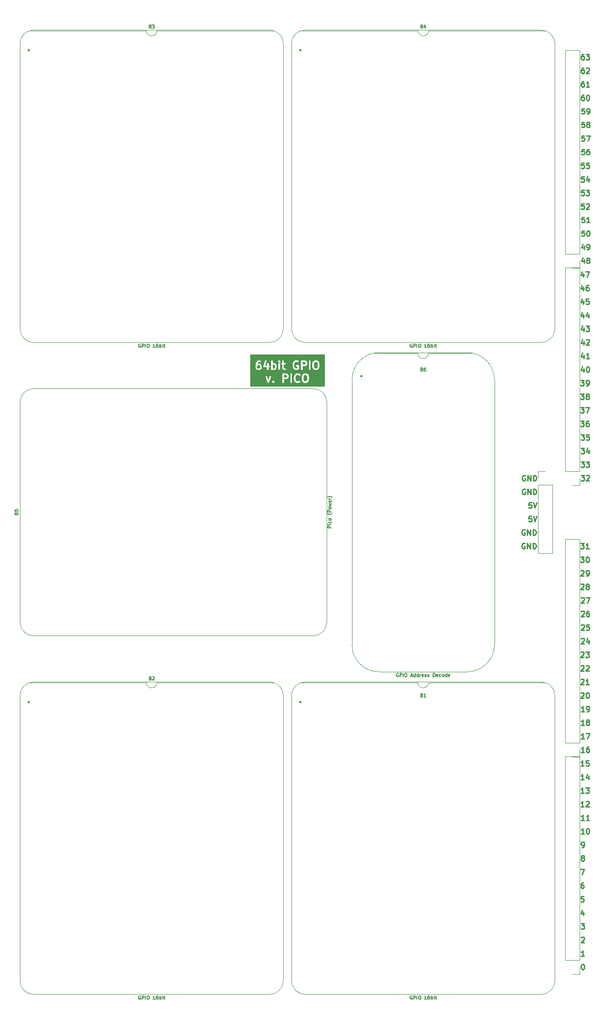
<source format=gto>
%TF.GenerationSoftware,KiCad,Pcbnew,7.0.5*%
%TF.CreationDate,2024-02-10T14:46:36+02:00*%
%TF.ProjectId,Pico Wide GPIO,5069636f-2057-4696-9465-204750494f2e,rev?*%
%TF.SameCoordinates,Original*%
%TF.FileFunction,Legend,Top*%
%TF.FilePolarity,Positive*%
%FSLAX46Y46*%
G04 Gerber Fmt 4.6, Leading zero omitted, Abs format (unit mm)*
G04 Created by KiCad (PCBNEW 7.0.5) date 2024-02-10 14:46:36*
%MOMM*%
%LPD*%
G01*
G04 APERTURE LIST*
%ADD10C,0.250000*%
%ADD11C,0.300000*%
%ADD12C,0.150000*%
%ADD13C,0.127000*%
%ADD14C,0.100000*%
%ADD15C,0.120000*%
%ADD16C,0.239605*%
G04 APERTURE END LIST*
D10*
X132962330Y-110350619D02*
X133581377Y-110350619D01*
X133581377Y-110350619D02*
X133248044Y-110731571D01*
X133248044Y-110731571D02*
X133390901Y-110731571D01*
X133390901Y-110731571D02*
X133486139Y-110779190D01*
X133486139Y-110779190D02*
X133533758Y-110826809D01*
X133533758Y-110826809D02*
X133581377Y-110922047D01*
X133581377Y-110922047D02*
X133581377Y-111160142D01*
X133581377Y-111160142D02*
X133533758Y-111255380D01*
X133533758Y-111255380D02*
X133486139Y-111303000D01*
X133486139Y-111303000D02*
X133390901Y-111350619D01*
X133390901Y-111350619D02*
X133105187Y-111350619D01*
X133105187Y-111350619D02*
X133009949Y-111303000D01*
X133009949Y-111303000D02*
X132962330Y-111255380D01*
X134533758Y-111350619D02*
X133962330Y-111350619D01*
X134248044Y-111350619D02*
X134248044Y-110350619D01*
X134248044Y-110350619D02*
X134152806Y-110493476D01*
X134152806Y-110493476D02*
X134057568Y-110588714D01*
X134057568Y-110588714D02*
X133962330Y-110636333D01*
X122524812Y-107828238D02*
X122429574Y-107780619D01*
X122429574Y-107780619D02*
X122286717Y-107780619D01*
X122286717Y-107780619D02*
X122143860Y-107828238D01*
X122143860Y-107828238D02*
X122048622Y-107923476D01*
X122048622Y-107923476D02*
X122001003Y-108018714D01*
X122001003Y-108018714D02*
X121953384Y-108209190D01*
X121953384Y-108209190D02*
X121953384Y-108352047D01*
X121953384Y-108352047D02*
X122001003Y-108542523D01*
X122001003Y-108542523D02*
X122048622Y-108637761D01*
X122048622Y-108637761D02*
X122143860Y-108733000D01*
X122143860Y-108733000D02*
X122286717Y-108780619D01*
X122286717Y-108780619D02*
X122381955Y-108780619D01*
X122381955Y-108780619D02*
X122524812Y-108733000D01*
X122524812Y-108733000D02*
X122572431Y-108685380D01*
X122572431Y-108685380D02*
X122572431Y-108352047D01*
X122572431Y-108352047D02*
X122381955Y-108352047D01*
X123001003Y-108780619D02*
X123001003Y-107780619D01*
X123001003Y-107780619D02*
X123572431Y-108780619D01*
X123572431Y-108780619D02*
X123572431Y-107780619D01*
X124048622Y-108780619D02*
X124048622Y-107780619D01*
X124048622Y-107780619D02*
X124286717Y-107780619D01*
X124286717Y-107780619D02*
X124429574Y-107828238D01*
X124429574Y-107828238D02*
X124524812Y-107923476D01*
X124524812Y-107923476D02*
X124572431Y-108018714D01*
X124572431Y-108018714D02*
X124620050Y-108209190D01*
X124620050Y-108209190D02*
X124620050Y-108352047D01*
X124620050Y-108352047D02*
X124572431Y-108542523D01*
X124572431Y-108542523D02*
X124524812Y-108637761D01*
X124524812Y-108637761D02*
X124429574Y-108733000D01*
X124429574Y-108733000D02*
X124286717Y-108780619D01*
X124286717Y-108780619D02*
X124048622Y-108780619D01*
X133022330Y-95080619D02*
X133641377Y-95080619D01*
X133641377Y-95080619D02*
X133308044Y-95461571D01*
X133308044Y-95461571D02*
X133450901Y-95461571D01*
X133450901Y-95461571D02*
X133546139Y-95509190D01*
X133546139Y-95509190D02*
X133593758Y-95556809D01*
X133593758Y-95556809D02*
X133641377Y-95652047D01*
X133641377Y-95652047D02*
X133641377Y-95890142D01*
X133641377Y-95890142D02*
X133593758Y-95985380D01*
X133593758Y-95985380D02*
X133546139Y-96033000D01*
X133546139Y-96033000D02*
X133450901Y-96080619D01*
X133450901Y-96080619D02*
X133165187Y-96080619D01*
X133165187Y-96080619D02*
X133069949Y-96033000D01*
X133069949Y-96033000D02*
X133022330Y-95985380D01*
X133974711Y-95080619D02*
X134593758Y-95080619D01*
X134593758Y-95080619D02*
X134260425Y-95461571D01*
X134260425Y-95461571D02*
X134403282Y-95461571D01*
X134403282Y-95461571D02*
X134498520Y-95509190D01*
X134498520Y-95509190D02*
X134546139Y-95556809D01*
X134546139Y-95556809D02*
X134593758Y-95652047D01*
X134593758Y-95652047D02*
X134593758Y-95890142D01*
X134593758Y-95890142D02*
X134546139Y-95985380D01*
X134546139Y-95985380D02*
X134498520Y-96033000D01*
X134498520Y-96033000D02*
X134403282Y-96080619D01*
X134403282Y-96080619D02*
X134117568Y-96080619D01*
X134117568Y-96080619D02*
X134022330Y-96033000D01*
X134022330Y-96033000D02*
X133974711Y-95985380D01*
X132962330Y-87490619D02*
X133581377Y-87490619D01*
X133581377Y-87490619D02*
X133248044Y-87871571D01*
X133248044Y-87871571D02*
X133390901Y-87871571D01*
X133390901Y-87871571D02*
X133486139Y-87919190D01*
X133486139Y-87919190D02*
X133533758Y-87966809D01*
X133533758Y-87966809D02*
X133581377Y-88062047D01*
X133581377Y-88062047D02*
X133581377Y-88300142D01*
X133581377Y-88300142D02*
X133533758Y-88395380D01*
X133533758Y-88395380D02*
X133486139Y-88443000D01*
X133486139Y-88443000D02*
X133390901Y-88490619D01*
X133390901Y-88490619D02*
X133105187Y-88490619D01*
X133105187Y-88490619D02*
X133009949Y-88443000D01*
X133009949Y-88443000D02*
X132962330Y-88395380D01*
X134438520Y-87490619D02*
X134248044Y-87490619D01*
X134248044Y-87490619D02*
X134152806Y-87538238D01*
X134152806Y-87538238D02*
X134105187Y-87585857D01*
X134105187Y-87585857D02*
X134009949Y-87728714D01*
X134009949Y-87728714D02*
X133962330Y-87919190D01*
X133962330Y-87919190D02*
X133962330Y-88300142D01*
X133962330Y-88300142D02*
X134009949Y-88395380D01*
X134009949Y-88395380D02*
X134057568Y-88443000D01*
X134057568Y-88443000D02*
X134152806Y-88490619D01*
X134152806Y-88490619D02*
X134343282Y-88490619D01*
X134343282Y-88490619D02*
X134438520Y-88443000D01*
X134438520Y-88443000D02*
X134486139Y-88395380D01*
X134486139Y-88395380D02*
X134533758Y-88300142D01*
X134533758Y-88300142D02*
X134533758Y-88062047D01*
X134533758Y-88062047D02*
X134486139Y-87966809D01*
X134486139Y-87966809D02*
X134438520Y-87919190D01*
X134438520Y-87919190D02*
X134343282Y-87871571D01*
X134343282Y-87871571D02*
X134152806Y-87871571D01*
X134152806Y-87871571D02*
X134057568Y-87919190D01*
X134057568Y-87919190D02*
X134009949Y-87966809D01*
X134009949Y-87966809D02*
X133962330Y-88062047D01*
X133022330Y-92540619D02*
X133641377Y-92540619D01*
X133641377Y-92540619D02*
X133308044Y-92921571D01*
X133308044Y-92921571D02*
X133450901Y-92921571D01*
X133450901Y-92921571D02*
X133546139Y-92969190D01*
X133546139Y-92969190D02*
X133593758Y-93016809D01*
X133593758Y-93016809D02*
X133641377Y-93112047D01*
X133641377Y-93112047D02*
X133641377Y-93350142D01*
X133641377Y-93350142D02*
X133593758Y-93445380D01*
X133593758Y-93445380D02*
X133546139Y-93493000D01*
X133546139Y-93493000D02*
X133450901Y-93540619D01*
X133450901Y-93540619D02*
X133165187Y-93540619D01*
X133165187Y-93540619D02*
X133069949Y-93493000D01*
X133069949Y-93493000D02*
X133022330Y-93445380D01*
X134498520Y-92873952D02*
X134498520Y-93540619D01*
X134260425Y-92493000D02*
X134022330Y-93207285D01*
X134022330Y-93207285D02*
X134641377Y-93207285D01*
X133069949Y-128195857D02*
X133117568Y-128148238D01*
X133117568Y-128148238D02*
X133212806Y-128100619D01*
X133212806Y-128100619D02*
X133450901Y-128100619D01*
X133450901Y-128100619D02*
X133546139Y-128148238D01*
X133546139Y-128148238D02*
X133593758Y-128195857D01*
X133593758Y-128195857D02*
X133641377Y-128291095D01*
X133641377Y-128291095D02*
X133641377Y-128386333D01*
X133641377Y-128386333D02*
X133593758Y-128529190D01*
X133593758Y-128529190D02*
X133022330Y-129100619D01*
X133022330Y-129100619D02*
X133641377Y-129100619D01*
X134498520Y-128433952D02*
X134498520Y-129100619D01*
X134260425Y-128053000D02*
X134022330Y-128767285D01*
X134022330Y-128767285D02*
X134641377Y-128767285D01*
X122584812Y-100238238D02*
X122489574Y-100190619D01*
X122489574Y-100190619D02*
X122346717Y-100190619D01*
X122346717Y-100190619D02*
X122203860Y-100238238D01*
X122203860Y-100238238D02*
X122108622Y-100333476D01*
X122108622Y-100333476D02*
X122061003Y-100428714D01*
X122061003Y-100428714D02*
X122013384Y-100619190D01*
X122013384Y-100619190D02*
X122013384Y-100762047D01*
X122013384Y-100762047D02*
X122061003Y-100952523D01*
X122061003Y-100952523D02*
X122108622Y-101047761D01*
X122108622Y-101047761D02*
X122203860Y-101143000D01*
X122203860Y-101143000D02*
X122346717Y-101190619D01*
X122346717Y-101190619D02*
X122441955Y-101190619D01*
X122441955Y-101190619D02*
X122584812Y-101143000D01*
X122584812Y-101143000D02*
X122632431Y-101095380D01*
X122632431Y-101095380D02*
X122632431Y-100762047D01*
X122632431Y-100762047D02*
X122441955Y-100762047D01*
X123061003Y-101190619D02*
X123061003Y-100190619D01*
X123061003Y-100190619D02*
X123632431Y-101190619D01*
X123632431Y-101190619D02*
X123632431Y-100190619D01*
X124108622Y-101190619D02*
X124108622Y-100190619D01*
X124108622Y-100190619D02*
X124346717Y-100190619D01*
X124346717Y-100190619D02*
X124489574Y-100238238D01*
X124489574Y-100238238D02*
X124584812Y-100333476D01*
X124584812Y-100333476D02*
X124632431Y-100428714D01*
X124632431Y-100428714D02*
X124680050Y-100619190D01*
X124680050Y-100619190D02*
X124680050Y-100762047D01*
X124680050Y-100762047D02*
X124632431Y-100952523D01*
X124632431Y-100952523D02*
X124584812Y-101047761D01*
X124584812Y-101047761D02*
X124489574Y-101143000D01*
X124489574Y-101143000D02*
X124346717Y-101190619D01*
X124346717Y-101190619D02*
X124108622Y-101190619D01*
X133022330Y-97620619D02*
X133641377Y-97620619D01*
X133641377Y-97620619D02*
X133308044Y-98001571D01*
X133308044Y-98001571D02*
X133450901Y-98001571D01*
X133450901Y-98001571D02*
X133546139Y-98049190D01*
X133546139Y-98049190D02*
X133593758Y-98096809D01*
X133593758Y-98096809D02*
X133641377Y-98192047D01*
X133641377Y-98192047D02*
X133641377Y-98430142D01*
X133641377Y-98430142D02*
X133593758Y-98525380D01*
X133593758Y-98525380D02*
X133546139Y-98573000D01*
X133546139Y-98573000D02*
X133450901Y-98620619D01*
X133450901Y-98620619D02*
X133165187Y-98620619D01*
X133165187Y-98620619D02*
X133069949Y-98573000D01*
X133069949Y-98573000D02*
X133022330Y-98525380D01*
X134022330Y-97715857D02*
X134069949Y-97668238D01*
X134069949Y-97668238D02*
X134165187Y-97620619D01*
X134165187Y-97620619D02*
X134403282Y-97620619D01*
X134403282Y-97620619D02*
X134498520Y-97668238D01*
X134498520Y-97668238D02*
X134546139Y-97715857D01*
X134546139Y-97715857D02*
X134593758Y-97811095D01*
X134593758Y-97811095D02*
X134593758Y-97906333D01*
X134593758Y-97906333D02*
X134546139Y-98049190D01*
X134546139Y-98049190D02*
X133974711Y-98620619D01*
X133974711Y-98620619D02*
X134593758Y-98620619D01*
X133641377Y-146880619D02*
X133069949Y-146880619D01*
X133355663Y-146880619D02*
X133355663Y-145880619D01*
X133355663Y-145880619D02*
X133260425Y-146023476D01*
X133260425Y-146023476D02*
X133165187Y-146118714D01*
X133165187Y-146118714D02*
X133069949Y-146166333D01*
X133974711Y-145880619D02*
X134641377Y-145880619D01*
X134641377Y-145880619D02*
X134212806Y-146880619D01*
X133653758Y-34090619D02*
X133177568Y-34090619D01*
X133177568Y-34090619D02*
X133129949Y-34566809D01*
X133129949Y-34566809D02*
X133177568Y-34519190D01*
X133177568Y-34519190D02*
X133272806Y-34471571D01*
X133272806Y-34471571D02*
X133510901Y-34471571D01*
X133510901Y-34471571D02*
X133606139Y-34519190D01*
X133606139Y-34519190D02*
X133653758Y-34566809D01*
X133653758Y-34566809D02*
X133701377Y-34662047D01*
X133701377Y-34662047D02*
X133701377Y-34900142D01*
X133701377Y-34900142D02*
X133653758Y-34995380D01*
X133653758Y-34995380D02*
X133606139Y-35043000D01*
X133606139Y-35043000D02*
X133510901Y-35090619D01*
X133510901Y-35090619D02*
X133272806Y-35090619D01*
X133272806Y-35090619D02*
X133177568Y-35043000D01*
X133177568Y-35043000D02*
X133129949Y-34995380D01*
X134034711Y-34090619D02*
X134701377Y-34090619D01*
X134701377Y-34090619D02*
X134272806Y-35090619D01*
X133486139Y-67503952D02*
X133486139Y-68170619D01*
X133248044Y-67123000D02*
X133009949Y-67837285D01*
X133009949Y-67837285D02*
X133628996Y-67837285D01*
X134438520Y-67503952D02*
X134438520Y-68170619D01*
X134200425Y-67123000D02*
X133962330Y-67837285D01*
X133962330Y-67837285D02*
X134581377Y-67837285D01*
X133641377Y-162120619D02*
X133069949Y-162120619D01*
X133355663Y-162120619D02*
X133355663Y-161120619D01*
X133355663Y-161120619D02*
X133260425Y-161263476D01*
X133260425Y-161263476D02*
X133165187Y-161358714D01*
X133165187Y-161358714D02*
X133069949Y-161406333D01*
X134593758Y-162120619D02*
X134022330Y-162120619D01*
X134308044Y-162120619D02*
X134308044Y-161120619D01*
X134308044Y-161120619D02*
X134212806Y-161263476D01*
X134212806Y-161263476D02*
X134117568Y-161358714D01*
X134117568Y-161358714D02*
X134022330Y-161406333D01*
X133653758Y-29010619D02*
X133177568Y-29010619D01*
X133177568Y-29010619D02*
X133129949Y-29486809D01*
X133129949Y-29486809D02*
X133177568Y-29439190D01*
X133177568Y-29439190D02*
X133272806Y-29391571D01*
X133272806Y-29391571D02*
X133510901Y-29391571D01*
X133510901Y-29391571D02*
X133606139Y-29439190D01*
X133606139Y-29439190D02*
X133653758Y-29486809D01*
X133653758Y-29486809D02*
X133701377Y-29582047D01*
X133701377Y-29582047D02*
X133701377Y-29820142D01*
X133701377Y-29820142D02*
X133653758Y-29915380D01*
X133653758Y-29915380D02*
X133606139Y-29963000D01*
X133606139Y-29963000D02*
X133510901Y-30010619D01*
X133510901Y-30010619D02*
X133272806Y-30010619D01*
X133272806Y-30010619D02*
X133177568Y-29963000D01*
X133177568Y-29963000D02*
X133129949Y-29915380D01*
X134177568Y-30010619D02*
X134368044Y-30010619D01*
X134368044Y-30010619D02*
X134463282Y-29963000D01*
X134463282Y-29963000D02*
X134510901Y-29915380D01*
X134510901Y-29915380D02*
X134606139Y-29772523D01*
X134606139Y-29772523D02*
X134653758Y-29582047D01*
X134653758Y-29582047D02*
X134653758Y-29201095D01*
X134653758Y-29201095D02*
X134606139Y-29105857D01*
X134606139Y-29105857D02*
X134558520Y-29058238D01*
X134558520Y-29058238D02*
X134463282Y-29010619D01*
X134463282Y-29010619D02*
X134272806Y-29010619D01*
X134272806Y-29010619D02*
X134177568Y-29058238D01*
X134177568Y-29058238D02*
X134129949Y-29105857D01*
X134129949Y-29105857D02*
X134082330Y-29201095D01*
X134082330Y-29201095D02*
X134082330Y-29439190D01*
X134082330Y-29439190D02*
X134129949Y-29534428D01*
X134129949Y-29534428D02*
X134177568Y-29582047D01*
X134177568Y-29582047D02*
X134272806Y-29629666D01*
X134272806Y-29629666D02*
X134463282Y-29629666D01*
X134463282Y-29629666D02*
X134558520Y-29582047D01*
X134558520Y-29582047D02*
X134606139Y-29534428D01*
X134606139Y-29534428D02*
X134653758Y-29439190D01*
X133653758Y-51870619D02*
X133177568Y-51870619D01*
X133177568Y-51870619D02*
X133129949Y-52346809D01*
X133129949Y-52346809D02*
X133177568Y-52299190D01*
X133177568Y-52299190D02*
X133272806Y-52251571D01*
X133272806Y-52251571D02*
X133510901Y-52251571D01*
X133510901Y-52251571D02*
X133606139Y-52299190D01*
X133606139Y-52299190D02*
X133653758Y-52346809D01*
X133653758Y-52346809D02*
X133701377Y-52442047D01*
X133701377Y-52442047D02*
X133701377Y-52680142D01*
X133701377Y-52680142D02*
X133653758Y-52775380D01*
X133653758Y-52775380D02*
X133606139Y-52823000D01*
X133606139Y-52823000D02*
X133510901Y-52870619D01*
X133510901Y-52870619D02*
X133272806Y-52870619D01*
X133272806Y-52870619D02*
X133177568Y-52823000D01*
X133177568Y-52823000D02*
X133129949Y-52775380D01*
X134320425Y-51870619D02*
X134415663Y-51870619D01*
X134415663Y-51870619D02*
X134510901Y-51918238D01*
X134510901Y-51918238D02*
X134558520Y-51965857D01*
X134558520Y-51965857D02*
X134606139Y-52061095D01*
X134606139Y-52061095D02*
X134653758Y-52251571D01*
X134653758Y-52251571D02*
X134653758Y-52489666D01*
X134653758Y-52489666D02*
X134606139Y-52680142D01*
X134606139Y-52680142D02*
X134558520Y-52775380D01*
X134558520Y-52775380D02*
X134510901Y-52823000D01*
X134510901Y-52823000D02*
X134415663Y-52870619D01*
X134415663Y-52870619D02*
X134320425Y-52870619D01*
X134320425Y-52870619D02*
X134225187Y-52823000D01*
X134225187Y-52823000D02*
X134177568Y-52775380D01*
X134177568Y-52775380D02*
X134129949Y-52680142D01*
X134129949Y-52680142D02*
X134082330Y-52489666D01*
X134082330Y-52489666D02*
X134082330Y-52251571D01*
X134082330Y-52251571D02*
X134129949Y-52061095D01*
X134129949Y-52061095D02*
X134177568Y-51965857D01*
X134177568Y-51965857D02*
X134225187Y-51918238D01*
X134225187Y-51918238D02*
X134320425Y-51870619D01*
X133546139Y-21420619D02*
X133355663Y-21420619D01*
X133355663Y-21420619D02*
X133260425Y-21468238D01*
X133260425Y-21468238D02*
X133212806Y-21515857D01*
X133212806Y-21515857D02*
X133117568Y-21658714D01*
X133117568Y-21658714D02*
X133069949Y-21849190D01*
X133069949Y-21849190D02*
X133069949Y-22230142D01*
X133069949Y-22230142D02*
X133117568Y-22325380D01*
X133117568Y-22325380D02*
X133165187Y-22373000D01*
X133165187Y-22373000D02*
X133260425Y-22420619D01*
X133260425Y-22420619D02*
X133450901Y-22420619D01*
X133450901Y-22420619D02*
X133546139Y-22373000D01*
X133546139Y-22373000D02*
X133593758Y-22325380D01*
X133593758Y-22325380D02*
X133641377Y-22230142D01*
X133641377Y-22230142D02*
X133641377Y-21992047D01*
X133641377Y-21992047D02*
X133593758Y-21896809D01*
X133593758Y-21896809D02*
X133546139Y-21849190D01*
X133546139Y-21849190D02*
X133450901Y-21801571D01*
X133450901Y-21801571D02*
X133260425Y-21801571D01*
X133260425Y-21801571D02*
X133165187Y-21849190D01*
X133165187Y-21849190D02*
X133117568Y-21896809D01*
X133117568Y-21896809D02*
X133069949Y-21992047D01*
X134022330Y-21515857D02*
X134069949Y-21468238D01*
X134069949Y-21468238D02*
X134165187Y-21420619D01*
X134165187Y-21420619D02*
X134403282Y-21420619D01*
X134403282Y-21420619D02*
X134498520Y-21468238D01*
X134498520Y-21468238D02*
X134546139Y-21515857D01*
X134546139Y-21515857D02*
X134593758Y-21611095D01*
X134593758Y-21611095D02*
X134593758Y-21706333D01*
X134593758Y-21706333D02*
X134546139Y-21849190D01*
X134546139Y-21849190D02*
X133974711Y-22420619D01*
X133974711Y-22420619D02*
X134593758Y-22420619D01*
X133546139Y-70013952D02*
X133546139Y-70680619D01*
X133308044Y-69633000D02*
X133069949Y-70347285D01*
X133069949Y-70347285D02*
X133688996Y-70347285D01*
X133974711Y-69680619D02*
X134593758Y-69680619D01*
X134593758Y-69680619D02*
X134260425Y-70061571D01*
X134260425Y-70061571D02*
X134403282Y-70061571D01*
X134403282Y-70061571D02*
X134498520Y-70109190D01*
X134498520Y-70109190D02*
X134546139Y-70156809D01*
X134546139Y-70156809D02*
X134593758Y-70252047D01*
X134593758Y-70252047D02*
X134593758Y-70490142D01*
X134593758Y-70490142D02*
X134546139Y-70585380D01*
X134546139Y-70585380D02*
X134498520Y-70633000D01*
X134498520Y-70633000D02*
X134403282Y-70680619D01*
X134403282Y-70680619D02*
X134117568Y-70680619D01*
X134117568Y-70680619D02*
X134022330Y-70633000D01*
X134022330Y-70633000D02*
X133974711Y-70585380D01*
X133641377Y-144340619D02*
X133069949Y-144340619D01*
X133355663Y-144340619D02*
X133355663Y-143340619D01*
X133355663Y-143340619D02*
X133260425Y-143483476D01*
X133260425Y-143483476D02*
X133165187Y-143578714D01*
X133165187Y-143578714D02*
X133069949Y-143626333D01*
X134212806Y-143769190D02*
X134117568Y-143721571D01*
X134117568Y-143721571D02*
X134069949Y-143673952D01*
X134069949Y-143673952D02*
X134022330Y-143578714D01*
X134022330Y-143578714D02*
X134022330Y-143531095D01*
X134022330Y-143531095D02*
X134069949Y-143435857D01*
X134069949Y-143435857D02*
X134117568Y-143388238D01*
X134117568Y-143388238D02*
X134212806Y-143340619D01*
X134212806Y-143340619D02*
X134403282Y-143340619D01*
X134403282Y-143340619D02*
X134498520Y-143388238D01*
X134498520Y-143388238D02*
X134546139Y-143435857D01*
X134546139Y-143435857D02*
X134593758Y-143531095D01*
X134593758Y-143531095D02*
X134593758Y-143578714D01*
X134593758Y-143578714D02*
X134546139Y-143673952D01*
X134546139Y-143673952D02*
X134498520Y-143721571D01*
X134498520Y-143721571D02*
X134403282Y-143769190D01*
X134403282Y-143769190D02*
X134212806Y-143769190D01*
X134212806Y-143769190D02*
X134117568Y-143816809D01*
X134117568Y-143816809D02*
X134069949Y-143864428D01*
X134069949Y-143864428D02*
X134022330Y-143959666D01*
X134022330Y-143959666D02*
X134022330Y-144150142D01*
X134022330Y-144150142D02*
X134069949Y-144245380D01*
X134069949Y-144245380D02*
X134117568Y-144293000D01*
X134117568Y-144293000D02*
X134212806Y-144340619D01*
X134212806Y-144340619D02*
X134403282Y-144340619D01*
X134403282Y-144340619D02*
X134498520Y-144293000D01*
X134498520Y-144293000D02*
X134546139Y-144245380D01*
X134546139Y-144245380D02*
X134593758Y-144150142D01*
X134593758Y-144150142D02*
X134593758Y-143959666D01*
X134593758Y-143959666D02*
X134546139Y-143864428D01*
X134546139Y-143864428D02*
X134498520Y-143816809D01*
X134498520Y-143816809D02*
X134403282Y-143769190D01*
X133641377Y-149420619D02*
X133069949Y-149420619D01*
X133355663Y-149420619D02*
X133355663Y-148420619D01*
X133355663Y-148420619D02*
X133260425Y-148563476D01*
X133260425Y-148563476D02*
X133165187Y-148658714D01*
X133165187Y-148658714D02*
X133069949Y-148706333D01*
X134498520Y-148420619D02*
X134308044Y-148420619D01*
X134308044Y-148420619D02*
X134212806Y-148468238D01*
X134212806Y-148468238D02*
X134165187Y-148515857D01*
X134165187Y-148515857D02*
X134069949Y-148658714D01*
X134069949Y-148658714D02*
X134022330Y-148849190D01*
X134022330Y-148849190D02*
X134022330Y-149230142D01*
X134022330Y-149230142D02*
X134069949Y-149325380D01*
X134069949Y-149325380D02*
X134117568Y-149373000D01*
X134117568Y-149373000D02*
X134212806Y-149420619D01*
X134212806Y-149420619D02*
X134403282Y-149420619D01*
X134403282Y-149420619D02*
X134498520Y-149373000D01*
X134498520Y-149373000D02*
X134546139Y-149325380D01*
X134546139Y-149325380D02*
X134593758Y-149230142D01*
X134593758Y-149230142D02*
X134593758Y-148992047D01*
X134593758Y-148992047D02*
X134546139Y-148896809D01*
X134546139Y-148896809D02*
X134498520Y-148849190D01*
X134498520Y-148849190D02*
X134403282Y-148801571D01*
X134403282Y-148801571D02*
X134212806Y-148801571D01*
X134212806Y-148801571D02*
X134117568Y-148849190D01*
X134117568Y-148849190D02*
X134069949Y-148896809D01*
X134069949Y-148896809D02*
X134022330Y-148992047D01*
X133653758Y-49330619D02*
X133177568Y-49330619D01*
X133177568Y-49330619D02*
X133129949Y-49806809D01*
X133129949Y-49806809D02*
X133177568Y-49759190D01*
X133177568Y-49759190D02*
X133272806Y-49711571D01*
X133272806Y-49711571D02*
X133510901Y-49711571D01*
X133510901Y-49711571D02*
X133606139Y-49759190D01*
X133606139Y-49759190D02*
X133653758Y-49806809D01*
X133653758Y-49806809D02*
X133701377Y-49902047D01*
X133701377Y-49902047D02*
X133701377Y-50140142D01*
X133701377Y-50140142D02*
X133653758Y-50235380D01*
X133653758Y-50235380D02*
X133606139Y-50283000D01*
X133606139Y-50283000D02*
X133510901Y-50330619D01*
X133510901Y-50330619D02*
X133272806Y-50330619D01*
X133272806Y-50330619D02*
X133177568Y-50283000D01*
X133177568Y-50283000D02*
X133129949Y-50235380D01*
X134653758Y-50330619D02*
X134082330Y-50330619D01*
X134368044Y-50330619D02*
X134368044Y-49330619D01*
X134368044Y-49330619D02*
X134272806Y-49473476D01*
X134272806Y-49473476D02*
X134177568Y-49568714D01*
X134177568Y-49568714D02*
X134082330Y-49616333D01*
X133581377Y-159610619D02*
X133009949Y-159610619D01*
X133295663Y-159610619D02*
X133295663Y-158610619D01*
X133295663Y-158610619D02*
X133200425Y-158753476D01*
X133200425Y-158753476D02*
X133105187Y-158848714D01*
X133105187Y-158848714D02*
X133009949Y-158896333D01*
X133962330Y-158705857D02*
X134009949Y-158658238D01*
X134009949Y-158658238D02*
X134105187Y-158610619D01*
X134105187Y-158610619D02*
X134343282Y-158610619D01*
X134343282Y-158610619D02*
X134438520Y-158658238D01*
X134438520Y-158658238D02*
X134486139Y-158705857D01*
X134486139Y-158705857D02*
X134533758Y-158801095D01*
X134533758Y-158801095D02*
X134533758Y-158896333D01*
X134533758Y-158896333D02*
X134486139Y-159039190D01*
X134486139Y-159039190D02*
X133914711Y-159610619D01*
X133914711Y-159610619D02*
X134533758Y-159610619D01*
X133009949Y-135845857D02*
X133057568Y-135798238D01*
X133057568Y-135798238D02*
X133152806Y-135750619D01*
X133152806Y-135750619D02*
X133390901Y-135750619D01*
X133390901Y-135750619D02*
X133486139Y-135798238D01*
X133486139Y-135798238D02*
X133533758Y-135845857D01*
X133533758Y-135845857D02*
X133581377Y-135941095D01*
X133581377Y-135941095D02*
X133581377Y-136036333D01*
X133581377Y-136036333D02*
X133533758Y-136179190D01*
X133533758Y-136179190D02*
X132962330Y-136750619D01*
X132962330Y-136750619D02*
X133581377Y-136750619D01*
X134533758Y-136750619D02*
X133962330Y-136750619D01*
X134248044Y-136750619D02*
X134248044Y-135750619D01*
X134248044Y-135750619D02*
X134152806Y-135893476D01*
X134152806Y-135893476D02*
X134057568Y-135988714D01*
X134057568Y-135988714D02*
X133962330Y-136036333D01*
X133581377Y-157070619D02*
X133009949Y-157070619D01*
X133295663Y-157070619D02*
X133295663Y-156070619D01*
X133295663Y-156070619D02*
X133200425Y-156213476D01*
X133200425Y-156213476D02*
X133105187Y-156308714D01*
X133105187Y-156308714D02*
X133009949Y-156356333D01*
X133914711Y-156070619D02*
X134533758Y-156070619D01*
X134533758Y-156070619D02*
X134200425Y-156451571D01*
X134200425Y-156451571D02*
X134343282Y-156451571D01*
X134343282Y-156451571D02*
X134438520Y-156499190D01*
X134438520Y-156499190D02*
X134486139Y-156546809D01*
X134486139Y-156546809D02*
X134533758Y-156642047D01*
X134533758Y-156642047D02*
X134533758Y-156880142D01*
X134533758Y-156880142D02*
X134486139Y-156975380D01*
X134486139Y-156975380D02*
X134438520Y-157023000D01*
X134438520Y-157023000D02*
X134343282Y-157070619D01*
X134343282Y-157070619D02*
X134057568Y-157070619D01*
X134057568Y-157070619D02*
X133962330Y-157023000D01*
X133962330Y-157023000D02*
X133914711Y-156975380D01*
X133009949Y-130765857D02*
X133057568Y-130718238D01*
X133057568Y-130718238D02*
X133152806Y-130670619D01*
X133152806Y-130670619D02*
X133390901Y-130670619D01*
X133390901Y-130670619D02*
X133486139Y-130718238D01*
X133486139Y-130718238D02*
X133533758Y-130765857D01*
X133533758Y-130765857D02*
X133581377Y-130861095D01*
X133581377Y-130861095D02*
X133581377Y-130956333D01*
X133581377Y-130956333D02*
X133533758Y-131099190D01*
X133533758Y-131099190D02*
X132962330Y-131670619D01*
X132962330Y-131670619D02*
X133581377Y-131670619D01*
X133914711Y-130670619D02*
X134533758Y-130670619D01*
X134533758Y-130670619D02*
X134200425Y-131051571D01*
X134200425Y-131051571D02*
X134343282Y-131051571D01*
X134343282Y-131051571D02*
X134438520Y-131099190D01*
X134438520Y-131099190D02*
X134486139Y-131146809D01*
X134486139Y-131146809D02*
X134533758Y-131242047D01*
X134533758Y-131242047D02*
X134533758Y-131480142D01*
X134533758Y-131480142D02*
X134486139Y-131575380D01*
X134486139Y-131575380D02*
X134438520Y-131623000D01*
X134438520Y-131623000D02*
X134343282Y-131670619D01*
X134343282Y-131670619D02*
X134057568Y-131670619D01*
X134057568Y-131670619D02*
X133962330Y-131623000D01*
X133962330Y-131623000D02*
X133914711Y-131575380D01*
X132962330Y-112890619D02*
X133581377Y-112890619D01*
X133581377Y-112890619D02*
X133248044Y-113271571D01*
X133248044Y-113271571D02*
X133390901Y-113271571D01*
X133390901Y-113271571D02*
X133486139Y-113319190D01*
X133486139Y-113319190D02*
X133533758Y-113366809D01*
X133533758Y-113366809D02*
X133581377Y-113462047D01*
X133581377Y-113462047D02*
X133581377Y-113700142D01*
X133581377Y-113700142D02*
X133533758Y-113795380D01*
X133533758Y-113795380D02*
X133486139Y-113843000D01*
X133486139Y-113843000D02*
X133390901Y-113890619D01*
X133390901Y-113890619D02*
X133105187Y-113890619D01*
X133105187Y-113890619D02*
X133009949Y-113843000D01*
X133009949Y-113843000D02*
X132962330Y-113795380D01*
X134200425Y-112890619D02*
X134295663Y-112890619D01*
X134295663Y-112890619D02*
X134390901Y-112938238D01*
X134390901Y-112938238D02*
X134438520Y-112985857D01*
X134438520Y-112985857D02*
X134486139Y-113081095D01*
X134486139Y-113081095D02*
X134533758Y-113271571D01*
X134533758Y-113271571D02*
X134533758Y-113509666D01*
X134533758Y-113509666D02*
X134486139Y-113700142D01*
X134486139Y-113700142D02*
X134438520Y-113795380D01*
X134438520Y-113795380D02*
X134390901Y-113843000D01*
X134390901Y-113843000D02*
X134295663Y-113890619D01*
X134295663Y-113890619D02*
X134200425Y-113890619D01*
X134200425Y-113890619D02*
X134105187Y-113843000D01*
X134105187Y-113843000D02*
X134057568Y-113795380D01*
X134057568Y-113795380D02*
X134009949Y-113700142D01*
X134009949Y-113700142D02*
X133962330Y-113509666D01*
X133962330Y-113509666D02*
X133962330Y-113271571D01*
X133962330Y-113271571D02*
X134009949Y-113081095D01*
X134009949Y-113081095D02*
X134057568Y-112985857D01*
X134057568Y-112985857D02*
X134105187Y-112938238D01*
X134105187Y-112938238D02*
X134200425Y-112890619D01*
X133486139Y-173850619D02*
X133295663Y-173850619D01*
X133295663Y-173850619D02*
X133200425Y-173898238D01*
X133200425Y-173898238D02*
X133152806Y-173945857D01*
X133152806Y-173945857D02*
X133057568Y-174088714D01*
X133057568Y-174088714D02*
X133009949Y-174279190D01*
X133009949Y-174279190D02*
X133009949Y-174660142D01*
X133009949Y-174660142D02*
X133057568Y-174755380D01*
X133057568Y-174755380D02*
X133105187Y-174803000D01*
X133105187Y-174803000D02*
X133200425Y-174850619D01*
X133200425Y-174850619D02*
X133390901Y-174850619D01*
X133390901Y-174850619D02*
X133486139Y-174803000D01*
X133486139Y-174803000D02*
X133533758Y-174755380D01*
X133533758Y-174755380D02*
X133581377Y-174660142D01*
X133581377Y-174660142D02*
X133581377Y-174422047D01*
X133581377Y-174422047D02*
X133533758Y-174326809D01*
X133533758Y-174326809D02*
X133486139Y-174279190D01*
X133486139Y-174279190D02*
X133390901Y-174231571D01*
X133390901Y-174231571D02*
X133200425Y-174231571D01*
X133200425Y-174231571D02*
X133105187Y-174279190D01*
X133105187Y-174279190D02*
X133057568Y-174326809D01*
X133057568Y-174326809D02*
X133009949Y-174422047D01*
X133546139Y-23960619D02*
X133355663Y-23960619D01*
X133355663Y-23960619D02*
X133260425Y-24008238D01*
X133260425Y-24008238D02*
X133212806Y-24055857D01*
X133212806Y-24055857D02*
X133117568Y-24198714D01*
X133117568Y-24198714D02*
X133069949Y-24389190D01*
X133069949Y-24389190D02*
X133069949Y-24770142D01*
X133069949Y-24770142D02*
X133117568Y-24865380D01*
X133117568Y-24865380D02*
X133165187Y-24913000D01*
X133165187Y-24913000D02*
X133260425Y-24960619D01*
X133260425Y-24960619D02*
X133450901Y-24960619D01*
X133450901Y-24960619D02*
X133546139Y-24913000D01*
X133546139Y-24913000D02*
X133593758Y-24865380D01*
X133593758Y-24865380D02*
X133641377Y-24770142D01*
X133641377Y-24770142D02*
X133641377Y-24532047D01*
X133641377Y-24532047D02*
X133593758Y-24436809D01*
X133593758Y-24436809D02*
X133546139Y-24389190D01*
X133546139Y-24389190D02*
X133450901Y-24341571D01*
X133450901Y-24341571D02*
X133260425Y-24341571D01*
X133260425Y-24341571D02*
X133165187Y-24389190D01*
X133165187Y-24389190D02*
X133117568Y-24436809D01*
X133117568Y-24436809D02*
X133069949Y-24532047D01*
X134593758Y-24960619D02*
X134022330Y-24960619D01*
X134308044Y-24960619D02*
X134308044Y-23960619D01*
X134308044Y-23960619D02*
X134212806Y-24103476D01*
X134212806Y-24103476D02*
X134117568Y-24198714D01*
X134117568Y-24198714D02*
X134022330Y-24246333D01*
X133022330Y-90000619D02*
X133641377Y-90000619D01*
X133641377Y-90000619D02*
X133308044Y-90381571D01*
X133308044Y-90381571D02*
X133450901Y-90381571D01*
X133450901Y-90381571D02*
X133546139Y-90429190D01*
X133546139Y-90429190D02*
X133593758Y-90476809D01*
X133593758Y-90476809D02*
X133641377Y-90572047D01*
X133641377Y-90572047D02*
X133641377Y-90810142D01*
X133641377Y-90810142D02*
X133593758Y-90905380D01*
X133593758Y-90905380D02*
X133546139Y-90953000D01*
X133546139Y-90953000D02*
X133450901Y-91000619D01*
X133450901Y-91000619D02*
X133165187Y-91000619D01*
X133165187Y-91000619D02*
X133069949Y-90953000D01*
X133069949Y-90953000D02*
X133022330Y-90905380D01*
X134546139Y-90000619D02*
X134069949Y-90000619D01*
X134069949Y-90000619D02*
X134022330Y-90476809D01*
X134022330Y-90476809D02*
X134069949Y-90429190D01*
X134069949Y-90429190D02*
X134165187Y-90381571D01*
X134165187Y-90381571D02*
X134403282Y-90381571D01*
X134403282Y-90381571D02*
X134498520Y-90429190D01*
X134498520Y-90429190D02*
X134546139Y-90476809D01*
X134546139Y-90476809D02*
X134593758Y-90572047D01*
X134593758Y-90572047D02*
X134593758Y-90810142D01*
X134593758Y-90810142D02*
X134546139Y-90905380D01*
X134546139Y-90905380D02*
X134498520Y-90953000D01*
X134498520Y-90953000D02*
X134403282Y-91000619D01*
X134403282Y-91000619D02*
X134165187Y-91000619D01*
X134165187Y-91000619D02*
X134069949Y-90953000D01*
X134069949Y-90953000D02*
X134022330Y-90905380D01*
X133653758Y-31550619D02*
X133177568Y-31550619D01*
X133177568Y-31550619D02*
X133129949Y-32026809D01*
X133129949Y-32026809D02*
X133177568Y-31979190D01*
X133177568Y-31979190D02*
X133272806Y-31931571D01*
X133272806Y-31931571D02*
X133510901Y-31931571D01*
X133510901Y-31931571D02*
X133606139Y-31979190D01*
X133606139Y-31979190D02*
X133653758Y-32026809D01*
X133653758Y-32026809D02*
X133701377Y-32122047D01*
X133701377Y-32122047D02*
X133701377Y-32360142D01*
X133701377Y-32360142D02*
X133653758Y-32455380D01*
X133653758Y-32455380D02*
X133606139Y-32503000D01*
X133606139Y-32503000D02*
X133510901Y-32550619D01*
X133510901Y-32550619D02*
X133272806Y-32550619D01*
X133272806Y-32550619D02*
X133177568Y-32503000D01*
X133177568Y-32503000D02*
X133129949Y-32455380D01*
X134272806Y-31979190D02*
X134177568Y-31931571D01*
X134177568Y-31931571D02*
X134129949Y-31883952D01*
X134129949Y-31883952D02*
X134082330Y-31788714D01*
X134082330Y-31788714D02*
X134082330Y-31741095D01*
X134082330Y-31741095D02*
X134129949Y-31645857D01*
X134129949Y-31645857D02*
X134177568Y-31598238D01*
X134177568Y-31598238D02*
X134272806Y-31550619D01*
X134272806Y-31550619D02*
X134463282Y-31550619D01*
X134463282Y-31550619D02*
X134558520Y-31598238D01*
X134558520Y-31598238D02*
X134606139Y-31645857D01*
X134606139Y-31645857D02*
X134653758Y-31741095D01*
X134653758Y-31741095D02*
X134653758Y-31788714D01*
X134653758Y-31788714D02*
X134606139Y-31883952D01*
X134606139Y-31883952D02*
X134558520Y-31931571D01*
X134558520Y-31931571D02*
X134463282Y-31979190D01*
X134463282Y-31979190D02*
X134272806Y-31979190D01*
X134272806Y-31979190D02*
X134177568Y-32026809D01*
X134177568Y-32026809D02*
X134129949Y-32074428D01*
X134129949Y-32074428D02*
X134082330Y-32169666D01*
X134082330Y-32169666D02*
X134082330Y-32360142D01*
X134082330Y-32360142D02*
X134129949Y-32455380D01*
X134129949Y-32455380D02*
X134177568Y-32503000D01*
X134177568Y-32503000D02*
X134272806Y-32550619D01*
X134272806Y-32550619D02*
X134463282Y-32550619D01*
X134463282Y-32550619D02*
X134558520Y-32503000D01*
X134558520Y-32503000D02*
X134606139Y-32455380D01*
X134606139Y-32455380D02*
X134653758Y-32360142D01*
X134653758Y-32360142D02*
X134653758Y-32169666D01*
X134653758Y-32169666D02*
X134606139Y-32074428D01*
X134606139Y-32074428D02*
X134558520Y-32026809D01*
X134558520Y-32026809D02*
X134463282Y-31979190D01*
X133606139Y-54743952D02*
X133606139Y-55410619D01*
X133368044Y-54363000D02*
X133129949Y-55077285D01*
X133129949Y-55077285D02*
X133748996Y-55077285D01*
X134177568Y-55410619D02*
X134368044Y-55410619D01*
X134368044Y-55410619D02*
X134463282Y-55363000D01*
X134463282Y-55363000D02*
X134510901Y-55315380D01*
X134510901Y-55315380D02*
X134606139Y-55172523D01*
X134606139Y-55172523D02*
X134653758Y-54982047D01*
X134653758Y-54982047D02*
X134653758Y-54601095D01*
X134653758Y-54601095D02*
X134606139Y-54505857D01*
X134606139Y-54505857D02*
X134558520Y-54458238D01*
X134558520Y-54458238D02*
X134463282Y-54410619D01*
X134463282Y-54410619D02*
X134272806Y-54410619D01*
X134272806Y-54410619D02*
X134177568Y-54458238D01*
X134177568Y-54458238D02*
X134129949Y-54505857D01*
X134129949Y-54505857D02*
X134082330Y-54601095D01*
X134082330Y-54601095D02*
X134082330Y-54839190D01*
X134082330Y-54839190D02*
X134129949Y-54934428D01*
X134129949Y-54934428D02*
X134177568Y-54982047D01*
X134177568Y-54982047D02*
X134272806Y-55029666D01*
X134272806Y-55029666D02*
X134463282Y-55029666D01*
X134463282Y-55029666D02*
X134558520Y-54982047D01*
X134558520Y-54982047D02*
X134606139Y-54934428D01*
X134606139Y-54934428D02*
X134653758Y-54839190D01*
X133022330Y-181440619D02*
X133641377Y-181440619D01*
X133641377Y-181440619D02*
X133308044Y-181821571D01*
X133308044Y-181821571D02*
X133450901Y-181821571D01*
X133450901Y-181821571D02*
X133546139Y-181869190D01*
X133546139Y-181869190D02*
X133593758Y-181916809D01*
X133593758Y-181916809D02*
X133641377Y-182012047D01*
X133641377Y-182012047D02*
X133641377Y-182250142D01*
X133641377Y-182250142D02*
X133593758Y-182345380D01*
X133593758Y-182345380D02*
X133546139Y-182393000D01*
X133546139Y-182393000D02*
X133450901Y-182440619D01*
X133450901Y-182440619D02*
X133165187Y-182440619D01*
X133165187Y-182440619D02*
X133069949Y-182393000D01*
X133069949Y-182393000D02*
X133022330Y-182345380D01*
X133486139Y-62423952D02*
X133486139Y-63090619D01*
X133248044Y-62043000D02*
X133009949Y-62757285D01*
X133009949Y-62757285D02*
X133628996Y-62757285D01*
X134438520Y-62090619D02*
X134248044Y-62090619D01*
X134248044Y-62090619D02*
X134152806Y-62138238D01*
X134152806Y-62138238D02*
X134105187Y-62185857D01*
X134105187Y-62185857D02*
X134009949Y-62328714D01*
X134009949Y-62328714D02*
X133962330Y-62519190D01*
X133962330Y-62519190D02*
X133962330Y-62900142D01*
X133962330Y-62900142D02*
X134009949Y-62995380D01*
X134009949Y-62995380D02*
X134057568Y-63043000D01*
X134057568Y-63043000D02*
X134152806Y-63090619D01*
X134152806Y-63090619D02*
X134343282Y-63090619D01*
X134343282Y-63090619D02*
X134438520Y-63043000D01*
X134438520Y-63043000D02*
X134486139Y-62995380D01*
X134486139Y-62995380D02*
X134533758Y-62900142D01*
X134533758Y-62900142D02*
X134533758Y-62662047D01*
X134533758Y-62662047D02*
X134486139Y-62566809D01*
X134486139Y-62566809D02*
X134438520Y-62519190D01*
X134438520Y-62519190D02*
X134343282Y-62471571D01*
X134343282Y-62471571D02*
X134152806Y-62471571D01*
X134152806Y-62471571D02*
X134057568Y-62519190D01*
X134057568Y-62519190D02*
X134009949Y-62566809D01*
X134009949Y-62566809D02*
X133962330Y-62662047D01*
X133533758Y-176390619D02*
X133057568Y-176390619D01*
X133057568Y-176390619D02*
X133009949Y-176866809D01*
X133009949Y-176866809D02*
X133057568Y-176819190D01*
X133057568Y-176819190D02*
X133152806Y-176771571D01*
X133152806Y-176771571D02*
X133390901Y-176771571D01*
X133390901Y-176771571D02*
X133486139Y-176819190D01*
X133486139Y-176819190D02*
X133533758Y-176866809D01*
X133533758Y-176866809D02*
X133581377Y-176962047D01*
X133581377Y-176962047D02*
X133581377Y-177200142D01*
X133581377Y-177200142D02*
X133533758Y-177295380D01*
X133533758Y-177295380D02*
X133486139Y-177343000D01*
X133486139Y-177343000D02*
X133390901Y-177390619D01*
X133390901Y-177390619D02*
X133152806Y-177390619D01*
X133152806Y-177390619D02*
X133057568Y-177343000D01*
X133057568Y-177343000D02*
X133009949Y-177295380D01*
X133009949Y-115525857D02*
X133057568Y-115478238D01*
X133057568Y-115478238D02*
X133152806Y-115430619D01*
X133152806Y-115430619D02*
X133390901Y-115430619D01*
X133390901Y-115430619D02*
X133486139Y-115478238D01*
X133486139Y-115478238D02*
X133533758Y-115525857D01*
X133533758Y-115525857D02*
X133581377Y-115621095D01*
X133581377Y-115621095D02*
X133581377Y-115716333D01*
X133581377Y-115716333D02*
X133533758Y-115859190D01*
X133533758Y-115859190D02*
X132962330Y-116430619D01*
X132962330Y-116430619D02*
X133581377Y-116430619D01*
X134057568Y-116430619D02*
X134248044Y-116430619D01*
X134248044Y-116430619D02*
X134343282Y-116383000D01*
X134343282Y-116383000D02*
X134390901Y-116335380D01*
X134390901Y-116335380D02*
X134486139Y-116192523D01*
X134486139Y-116192523D02*
X134533758Y-116002047D01*
X134533758Y-116002047D02*
X134533758Y-115621095D01*
X134533758Y-115621095D02*
X134486139Y-115525857D01*
X134486139Y-115525857D02*
X134438520Y-115478238D01*
X134438520Y-115478238D02*
X134343282Y-115430619D01*
X134343282Y-115430619D02*
X134152806Y-115430619D01*
X134152806Y-115430619D02*
X134057568Y-115478238D01*
X134057568Y-115478238D02*
X134009949Y-115525857D01*
X134009949Y-115525857D02*
X133962330Y-115621095D01*
X133962330Y-115621095D02*
X133962330Y-115859190D01*
X133962330Y-115859190D02*
X134009949Y-115954428D01*
X134009949Y-115954428D02*
X134057568Y-116002047D01*
X134057568Y-116002047D02*
X134152806Y-116049666D01*
X134152806Y-116049666D02*
X134343282Y-116049666D01*
X134343282Y-116049666D02*
X134438520Y-116002047D01*
X134438520Y-116002047D02*
X134486139Y-115954428D01*
X134486139Y-115954428D02*
X134533758Y-115859190D01*
X133009949Y-138385857D02*
X133057568Y-138338238D01*
X133057568Y-138338238D02*
X133152806Y-138290619D01*
X133152806Y-138290619D02*
X133390901Y-138290619D01*
X133390901Y-138290619D02*
X133486139Y-138338238D01*
X133486139Y-138338238D02*
X133533758Y-138385857D01*
X133533758Y-138385857D02*
X133581377Y-138481095D01*
X133581377Y-138481095D02*
X133581377Y-138576333D01*
X133581377Y-138576333D02*
X133533758Y-138719190D01*
X133533758Y-138719190D02*
X132962330Y-139290619D01*
X132962330Y-139290619D02*
X133581377Y-139290619D01*
X134200425Y-138290619D02*
X134295663Y-138290619D01*
X134295663Y-138290619D02*
X134390901Y-138338238D01*
X134390901Y-138338238D02*
X134438520Y-138385857D01*
X134438520Y-138385857D02*
X134486139Y-138481095D01*
X134486139Y-138481095D02*
X134533758Y-138671571D01*
X134533758Y-138671571D02*
X134533758Y-138909666D01*
X134533758Y-138909666D02*
X134486139Y-139100142D01*
X134486139Y-139100142D02*
X134438520Y-139195380D01*
X134438520Y-139195380D02*
X134390901Y-139243000D01*
X134390901Y-139243000D02*
X134295663Y-139290619D01*
X134295663Y-139290619D02*
X134200425Y-139290619D01*
X134200425Y-139290619D02*
X134105187Y-139243000D01*
X134105187Y-139243000D02*
X134057568Y-139195380D01*
X134057568Y-139195380D02*
X134009949Y-139100142D01*
X134009949Y-139100142D02*
X133962330Y-138909666D01*
X133962330Y-138909666D02*
X133962330Y-138671571D01*
X133962330Y-138671571D02*
X134009949Y-138481095D01*
X134009949Y-138481095D02*
X134057568Y-138385857D01*
X134057568Y-138385857D02*
X134105187Y-138338238D01*
X134105187Y-138338238D02*
X134200425Y-138290619D01*
X133546139Y-77633952D02*
X133546139Y-78300619D01*
X133308044Y-77253000D02*
X133069949Y-77967285D01*
X133069949Y-77967285D02*
X133688996Y-77967285D01*
X134260425Y-77300619D02*
X134355663Y-77300619D01*
X134355663Y-77300619D02*
X134450901Y-77348238D01*
X134450901Y-77348238D02*
X134498520Y-77395857D01*
X134498520Y-77395857D02*
X134546139Y-77491095D01*
X134546139Y-77491095D02*
X134593758Y-77681571D01*
X134593758Y-77681571D02*
X134593758Y-77919666D01*
X134593758Y-77919666D02*
X134546139Y-78110142D01*
X134546139Y-78110142D02*
X134498520Y-78205380D01*
X134498520Y-78205380D02*
X134450901Y-78253000D01*
X134450901Y-78253000D02*
X134355663Y-78300619D01*
X134355663Y-78300619D02*
X134260425Y-78300619D01*
X134260425Y-78300619D02*
X134165187Y-78253000D01*
X134165187Y-78253000D02*
X134117568Y-78205380D01*
X134117568Y-78205380D02*
X134069949Y-78110142D01*
X134069949Y-78110142D02*
X134022330Y-77919666D01*
X134022330Y-77919666D02*
X134022330Y-77681571D01*
X134022330Y-77681571D02*
X134069949Y-77491095D01*
X134069949Y-77491095D02*
X134117568Y-77395857D01*
X134117568Y-77395857D02*
X134165187Y-77348238D01*
X134165187Y-77348238D02*
X134260425Y-77300619D01*
X133165187Y-167200619D02*
X133355663Y-167200619D01*
X133355663Y-167200619D02*
X133450901Y-167153000D01*
X133450901Y-167153000D02*
X133498520Y-167105380D01*
X133498520Y-167105380D02*
X133593758Y-166962523D01*
X133593758Y-166962523D02*
X133641377Y-166772047D01*
X133641377Y-166772047D02*
X133641377Y-166391095D01*
X133641377Y-166391095D02*
X133593758Y-166295857D01*
X133593758Y-166295857D02*
X133546139Y-166248238D01*
X133546139Y-166248238D02*
X133450901Y-166200619D01*
X133450901Y-166200619D02*
X133260425Y-166200619D01*
X133260425Y-166200619D02*
X133165187Y-166248238D01*
X133165187Y-166248238D02*
X133117568Y-166295857D01*
X133117568Y-166295857D02*
X133069949Y-166391095D01*
X133069949Y-166391095D02*
X133069949Y-166629190D01*
X133069949Y-166629190D02*
X133117568Y-166724428D01*
X133117568Y-166724428D02*
X133165187Y-166772047D01*
X133165187Y-166772047D02*
X133260425Y-166819666D01*
X133260425Y-166819666D02*
X133450901Y-166819666D01*
X133450901Y-166819666D02*
X133546139Y-166772047D01*
X133546139Y-166772047D02*
X133593758Y-166724428D01*
X133593758Y-166724428D02*
X133641377Y-166629190D01*
X133641377Y-164660619D02*
X133069949Y-164660619D01*
X133355663Y-164660619D02*
X133355663Y-163660619D01*
X133355663Y-163660619D02*
X133260425Y-163803476D01*
X133260425Y-163803476D02*
X133165187Y-163898714D01*
X133165187Y-163898714D02*
X133069949Y-163946333D01*
X134260425Y-163660619D02*
X134355663Y-163660619D01*
X134355663Y-163660619D02*
X134450901Y-163708238D01*
X134450901Y-163708238D02*
X134498520Y-163755857D01*
X134498520Y-163755857D02*
X134546139Y-163851095D01*
X134546139Y-163851095D02*
X134593758Y-164041571D01*
X134593758Y-164041571D02*
X134593758Y-164279666D01*
X134593758Y-164279666D02*
X134546139Y-164470142D01*
X134546139Y-164470142D02*
X134498520Y-164565380D01*
X134498520Y-164565380D02*
X134450901Y-164613000D01*
X134450901Y-164613000D02*
X134355663Y-164660619D01*
X134355663Y-164660619D02*
X134260425Y-164660619D01*
X134260425Y-164660619D02*
X134165187Y-164613000D01*
X134165187Y-164613000D02*
X134117568Y-164565380D01*
X134117568Y-164565380D02*
X134069949Y-164470142D01*
X134069949Y-164470142D02*
X134022330Y-164279666D01*
X134022330Y-164279666D02*
X134022330Y-164041571D01*
X134022330Y-164041571D02*
X134069949Y-163851095D01*
X134069949Y-163851095D02*
X134117568Y-163755857D01*
X134117568Y-163755857D02*
X134165187Y-163708238D01*
X134165187Y-163708238D02*
X134260425Y-163660619D01*
X122584812Y-97698238D02*
X122489574Y-97650619D01*
X122489574Y-97650619D02*
X122346717Y-97650619D01*
X122346717Y-97650619D02*
X122203860Y-97698238D01*
X122203860Y-97698238D02*
X122108622Y-97793476D01*
X122108622Y-97793476D02*
X122061003Y-97888714D01*
X122061003Y-97888714D02*
X122013384Y-98079190D01*
X122013384Y-98079190D02*
X122013384Y-98222047D01*
X122013384Y-98222047D02*
X122061003Y-98412523D01*
X122061003Y-98412523D02*
X122108622Y-98507761D01*
X122108622Y-98507761D02*
X122203860Y-98603000D01*
X122203860Y-98603000D02*
X122346717Y-98650619D01*
X122346717Y-98650619D02*
X122441955Y-98650619D01*
X122441955Y-98650619D02*
X122584812Y-98603000D01*
X122584812Y-98603000D02*
X122632431Y-98555380D01*
X122632431Y-98555380D02*
X122632431Y-98222047D01*
X122632431Y-98222047D02*
X122441955Y-98222047D01*
X123061003Y-98650619D02*
X123061003Y-97650619D01*
X123061003Y-97650619D02*
X123632431Y-98650619D01*
X123632431Y-98650619D02*
X123632431Y-97650619D01*
X124108622Y-98650619D02*
X124108622Y-97650619D01*
X124108622Y-97650619D02*
X124346717Y-97650619D01*
X124346717Y-97650619D02*
X124489574Y-97698238D01*
X124489574Y-97698238D02*
X124584812Y-97793476D01*
X124584812Y-97793476D02*
X124632431Y-97888714D01*
X124632431Y-97888714D02*
X124680050Y-98079190D01*
X124680050Y-98079190D02*
X124680050Y-98222047D01*
X124680050Y-98222047D02*
X124632431Y-98412523D01*
X124632431Y-98412523D02*
X124584812Y-98507761D01*
X124584812Y-98507761D02*
X124489574Y-98603000D01*
X124489574Y-98603000D02*
X124346717Y-98650619D01*
X124346717Y-98650619D02*
X124108622Y-98650619D01*
X123775288Y-102730619D02*
X123299098Y-102730619D01*
X123299098Y-102730619D02*
X123251479Y-103206809D01*
X123251479Y-103206809D02*
X123299098Y-103159190D01*
X123299098Y-103159190D02*
X123394336Y-103111571D01*
X123394336Y-103111571D02*
X123632431Y-103111571D01*
X123632431Y-103111571D02*
X123727669Y-103159190D01*
X123727669Y-103159190D02*
X123775288Y-103206809D01*
X123775288Y-103206809D02*
X123822907Y-103302047D01*
X123822907Y-103302047D02*
X123822907Y-103540142D01*
X123822907Y-103540142D02*
X123775288Y-103635380D01*
X123775288Y-103635380D02*
X123727669Y-103683000D01*
X123727669Y-103683000D02*
X123632431Y-103730619D01*
X123632431Y-103730619D02*
X123394336Y-103730619D01*
X123394336Y-103730619D02*
X123299098Y-103683000D01*
X123299098Y-103683000D02*
X123251479Y-103635380D01*
X124108622Y-102730619D02*
X124441955Y-103730619D01*
X124441955Y-103730619D02*
X124775288Y-102730619D01*
X133069949Y-125655857D02*
X133117568Y-125608238D01*
X133117568Y-125608238D02*
X133212806Y-125560619D01*
X133212806Y-125560619D02*
X133450901Y-125560619D01*
X133450901Y-125560619D02*
X133546139Y-125608238D01*
X133546139Y-125608238D02*
X133593758Y-125655857D01*
X133593758Y-125655857D02*
X133641377Y-125751095D01*
X133641377Y-125751095D02*
X133641377Y-125846333D01*
X133641377Y-125846333D02*
X133593758Y-125989190D01*
X133593758Y-125989190D02*
X133022330Y-126560619D01*
X133022330Y-126560619D02*
X133641377Y-126560619D01*
X134546139Y-125560619D02*
X134069949Y-125560619D01*
X134069949Y-125560619D02*
X134022330Y-126036809D01*
X134022330Y-126036809D02*
X134069949Y-125989190D01*
X134069949Y-125989190D02*
X134165187Y-125941571D01*
X134165187Y-125941571D02*
X134403282Y-125941571D01*
X134403282Y-125941571D02*
X134498520Y-125989190D01*
X134498520Y-125989190D02*
X134546139Y-126036809D01*
X134546139Y-126036809D02*
X134593758Y-126132047D01*
X134593758Y-126132047D02*
X134593758Y-126370142D01*
X134593758Y-126370142D02*
X134546139Y-126465380D01*
X134546139Y-126465380D02*
X134498520Y-126513000D01*
X134498520Y-126513000D02*
X134403282Y-126560619D01*
X134403282Y-126560619D02*
X134165187Y-126560619D01*
X134165187Y-126560619D02*
X134069949Y-126513000D01*
X134069949Y-126513000D02*
X134022330Y-126465380D01*
D11*
G36*
X81659003Y-78886535D02*
G01*
X81755269Y-78982801D01*
X81812143Y-79210292D01*
X81812143Y-79673362D01*
X81755269Y-79900853D01*
X81659002Y-79997122D01*
X81569590Y-80041828D01*
X81354696Y-80041828D01*
X81265282Y-79997121D01*
X81169015Y-79900854D01*
X81112143Y-79673363D01*
X81112143Y-79210292D01*
X81169014Y-78982802D01*
X81265284Y-78886533D01*
X81354696Y-78841828D01*
X81569589Y-78841828D01*
X81659003Y-78886535D01*
G37*
G36*
X77944718Y-78886535D02*
G01*
X77981721Y-78923538D01*
X78026428Y-79012952D01*
X78026428Y-79156417D01*
X77981721Y-79245832D01*
X77944716Y-79282836D01*
X77855304Y-79327542D01*
X77469285Y-79327542D01*
X77469285Y-78841828D01*
X77855303Y-78841828D01*
X77944718Y-78886535D01*
G37*
G36*
X72909004Y-77042963D02*
G01*
X72946007Y-77079967D01*
X72990714Y-77169380D01*
X72990714Y-77455704D01*
X72946007Y-77545116D01*
X72909002Y-77582122D01*
X72819590Y-77626828D01*
X72604695Y-77626828D01*
X72515281Y-77582121D01*
X72478276Y-77545116D01*
X72433571Y-77455703D01*
X72433571Y-77169380D01*
X72478277Y-77079967D01*
X72515282Y-77042962D01*
X72604695Y-76998257D01*
X72819588Y-76998257D01*
X72909004Y-77042963D01*
G37*
G36*
X75694717Y-76971535D02*
G01*
X75731720Y-77008538D01*
X75776427Y-77097952D01*
X75776427Y-77455704D01*
X75731720Y-77545117D01*
X75694715Y-77582122D01*
X75605303Y-77626828D01*
X75390408Y-77626828D01*
X75362141Y-77612694D01*
X75362141Y-76940962D01*
X75390410Y-76926828D01*
X75605302Y-76926828D01*
X75694717Y-76971535D01*
G37*
G36*
X83623287Y-76471535D02*
G01*
X83719554Y-76567801D01*
X83776428Y-76795292D01*
X83776428Y-77258362D01*
X83719554Y-77485853D01*
X83623287Y-77582122D01*
X83533875Y-77626828D01*
X83318981Y-77626828D01*
X83229567Y-77582121D01*
X83133300Y-77485854D01*
X83076428Y-77258363D01*
X83076428Y-76795292D01*
X83133299Y-76567802D01*
X83229569Y-76471533D01*
X83318981Y-76426828D01*
X83533874Y-76426828D01*
X83623287Y-76471535D01*
G37*
G36*
X81409003Y-76471535D02*
G01*
X81446006Y-76508538D01*
X81490713Y-76597952D01*
X81490713Y-76741418D01*
X81446005Y-76830832D01*
X81409001Y-76867836D01*
X81319589Y-76912542D01*
X80933570Y-76912542D01*
X80933570Y-76426828D01*
X81319588Y-76426828D01*
X81409003Y-76471535D01*
G37*
G36*
X85101429Y-81055286D02*
G01*
X71108571Y-81055286D01*
X71108571Y-79200800D01*
X74020353Y-79200800D01*
X74382070Y-80213609D01*
X74381290Y-80227190D01*
X74396628Y-80254369D01*
X74399564Y-80262590D01*
X74407176Y-80273060D01*
X74424583Y-80303906D01*
X74432726Y-80308206D01*
X74438144Y-80315658D01*
X74471156Y-80328499D01*
X74502478Y-80345038D01*
X74511657Y-80344252D01*
X74520240Y-80347591D01*
X74554947Y-80340547D01*
X74590245Y-80337527D01*
X74597541Y-80331903D01*
X74606569Y-80330072D01*
X74631964Y-80305376D01*
X74660019Y-80283757D01*
X74663116Y-80275083D01*
X74669721Y-80268661D01*
X74677733Y-80234156D01*
X74722343Y-80109247D01*
X75234779Y-80109247D01*
X75241861Y-80141804D01*
X75244239Y-80175034D01*
X75251077Y-80184169D01*
X75253504Y-80195322D01*
X75277060Y-80218878D01*
X75297028Y-80245552D01*
X75307722Y-80249540D01*
X75329003Y-80270821D01*
X75330626Y-80276348D01*
X75351724Y-80294629D01*
X75368454Y-80316979D01*
X75384367Y-80322914D01*
X75397199Y-80334033D01*
X75414005Y-80336449D01*
X75428910Y-80344588D01*
X75440292Y-80343773D01*
X75450988Y-80347763D01*
X75467581Y-80344153D01*
X75484391Y-80346570D01*
X75499840Y-80339514D01*
X75516774Y-80338303D01*
X75525909Y-80331464D01*
X75537063Y-80329038D01*
X75549068Y-80317032D01*
X75564518Y-80309977D01*
X75573699Y-80295689D01*
X75587293Y-80285514D01*
X75591281Y-80274820D01*
X75632045Y-80234057D01*
X75658723Y-80214087D01*
X75670367Y-80182866D01*
X75686331Y-80153632D01*
X75685516Y-80142248D01*
X75689506Y-80131553D01*
X75682423Y-80098995D01*
X75680047Y-80065769D01*
X75673207Y-80056632D01*
X75670781Y-80045478D01*
X75647223Y-80021920D01*
X75627258Y-79995249D01*
X75616562Y-79991259D01*
X75595280Y-79969977D01*
X75593658Y-79964451D01*
X75572557Y-79946167D01*
X75555828Y-79923819D01*
X75539916Y-79917884D01*
X75527085Y-79906766D01*
X75510279Y-79904349D01*
X75495373Y-79896210D01*
X75483987Y-79897024D01*
X75473294Y-79893036D01*
X75456701Y-79896645D01*
X75439893Y-79894229D01*
X75424445Y-79901283D01*
X75407510Y-79902495D01*
X75398371Y-79909335D01*
X75387219Y-79911762D01*
X75375214Y-79923767D01*
X75359766Y-79930822D01*
X75350586Y-79945106D01*
X75336990Y-79955284D01*
X75333000Y-79965981D01*
X75292236Y-80006745D01*
X75265562Y-80026713D01*
X75253918Y-80057931D01*
X75237953Y-80087170D01*
X75238767Y-80098553D01*
X75234779Y-80109247D01*
X74722343Y-80109247D01*
X74940006Y-79499791D01*
X77164543Y-79499791D01*
X77169285Y-79510174D01*
X77169285Y-80213396D01*
X77187769Y-80276348D01*
X77254342Y-80334033D01*
X77341534Y-80346570D01*
X77421661Y-80309977D01*
X77469285Y-80235872D01*
X77469285Y-80213396D01*
X78669285Y-80213396D01*
X78687769Y-80276348D01*
X78754342Y-80334033D01*
X78841534Y-80346570D01*
X78921661Y-80309977D01*
X78969285Y-80235872D01*
X78969285Y-79542622D01*
X79305939Y-79542622D01*
X79312143Y-79567437D01*
X79312143Y-79570539D01*
X79317361Y-79588312D01*
X79381569Y-79845144D01*
X79379710Y-79862373D01*
X79392043Y-79887040D01*
X79393281Y-79891989D01*
X79401654Y-79906261D01*
X79462424Y-80027800D01*
X79467790Y-80052464D01*
X79497014Y-80081689D01*
X79525167Y-80111955D01*
X79528006Y-80112681D01*
X79636081Y-80220757D01*
X79658639Y-80248775D01*
X79687718Y-80258468D01*
X79714625Y-80273160D01*
X79728761Y-80272148D01*
X79896868Y-80328183D01*
X79918099Y-80341828D01*
X79959422Y-80341828D01*
X80000737Y-80343322D01*
X80003258Y-80341828D01*
X80086195Y-80341828D01*
X80110650Y-80348058D01*
X80149838Y-80334995D01*
X80189520Y-80323344D01*
X80191439Y-80321128D01*
X80359057Y-80265256D01*
X80394209Y-80257609D01*
X80415881Y-80235936D01*
X80441057Y-80218440D01*
X80446475Y-80205341D01*
X80512031Y-80139785D01*
X80543475Y-80082201D01*
X80537189Y-79994338D01*
X80484400Y-79923819D01*
X80401866Y-79893036D01*
X80315791Y-79911762D01*
X80238257Y-79989295D01*
X80080659Y-80041828D01*
X79986485Y-80041828D01*
X79828884Y-79989295D01*
X79728277Y-79888686D01*
X79675099Y-79782332D01*
X79650886Y-79685479D01*
X80805939Y-79685479D01*
X80812143Y-79710294D01*
X80812143Y-79713396D01*
X80817361Y-79731169D01*
X80887483Y-80011656D01*
X80896361Y-80052464D01*
X80913917Y-80070020D01*
X80926481Y-80091435D01*
X80944424Y-80100527D01*
X81057064Y-80213167D01*
X81069953Y-80234867D01*
X81106902Y-80253341D01*
X81143198Y-80273161D01*
X81146122Y-80272951D01*
X81244980Y-80322380D01*
X81275242Y-80341828D01*
X81305894Y-80341828D01*
X81336068Y-80347258D01*
X81349160Y-80341828D01*
X81596924Y-80341828D01*
X81632687Y-80345689D01*
X81660101Y-80331981D01*
X81689520Y-80323344D01*
X81698801Y-80312632D01*
X81798117Y-80262975D01*
X81822780Y-80257610D01*
X81852000Y-80228389D01*
X81882270Y-80200233D01*
X81882996Y-80197393D01*
X81995142Y-80085245D01*
X82025553Y-80056652D01*
X82031574Y-80032567D01*
X82043475Y-80010773D01*
X82042039Y-79990705D01*
X82101676Y-79752157D01*
X82112143Y-79735872D01*
X82112143Y-79710292D01*
X82112895Y-79707285D01*
X82112143Y-79688779D01*
X82112143Y-79216514D01*
X82118347Y-79198176D01*
X82112143Y-79173360D01*
X82112143Y-79170260D01*
X82106925Y-79152489D01*
X82036799Y-78871989D01*
X82027924Y-78831192D01*
X82010369Y-78813637D01*
X81997804Y-78792220D01*
X81979858Y-78783126D01*
X81867221Y-78670489D01*
X81854333Y-78648790D01*
X81817381Y-78630314D01*
X81781088Y-78610496D01*
X81778163Y-78610705D01*
X81679309Y-78561278D01*
X81649044Y-78541828D01*
X81618391Y-78541828D01*
X81588219Y-78536398D01*
X81575127Y-78541828D01*
X81327361Y-78541828D01*
X81291597Y-78537967D01*
X81264181Y-78551675D01*
X81234766Y-78560312D01*
X81225484Y-78571023D01*
X81126169Y-78620681D01*
X81101507Y-78626047D01*
X81072281Y-78655271D01*
X81042016Y-78683424D01*
X81041289Y-78686263D01*
X80929123Y-78798429D01*
X80898732Y-78827005D01*
X80892711Y-78851088D01*
X80880811Y-78872882D01*
X80882246Y-78892948D01*
X80822609Y-79131497D01*
X80812143Y-79147784D01*
X80812143Y-79173363D01*
X80811391Y-79176372D01*
X80812143Y-79194877D01*
X80812143Y-79667140D01*
X80805939Y-79685479D01*
X79650886Y-79685479D01*
X79612143Y-79530506D01*
X79612143Y-79353149D01*
X79675097Y-79101328D01*
X79728278Y-78994968D01*
X79828884Y-78894361D01*
X79986484Y-78841828D01*
X80080659Y-78841828D01*
X80238259Y-78894362D01*
X80299899Y-78956002D01*
X80357482Y-78987445D01*
X80445346Y-78981160D01*
X80515865Y-78928371D01*
X80546648Y-78845838D01*
X80527924Y-78759762D01*
X80431061Y-78662900D01*
X80408504Y-78634882D01*
X80379423Y-78625188D01*
X80352517Y-78610496D01*
X80338379Y-78611507D01*
X80170275Y-78555472D01*
X80149044Y-78541828D01*
X80107731Y-78541828D01*
X80066407Y-78540333D01*
X80063885Y-78541828D01*
X79980947Y-78541828D01*
X79956492Y-78535598D01*
X79917299Y-78548662D01*
X79877623Y-78560312D01*
X79875703Y-78562527D01*
X79708084Y-78618400D01*
X79672935Y-78626047D01*
X79651260Y-78647721D01*
X79626085Y-78665218D01*
X79620667Y-78678314D01*
X79512232Y-78786749D01*
X79490533Y-78799638D01*
X79472057Y-78836589D01*
X79452239Y-78872883D01*
X79452448Y-78875807D01*
X79411356Y-78957991D01*
X79398732Y-78969862D01*
X79392043Y-78996617D01*
X79389762Y-79001180D01*
X79386830Y-79017467D01*
X79322609Y-79274354D01*
X79312143Y-79290641D01*
X79312143Y-79316220D01*
X79311391Y-79319229D01*
X79312143Y-79337734D01*
X79312143Y-79524283D01*
X79305939Y-79542622D01*
X78969285Y-79542622D01*
X78969285Y-78670260D01*
X78950801Y-78607308D01*
X78884228Y-78549623D01*
X78797036Y-78537086D01*
X78716909Y-78573679D01*
X78669285Y-78647784D01*
X78669285Y-80213396D01*
X77469285Y-80213396D01*
X77469285Y-79627542D01*
X77882638Y-79627542D01*
X77918401Y-79631403D01*
X77945815Y-79617695D01*
X77975234Y-79609058D01*
X77984515Y-79598346D01*
X78083831Y-79548688D01*
X78108493Y-79543324D01*
X78137704Y-79514112D01*
X78167984Y-79485947D01*
X78168710Y-79483106D01*
X78197767Y-79454049D01*
X78219467Y-79441161D01*
X78237941Y-79404211D01*
X78257761Y-79367916D01*
X78257551Y-79364991D01*
X78306980Y-79266133D01*
X78326428Y-79235872D01*
X78326428Y-79205220D01*
X78331858Y-79175046D01*
X78326428Y-79161953D01*
X78326428Y-78985618D01*
X78330289Y-78949855D01*
X78316581Y-78922440D01*
X78307944Y-78893022D01*
X78297232Y-78883740D01*
X78247574Y-78784422D01*
X78242209Y-78759762D01*
X78213001Y-78730554D01*
X78184833Y-78700272D01*
X78181992Y-78699545D01*
X78152934Y-78670488D01*
X78140047Y-78648790D01*
X78103097Y-78630315D01*
X78066801Y-78610496D01*
X78063877Y-78610705D01*
X77965023Y-78561278D01*
X77934758Y-78541828D01*
X77904105Y-78541828D01*
X77873933Y-78536398D01*
X77860841Y-78541828D01*
X77330016Y-78541828D01*
X77297036Y-78537086D01*
X77266729Y-78550926D01*
X77234765Y-78560312D01*
X77227290Y-78568937D01*
X77216909Y-78573679D01*
X77198896Y-78601706D01*
X77177080Y-78626885D01*
X77175455Y-78638182D01*
X77169285Y-78647784D01*
X77169285Y-78681097D01*
X77164543Y-78714077D01*
X77169285Y-78724460D01*
X77169285Y-79466811D01*
X77164543Y-79499791D01*
X74940006Y-79499791D01*
X75039229Y-79221967D01*
X75042995Y-79156466D01*
X74999702Y-79079750D01*
X74921807Y-79038618D01*
X74834040Y-79046129D01*
X74764266Y-79099900D01*
X74533571Y-79745846D01*
X74310435Y-79121066D01*
X74271855Y-79067998D01*
X74189759Y-79036065D01*
X74103430Y-79053584D01*
X74040278Y-79114995D01*
X74020353Y-79200800D01*
X71108571Y-79200800D01*
X71108571Y-77150753D01*
X72128141Y-77150753D01*
X72133571Y-77163845D01*
X72133571Y-77483037D01*
X72129710Y-77518801D01*
X72143417Y-77546215D01*
X72152055Y-77575634D01*
X72162766Y-77584915D01*
X72212424Y-77684231D01*
X72217789Y-77708893D01*
X72246994Y-77738098D01*
X72275166Y-77768384D01*
X72278006Y-77769110D01*
X72307063Y-77798167D01*
X72319952Y-77819867D01*
X72356901Y-77838341D01*
X72393197Y-77858161D01*
X72396121Y-77857951D01*
X72494979Y-77907380D01*
X72525241Y-77926828D01*
X72555893Y-77926828D01*
X72586067Y-77932258D01*
X72599159Y-77926828D01*
X72846926Y-77926828D01*
X72882686Y-77930689D01*
X72910101Y-77916981D01*
X72939519Y-77908344D01*
X72948800Y-77897632D01*
X73048119Y-77847974D01*
X73072780Y-77842609D01*
X73101978Y-77813410D01*
X73132270Y-77785234D01*
X73132996Y-77782390D01*
X73162049Y-77753337D01*
X73183752Y-77740448D01*
X73202239Y-77703473D01*
X73222046Y-77667201D01*
X73221836Y-77664278D01*
X73271266Y-77565419D01*
X73290714Y-77535158D01*
X73290714Y-77504505D01*
X73296144Y-77474333D01*
X73290714Y-77461240D01*
X73290714Y-77299077D01*
X73557400Y-77299077D01*
X73560956Y-77306864D01*
X73560647Y-77315422D01*
X73579023Y-77346424D01*
X73593993Y-77379204D01*
X73601196Y-77383833D01*
X73605562Y-77391199D01*
X73637784Y-77407346D01*
X73668098Y-77426828D01*
X73676658Y-77426828D01*
X73684315Y-77430665D01*
X73720155Y-77426828D01*
X74276428Y-77426828D01*
X74276428Y-77798396D01*
X74294912Y-77861348D01*
X74361485Y-77919033D01*
X74448677Y-77931570D01*
X74528804Y-77894977D01*
X74576428Y-77820872D01*
X74576428Y-77426828D01*
X74662281Y-77426828D01*
X74725233Y-77408344D01*
X74782918Y-77341771D01*
X74795455Y-77254579D01*
X74758862Y-77174452D01*
X74684757Y-77126828D01*
X74576428Y-77126828D01*
X74576428Y-76853766D01*
X75055906Y-76853766D01*
X75062141Y-76872528D01*
X75062141Y-77702738D01*
X75060682Y-77744131D01*
X75062141Y-77746587D01*
X75062141Y-77798396D01*
X75080625Y-77861348D01*
X75147198Y-77919033D01*
X75234390Y-77931570D01*
X75283461Y-77909159D01*
X75310955Y-77926828D01*
X75341607Y-77926828D01*
X75371781Y-77932258D01*
X75384873Y-77926828D01*
X75632637Y-77926828D01*
X75668400Y-77930689D01*
X75695814Y-77916981D01*
X75725233Y-77908344D01*
X75734514Y-77897632D01*
X75833830Y-77847974D01*
X75858492Y-77842610D01*
X75887703Y-77813398D01*
X75903832Y-77798396D01*
X76419284Y-77798396D01*
X76437768Y-77861348D01*
X76504341Y-77919033D01*
X76591533Y-77931570D01*
X76671660Y-77894977D01*
X76719284Y-77820872D01*
X76719284Y-76799077D01*
X76914543Y-76799077D01*
X76951136Y-76879204D01*
X77025241Y-76926828D01*
X77133570Y-76926828D01*
X77133570Y-77554466D01*
X77129709Y-77590230D01*
X77143416Y-77617645D01*
X77152054Y-77647062D01*
X77162765Y-77656343D01*
X77203744Y-77738301D01*
X77203539Y-77744130D01*
X77223260Y-77777334D01*
X77230480Y-77791773D01*
X77234232Y-77795807D01*
X77248523Y-77819867D01*
X77263646Y-77827428D01*
X77275166Y-77839813D01*
X77302282Y-77846746D01*
X77423550Y-77907380D01*
X77453812Y-77926828D01*
X77484464Y-77926828D01*
X77514638Y-77932258D01*
X77527730Y-77926828D01*
X77662281Y-77926828D01*
X77725233Y-77908344D01*
X77782918Y-77841771D01*
X77795455Y-77754579D01*
X77758862Y-77674452D01*
X77684757Y-77626828D01*
X77533266Y-77626828D01*
X77466802Y-77593596D01*
X77433570Y-77527131D01*
X77433570Y-77127622D01*
X79055938Y-77127622D01*
X79062142Y-77152437D01*
X79062142Y-77155539D01*
X79067360Y-77173312D01*
X79131568Y-77430144D01*
X79129709Y-77447373D01*
X79142042Y-77472040D01*
X79143280Y-77476989D01*
X79151653Y-77491261D01*
X79212423Y-77612800D01*
X79217789Y-77637464D01*
X79247013Y-77666689D01*
X79275166Y-77696955D01*
X79278005Y-77697681D01*
X79386080Y-77805757D01*
X79408638Y-77833775D01*
X79437717Y-77843468D01*
X79464624Y-77858160D01*
X79478760Y-77857148D01*
X79646867Y-77913183D01*
X79668098Y-77926828D01*
X79709421Y-77926828D01*
X79750736Y-77928322D01*
X79753257Y-77926828D01*
X79836194Y-77926828D01*
X79860649Y-77933058D01*
X79899837Y-77919995D01*
X79939519Y-77908344D01*
X79941438Y-77906128D01*
X80109056Y-77850256D01*
X80144208Y-77842609D01*
X80165880Y-77820936D01*
X80191056Y-77803440D01*
X80196474Y-77790341D01*
X80227640Y-77759175D01*
X80243089Y-77752120D01*
X80258184Y-77728630D01*
X80262030Y-77724785D01*
X80269796Y-77710561D01*
X80290713Y-77678015D01*
X80290713Y-77672257D01*
X80293474Y-77667201D01*
X80290713Y-77628608D01*
X80290713Y-77144701D01*
X80295455Y-77111722D01*
X80283156Y-77084791D01*
X80628828Y-77084791D01*
X80633570Y-77095174D01*
X80633570Y-77798396D01*
X80652054Y-77861348D01*
X80718627Y-77919033D01*
X80805819Y-77931570D01*
X80885946Y-77894977D01*
X80933570Y-77820872D01*
X80933570Y-77798396D01*
X82133570Y-77798396D01*
X82152054Y-77861348D01*
X82218627Y-77919033D01*
X82305819Y-77931570D01*
X82385946Y-77894977D01*
X82433570Y-77820872D01*
X82433570Y-77270479D01*
X82770224Y-77270479D01*
X82776428Y-77295294D01*
X82776428Y-77298396D01*
X82781646Y-77316169D01*
X82851768Y-77596656D01*
X82860646Y-77637464D01*
X82878202Y-77655020D01*
X82890766Y-77676435D01*
X82908709Y-77685527D01*
X83021349Y-77798167D01*
X83034238Y-77819867D01*
X83071187Y-77838341D01*
X83107483Y-77858161D01*
X83110407Y-77857951D01*
X83209265Y-77907380D01*
X83239527Y-77926828D01*
X83270179Y-77926828D01*
X83300353Y-77932258D01*
X83313445Y-77926828D01*
X83561209Y-77926828D01*
X83596972Y-77930689D01*
X83624386Y-77916981D01*
X83653805Y-77908344D01*
X83663086Y-77897632D01*
X83762402Y-77847975D01*
X83787065Y-77842610D01*
X83816285Y-77813389D01*
X83846555Y-77785233D01*
X83847281Y-77782393D01*
X83959427Y-77670245D01*
X83989838Y-77641652D01*
X83995859Y-77617567D01*
X84007760Y-77595773D01*
X84006324Y-77575705D01*
X84065961Y-77337157D01*
X84076428Y-77320872D01*
X84076428Y-77295292D01*
X84077180Y-77292285D01*
X84076428Y-77273779D01*
X84076428Y-76801514D01*
X84082632Y-76783176D01*
X84076428Y-76758360D01*
X84076428Y-76755260D01*
X84071210Y-76737489D01*
X84001084Y-76456989D01*
X83992209Y-76416192D01*
X83974654Y-76398637D01*
X83962089Y-76377220D01*
X83944143Y-76368126D01*
X83831506Y-76255489D01*
X83818618Y-76233790D01*
X83781666Y-76215314D01*
X83745373Y-76195496D01*
X83742448Y-76195705D01*
X83643594Y-76146278D01*
X83613329Y-76126828D01*
X83582676Y-76126828D01*
X83552504Y-76121398D01*
X83539412Y-76126828D01*
X83291646Y-76126828D01*
X83255882Y-76122967D01*
X83228466Y-76136675D01*
X83199051Y-76145312D01*
X83189769Y-76156023D01*
X83090454Y-76205681D01*
X83065792Y-76211047D01*
X83036566Y-76240271D01*
X83006301Y-76268424D01*
X83005574Y-76271263D01*
X82893408Y-76383429D01*
X82863017Y-76412005D01*
X82856996Y-76436088D01*
X82845096Y-76457882D01*
X82846531Y-76477948D01*
X82786894Y-76716497D01*
X82776428Y-76732784D01*
X82776428Y-76758363D01*
X82775676Y-76761372D01*
X82776428Y-76779877D01*
X82776428Y-77252140D01*
X82770224Y-77270479D01*
X82433570Y-77270479D01*
X82433570Y-76255260D01*
X82415086Y-76192308D01*
X82348513Y-76134623D01*
X82261321Y-76122086D01*
X82181194Y-76158679D01*
X82133570Y-76232784D01*
X82133570Y-77798396D01*
X80933570Y-77798396D01*
X80933570Y-77212542D01*
X81346923Y-77212542D01*
X81382686Y-77216403D01*
X81410100Y-77202695D01*
X81439519Y-77194058D01*
X81448800Y-77183346D01*
X81548116Y-77133688D01*
X81572778Y-77128324D01*
X81601989Y-77099112D01*
X81632269Y-77070947D01*
X81632995Y-77068106D01*
X81662052Y-77039049D01*
X81683752Y-77026161D01*
X81702226Y-76989211D01*
X81722046Y-76952916D01*
X81721836Y-76949991D01*
X81771265Y-76851133D01*
X81790713Y-76820872D01*
X81790713Y-76790220D01*
X81796143Y-76760046D01*
X81790713Y-76746953D01*
X81790713Y-76570618D01*
X81794574Y-76534855D01*
X81780866Y-76507440D01*
X81772229Y-76478022D01*
X81761517Y-76468740D01*
X81711859Y-76369422D01*
X81706494Y-76344762D01*
X81677286Y-76315554D01*
X81649118Y-76285272D01*
X81646277Y-76284545D01*
X81617219Y-76255488D01*
X81604332Y-76233790D01*
X81567382Y-76215315D01*
X81531086Y-76195496D01*
X81528162Y-76195705D01*
X81429308Y-76146278D01*
X81399043Y-76126828D01*
X81368390Y-76126828D01*
X81338218Y-76121398D01*
X81325126Y-76126828D01*
X80794301Y-76126828D01*
X80761321Y-76122086D01*
X80731014Y-76135926D01*
X80699050Y-76145312D01*
X80691575Y-76153937D01*
X80681194Y-76158679D01*
X80663181Y-76186706D01*
X80641365Y-76211885D01*
X80639740Y-76223182D01*
X80633570Y-76232784D01*
X80633570Y-76266097D01*
X80628828Y-76299077D01*
X80633570Y-76309460D01*
X80633570Y-77051811D01*
X80628828Y-77084791D01*
X80283156Y-77084791D01*
X80281614Y-77081415D01*
X80272229Y-77049451D01*
X80263603Y-77041976D01*
X80258862Y-77031595D01*
X80230834Y-77013582D01*
X80205656Y-76991766D01*
X80194358Y-76990141D01*
X80184757Y-76983971D01*
X80151444Y-76983971D01*
X80118464Y-76979229D01*
X80108081Y-76983971D01*
X79833431Y-76983971D01*
X79770479Y-77002455D01*
X79712794Y-77069028D01*
X79700257Y-77156220D01*
X79736850Y-77236347D01*
X79810955Y-77283971D01*
X79990713Y-77283971D01*
X79990713Y-77571839D01*
X79988256Y-77574295D01*
X79830658Y-77626828D01*
X79736484Y-77626828D01*
X79578883Y-77574295D01*
X79478276Y-77473686D01*
X79425098Y-77367332D01*
X79362142Y-77115506D01*
X79362142Y-76938149D01*
X79425096Y-76686328D01*
X79478276Y-76579968D01*
X79578883Y-76479361D01*
X79736483Y-76426828D01*
X79891017Y-76426828D01*
X80021493Y-76492066D01*
X80086066Y-76503687D01*
X80167433Y-76469940D01*
X80217640Y-76397560D01*
X80220745Y-76309527D01*
X80175761Y-76233790D01*
X80000737Y-76146278D01*
X79970472Y-76126828D01*
X79939819Y-76126828D01*
X79909647Y-76121398D01*
X79896555Y-76126828D01*
X79730946Y-76126828D01*
X79706491Y-76120598D01*
X79667298Y-76133662D01*
X79627622Y-76145312D01*
X79625702Y-76147527D01*
X79458083Y-76203400D01*
X79422934Y-76211047D01*
X79401259Y-76232721D01*
X79376084Y-76250218D01*
X79370666Y-76263314D01*
X79262231Y-76371749D01*
X79240532Y-76384638D01*
X79222056Y-76421589D01*
X79202238Y-76457883D01*
X79202447Y-76460807D01*
X79161355Y-76542991D01*
X79148731Y-76554862D01*
X79142042Y-76581617D01*
X79139761Y-76586180D01*
X79136829Y-76602467D01*
X79072608Y-76859354D01*
X79062142Y-76875641D01*
X79062142Y-76901220D01*
X79061390Y-76904229D01*
X79062142Y-76922734D01*
X79062142Y-77109283D01*
X79055938Y-77127622D01*
X77433570Y-77127622D01*
X77433570Y-76926828D01*
X77662281Y-76926828D01*
X77725233Y-76908344D01*
X77782918Y-76841771D01*
X77795455Y-76754579D01*
X77758862Y-76674452D01*
X77684757Y-76626828D01*
X77433570Y-76626828D01*
X77433570Y-76255260D01*
X77415086Y-76192308D01*
X77348513Y-76134623D01*
X77261321Y-76122086D01*
X77181194Y-76158679D01*
X77133570Y-76232784D01*
X77133570Y-76626828D01*
X77047717Y-76626828D01*
X76984765Y-76645312D01*
X76927080Y-76711885D01*
X76914543Y-76799077D01*
X76719284Y-76799077D01*
X76719284Y-76755260D01*
X76700800Y-76692308D01*
X76634227Y-76634623D01*
X76547035Y-76622086D01*
X76466908Y-76658679D01*
X76419284Y-76732784D01*
X76419284Y-77798396D01*
X75903832Y-77798396D01*
X75917983Y-77785233D01*
X75918709Y-77782392D01*
X75947766Y-77753335D01*
X75969466Y-77740447D01*
X75987940Y-77703497D01*
X76007760Y-77667202D01*
X76007550Y-77664277D01*
X76056979Y-77565419D01*
X76076427Y-77535158D01*
X76076427Y-77504506D01*
X76081857Y-77474332D01*
X76076427Y-77461239D01*
X76076427Y-77070618D01*
X76080288Y-77034855D01*
X76066580Y-77007440D01*
X76057943Y-76978022D01*
X76047231Y-76968740D01*
X75997573Y-76869422D01*
X75992208Y-76844762D01*
X75963000Y-76815554D01*
X75934832Y-76785272D01*
X75931991Y-76784545D01*
X75902933Y-76755488D01*
X75890046Y-76733790D01*
X75853096Y-76715315D01*
X75816800Y-76695496D01*
X75813876Y-76695705D01*
X75715022Y-76646278D01*
X75684757Y-76626828D01*
X75654104Y-76626828D01*
X75623932Y-76621398D01*
X75610840Y-76626828D01*
X75363075Y-76626828D01*
X75362141Y-76626727D01*
X75362141Y-76337104D01*
X76341921Y-76337104D01*
X76349003Y-76369661D01*
X76351381Y-76402891D01*
X76358219Y-76412026D01*
X76360646Y-76423179D01*
X76384202Y-76446735D01*
X76404170Y-76473409D01*
X76414864Y-76477397D01*
X76436145Y-76498678D01*
X76437768Y-76504205D01*
X76458866Y-76522486D01*
X76475596Y-76544836D01*
X76491509Y-76550771D01*
X76504341Y-76561890D01*
X76521147Y-76564306D01*
X76536052Y-76572445D01*
X76547434Y-76571630D01*
X76558130Y-76575620D01*
X76574723Y-76572010D01*
X76591533Y-76574427D01*
X76606982Y-76567371D01*
X76623916Y-76566160D01*
X76633051Y-76559321D01*
X76644205Y-76556895D01*
X76656210Y-76544889D01*
X76671660Y-76537834D01*
X76680841Y-76523546D01*
X76694435Y-76513371D01*
X76698423Y-76502677D01*
X76739187Y-76461914D01*
X76765865Y-76441944D01*
X76777509Y-76410723D01*
X76793473Y-76381489D01*
X76792658Y-76370105D01*
X76796648Y-76359410D01*
X76789565Y-76326852D01*
X76787189Y-76293626D01*
X76780349Y-76284489D01*
X76777923Y-76273335D01*
X76754365Y-76249777D01*
X76734400Y-76223106D01*
X76723704Y-76219116D01*
X76702422Y-76197834D01*
X76700800Y-76192308D01*
X76679699Y-76174024D01*
X76662970Y-76151676D01*
X76647058Y-76145741D01*
X76634227Y-76134623D01*
X76617421Y-76132206D01*
X76602515Y-76124067D01*
X76591129Y-76124881D01*
X76580436Y-76120893D01*
X76563843Y-76124502D01*
X76547035Y-76122086D01*
X76531587Y-76129140D01*
X76514652Y-76130352D01*
X76505513Y-76137192D01*
X76494361Y-76139619D01*
X76482356Y-76151624D01*
X76466908Y-76158679D01*
X76457728Y-76172963D01*
X76444132Y-76183141D01*
X76440142Y-76193838D01*
X76399378Y-76234602D01*
X76372704Y-76254570D01*
X76361060Y-76285788D01*
X76345095Y-76315027D01*
X76345909Y-76326410D01*
X76341921Y-76337104D01*
X75362141Y-76337104D01*
X75362141Y-76255260D01*
X75343657Y-76192308D01*
X75277084Y-76134623D01*
X75189892Y-76122086D01*
X75109765Y-76158679D01*
X75062141Y-76232784D01*
X75062141Y-76829382D01*
X75055906Y-76853766D01*
X74576428Y-76853766D01*
X74576428Y-76755260D01*
X74557944Y-76692308D01*
X74491371Y-76634623D01*
X74404179Y-76622086D01*
X74324052Y-76658679D01*
X74276428Y-76732784D01*
X74276428Y-77126828D01*
X73920256Y-77126828D01*
X74218408Y-76232373D01*
X74220779Y-76166807D01*
X74175864Y-76091030D01*
X74097111Y-76051563D01*
X74009525Y-76060940D01*
X73940910Y-76116182D01*
X73579263Y-77201121D01*
X73569937Y-77211885D01*
X73565583Y-77242160D01*
X73563019Y-77249855D01*
X73562528Y-77263408D01*
X73557400Y-77299077D01*
X73290714Y-77299077D01*
X73290714Y-77142045D01*
X73294575Y-77106282D01*
X73280866Y-77078866D01*
X73272230Y-77049451D01*
X73261518Y-77040169D01*
X73211859Y-76940854D01*
X73206495Y-76916193D01*
X73177280Y-76886978D01*
X73149118Y-76856701D01*
X73146277Y-76855974D01*
X73117222Y-76826918D01*
X73104333Y-76805218D01*
X73067376Y-76786739D01*
X73031089Y-76766925D01*
X73028164Y-76767134D01*
X72929303Y-76717704D01*
X72899043Y-76698257D01*
X72868391Y-76698257D01*
X72838217Y-76692827D01*
X72825125Y-76698257D01*
X72577361Y-76698257D01*
X72541598Y-76694396D01*
X72514183Y-76708103D01*
X72489252Y-76715423D01*
X72494218Y-76695558D01*
X72614425Y-76515248D01*
X72658139Y-76471534D01*
X72747552Y-76426828D01*
X73019425Y-76426828D01*
X73082377Y-76408344D01*
X73140062Y-76341771D01*
X73152599Y-76254579D01*
X73116006Y-76174452D01*
X73041901Y-76126828D01*
X72720217Y-76126828D01*
X72684453Y-76122967D01*
X72657037Y-76136675D01*
X72627622Y-76145312D01*
X72618340Y-76156023D01*
X72519025Y-76205681D01*
X72494362Y-76211047D01*
X72465131Y-76240277D01*
X72434872Y-76268424D01*
X72434145Y-76271263D01*
X72411848Y-76293561D01*
X72397481Y-76299833D01*
X72381288Y-76324121D01*
X72376540Y-76328870D01*
X72369373Y-76341993D01*
X72239725Y-76536465D01*
X72220160Y-76554862D01*
X72210525Y-76593400D01*
X72198688Y-76631344D01*
X72199920Y-76635819D01*
X72144037Y-76859354D01*
X72133571Y-76875641D01*
X72133571Y-76901220D01*
X72132819Y-76904229D01*
X72133571Y-76922734D01*
X72133571Y-77120578D01*
X72128141Y-77150753D01*
X71108571Y-77150753D01*
X71108571Y-75061714D01*
X85101429Y-75061714D01*
X85101429Y-81055286D01*
G37*
D10*
X133546139Y-18880619D02*
X133355663Y-18880619D01*
X133355663Y-18880619D02*
X133260425Y-18928238D01*
X133260425Y-18928238D02*
X133212806Y-18975857D01*
X133212806Y-18975857D02*
X133117568Y-19118714D01*
X133117568Y-19118714D02*
X133069949Y-19309190D01*
X133069949Y-19309190D02*
X133069949Y-19690142D01*
X133069949Y-19690142D02*
X133117568Y-19785380D01*
X133117568Y-19785380D02*
X133165187Y-19833000D01*
X133165187Y-19833000D02*
X133260425Y-19880619D01*
X133260425Y-19880619D02*
X133450901Y-19880619D01*
X133450901Y-19880619D02*
X133546139Y-19833000D01*
X133546139Y-19833000D02*
X133593758Y-19785380D01*
X133593758Y-19785380D02*
X133641377Y-19690142D01*
X133641377Y-19690142D02*
X133641377Y-19452047D01*
X133641377Y-19452047D02*
X133593758Y-19356809D01*
X133593758Y-19356809D02*
X133546139Y-19309190D01*
X133546139Y-19309190D02*
X133450901Y-19261571D01*
X133450901Y-19261571D02*
X133260425Y-19261571D01*
X133260425Y-19261571D02*
X133165187Y-19309190D01*
X133165187Y-19309190D02*
X133117568Y-19356809D01*
X133117568Y-19356809D02*
X133069949Y-19452047D01*
X133974711Y-18880619D02*
X134593758Y-18880619D01*
X134593758Y-18880619D02*
X134260425Y-19261571D01*
X134260425Y-19261571D02*
X134403282Y-19261571D01*
X134403282Y-19261571D02*
X134498520Y-19309190D01*
X134498520Y-19309190D02*
X134546139Y-19356809D01*
X134546139Y-19356809D02*
X134593758Y-19452047D01*
X134593758Y-19452047D02*
X134593758Y-19690142D01*
X134593758Y-19690142D02*
X134546139Y-19785380D01*
X134546139Y-19785380D02*
X134498520Y-19833000D01*
X134498520Y-19833000D02*
X134403282Y-19880619D01*
X134403282Y-19880619D02*
X134117568Y-19880619D01*
X134117568Y-19880619D02*
X134022330Y-19833000D01*
X134022330Y-19833000D02*
X133974711Y-19785380D01*
X133593758Y-46820619D02*
X133117568Y-46820619D01*
X133117568Y-46820619D02*
X133069949Y-47296809D01*
X133069949Y-47296809D02*
X133117568Y-47249190D01*
X133117568Y-47249190D02*
X133212806Y-47201571D01*
X133212806Y-47201571D02*
X133450901Y-47201571D01*
X133450901Y-47201571D02*
X133546139Y-47249190D01*
X133546139Y-47249190D02*
X133593758Y-47296809D01*
X133593758Y-47296809D02*
X133641377Y-47392047D01*
X133641377Y-47392047D02*
X133641377Y-47630142D01*
X133641377Y-47630142D02*
X133593758Y-47725380D01*
X133593758Y-47725380D02*
X133546139Y-47773000D01*
X133546139Y-47773000D02*
X133450901Y-47820619D01*
X133450901Y-47820619D02*
X133212806Y-47820619D01*
X133212806Y-47820619D02*
X133117568Y-47773000D01*
X133117568Y-47773000D02*
X133069949Y-47725380D01*
X134022330Y-46915857D02*
X134069949Y-46868238D01*
X134069949Y-46868238D02*
X134165187Y-46820619D01*
X134165187Y-46820619D02*
X134403282Y-46820619D01*
X134403282Y-46820619D02*
X134498520Y-46868238D01*
X134498520Y-46868238D02*
X134546139Y-46915857D01*
X134546139Y-46915857D02*
X134593758Y-47011095D01*
X134593758Y-47011095D02*
X134593758Y-47106333D01*
X134593758Y-47106333D02*
X134546139Y-47249190D01*
X134546139Y-47249190D02*
X133974711Y-47820619D01*
X133974711Y-47820619D02*
X134593758Y-47820619D01*
X133069949Y-184075857D02*
X133117568Y-184028238D01*
X133117568Y-184028238D02*
X133212806Y-183980619D01*
X133212806Y-183980619D02*
X133450901Y-183980619D01*
X133450901Y-183980619D02*
X133546139Y-184028238D01*
X133546139Y-184028238D02*
X133593758Y-184075857D01*
X133593758Y-184075857D02*
X133641377Y-184171095D01*
X133641377Y-184171095D02*
X133641377Y-184266333D01*
X133641377Y-184266333D02*
X133593758Y-184409190D01*
X133593758Y-184409190D02*
X133022330Y-184980619D01*
X133022330Y-184980619D02*
X133641377Y-184980619D01*
X133581377Y-154530619D02*
X133009949Y-154530619D01*
X133295663Y-154530619D02*
X133295663Y-153530619D01*
X133295663Y-153530619D02*
X133200425Y-153673476D01*
X133200425Y-153673476D02*
X133105187Y-153768714D01*
X133105187Y-153768714D02*
X133009949Y-153816333D01*
X134438520Y-153863952D02*
X134438520Y-154530619D01*
X134200425Y-153483000D02*
X133962330Y-154197285D01*
X133962330Y-154197285D02*
X134581377Y-154197285D01*
X133308044Y-189060619D02*
X133403282Y-189060619D01*
X133403282Y-189060619D02*
X133498520Y-189108238D01*
X133498520Y-189108238D02*
X133546139Y-189155857D01*
X133546139Y-189155857D02*
X133593758Y-189251095D01*
X133593758Y-189251095D02*
X133641377Y-189441571D01*
X133641377Y-189441571D02*
X133641377Y-189679666D01*
X133641377Y-189679666D02*
X133593758Y-189870142D01*
X133593758Y-189870142D02*
X133546139Y-189965380D01*
X133546139Y-189965380D02*
X133498520Y-190013000D01*
X133498520Y-190013000D02*
X133403282Y-190060619D01*
X133403282Y-190060619D02*
X133308044Y-190060619D01*
X133308044Y-190060619D02*
X133212806Y-190013000D01*
X133212806Y-190013000D02*
X133165187Y-189965380D01*
X133165187Y-189965380D02*
X133117568Y-189870142D01*
X133117568Y-189870142D02*
X133069949Y-189679666D01*
X133069949Y-189679666D02*
X133069949Y-189441571D01*
X133069949Y-189441571D02*
X133117568Y-189251095D01*
X133117568Y-189251095D02*
X133165187Y-189155857D01*
X133165187Y-189155857D02*
X133212806Y-189108238D01*
X133212806Y-189108238D02*
X133308044Y-189060619D01*
X133069949Y-123115857D02*
X133117568Y-123068238D01*
X133117568Y-123068238D02*
X133212806Y-123020619D01*
X133212806Y-123020619D02*
X133450901Y-123020619D01*
X133450901Y-123020619D02*
X133546139Y-123068238D01*
X133546139Y-123068238D02*
X133593758Y-123115857D01*
X133593758Y-123115857D02*
X133641377Y-123211095D01*
X133641377Y-123211095D02*
X133641377Y-123306333D01*
X133641377Y-123306333D02*
X133593758Y-123449190D01*
X133593758Y-123449190D02*
X133022330Y-124020619D01*
X133022330Y-124020619D02*
X133641377Y-124020619D01*
X134498520Y-123020619D02*
X134308044Y-123020619D01*
X134308044Y-123020619D02*
X134212806Y-123068238D01*
X134212806Y-123068238D02*
X134165187Y-123115857D01*
X134165187Y-123115857D02*
X134069949Y-123258714D01*
X134069949Y-123258714D02*
X134022330Y-123449190D01*
X134022330Y-123449190D02*
X134022330Y-123830142D01*
X134022330Y-123830142D02*
X134069949Y-123925380D01*
X134069949Y-123925380D02*
X134117568Y-123973000D01*
X134117568Y-123973000D02*
X134212806Y-124020619D01*
X134212806Y-124020619D02*
X134403282Y-124020619D01*
X134403282Y-124020619D02*
X134498520Y-123973000D01*
X134498520Y-123973000D02*
X134546139Y-123925380D01*
X134546139Y-123925380D02*
X134593758Y-123830142D01*
X134593758Y-123830142D02*
X134593758Y-123592047D01*
X134593758Y-123592047D02*
X134546139Y-123496809D01*
X134546139Y-123496809D02*
X134498520Y-123449190D01*
X134498520Y-123449190D02*
X134403282Y-123401571D01*
X134403282Y-123401571D02*
X134212806Y-123401571D01*
X134212806Y-123401571D02*
X134117568Y-123449190D01*
X134117568Y-123449190D02*
X134069949Y-123496809D01*
X134069949Y-123496809D02*
X134022330Y-123592047D01*
X133486139Y-59883952D02*
X133486139Y-60550619D01*
X133248044Y-59503000D02*
X133009949Y-60217285D01*
X133009949Y-60217285D02*
X133628996Y-60217285D01*
X133914711Y-59550619D02*
X134581377Y-59550619D01*
X134581377Y-59550619D02*
X134152806Y-60550619D01*
X132962330Y-84950619D02*
X133581377Y-84950619D01*
X133581377Y-84950619D02*
X133248044Y-85331571D01*
X133248044Y-85331571D02*
X133390901Y-85331571D01*
X133390901Y-85331571D02*
X133486139Y-85379190D01*
X133486139Y-85379190D02*
X133533758Y-85426809D01*
X133533758Y-85426809D02*
X133581377Y-85522047D01*
X133581377Y-85522047D02*
X133581377Y-85760142D01*
X133581377Y-85760142D02*
X133533758Y-85855380D01*
X133533758Y-85855380D02*
X133486139Y-85903000D01*
X133486139Y-85903000D02*
X133390901Y-85950619D01*
X133390901Y-85950619D02*
X133105187Y-85950619D01*
X133105187Y-85950619D02*
X133009949Y-85903000D01*
X133009949Y-85903000D02*
X132962330Y-85855380D01*
X133914711Y-84950619D02*
X134581377Y-84950619D01*
X134581377Y-84950619D02*
X134152806Y-85950619D01*
X133546139Y-75093952D02*
X133546139Y-75760619D01*
X133308044Y-74713000D02*
X133069949Y-75427285D01*
X133069949Y-75427285D02*
X133688996Y-75427285D01*
X134593758Y-75760619D02*
X134022330Y-75760619D01*
X134308044Y-75760619D02*
X134308044Y-74760619D01*
X134308044Y-74760619D02*
X134212806Y-74903476D01*
X134212806Y-74903476D02*
X134117568Y-74998714D01*
X134117568Y-74998714D02*
X134022330Y-75046333D01*
X133641377Y-141800619D02*
X133069949Y-141800619D01*
X133355663Y-141800619D02*
X133355663Y-140800619D01*
X133355663Y-140800619D02*
X133260425Y-140943476D01*
X133260425Y-140943476D02*
X133165187Y-141038714D01*
X133165187Y-141038714D02*
X133069949Y-141086333D01*
X134117568Y-141800619D02*
X134308044Y-141800619D01*
X134308044Y-141800619D02*
X134403282Y-141753000D01*
X134403282Y-141753000D02*
X134450901Y-141705380D01*
X134450901Y-141705380D02*
X134546139Y-141562523D01*
X134546139Y-141562523D02*
X134593758Y-141372047D01*
X134593758Y-141372047D02*
X134593758Y-140991095D01*
X134593758Y-140991095D02*
X134546139Y-140895857D01*
X134546139Y-140895857D02*
X134498520Y-140848238D01*
X134498520Y-140848238D02*
X134403282Y-140800619D01*
X134403282Y-140800619D02*
X134212806Y-140800619D01*
X134212806Y-140800619D02*
X134117568Y-140848238D01*
X134117568Y-140848238D02*
X134069949Y-140895857D01*
X134069949Y-140895857D02*
X134022330Y-140991095D01*
X134022330Y-140991095D02*
X134022330Y-141229190D01*
X134022330Y-141229190D02*
X134069949Y-141324428D01*
X134069949Y-141324428D02*
X134117568Y-141372047D01*
X134117568Y-141372047D02*
X134212806Y-141419666D01*
X134212806Y-141419666D02*
X134403282Y-141419666D01*
X134403282Y-141419666D02*
X134498520Y-141372047D01*
X134498520Y-141372047D02*
X134546139Y-141324428D01*
X134546139Y-141324428D02*
X134593758Y-141229190D01*
X133606139Y-57283952D02*
X133606139Y-57950619D01*
X133368044Y-56903000D02*
X133129949Y-57617285D01*
X133129949Y-57617285D02*
X133748996Y-57617285D01*
X134272806Y-57379190D02*
X134177568Y-57331571D01*
X134177568Y-57331571D02*
X134129949Y-57283952D01*
X134129949Y-57283952D02*
X134082330Y-57188714D01*
X134082330Y-57188714D02*
X134082330Y-57141095D01*
X134082330Y-57141095D02*
X134129949Y-57045857D01*
X134129949Y-57045857D02*
X134177568Y-56998238D01*
X134177568Y-56998238D02*
X134272806Y-56950619D01*
X134272806Y-56950619D02*
X134463282Y-56950619D01*
X134463282Y-56950619D02*
X134558520Y-56998238D01*
X134558520Y-56998238D02*
X134606139Y-57045857D01*
X134606139Y-57045857D02*
X134653758Y-57141095D01*
X134653758Y-57141095D02*
X134653758Y-57188714D01*
X134653758Y-57188714D02*
X134606139Y-57283952D01*
X134606139Y-57283952D02*
X134558520Y-57331571D01*
X134558520Y-57331571D02*
X134463282Y-57379190D01*
X134463282Y-57379190D02*
X134272806Y-57379190D01*
X134272806Y-57379190D02*
X134177568Y-57426809D01*
X134177568Y-57426809D02*
X134129949Y-57474428D01*
X134129949Y-57474428D02*
X134082330Y-57569666D01*
X134082330Y-57569666D02*
X134082330Y-57760142D01*
X134082330Y-57760142D02*
X134129949Y-57855380D01*
X134129949Y-57855380D02*
X134177568Y-57903000D01*
X134177568Y-57903000D02*
X134272806Y-57950619D01*
X134272806Y-57950619D02*
X134463282Y-57950619D01*
X134463282Y-57950619D02*
X134558520Y-57903000D01*
X134558520Y-57903000D02*
X134606139Y-57855380D01*
X134606139Y-57855380D02*
X134653758Y-57760142D01*
X134653758Y-57760142D02*
X134653758Y-57569666D01*
X134653758Y-57569666D02*
X134606139Y-57474428D01*
X134606139Y-57474428D02*
X134558520Y-57426809D01*
X134558520Y-57426809D02*
X134463282Y-57379190D01*
X133260425Y-169169190D02*
X133165187Y-169121571D01*
X133165187Y-169121571D02*
X133117568Y-169073952D01*
X133117568Y-169073952D02*
X133069949Y-168978714D01*
X133069949Y-168978714D02*
X133069949Y-168931095D01*
X133069949Y-168931095D02*
X133117568Y-168835857D01*
X133117568Y-168835857D02*
X133165187Y-168788238D01*
X133165187Y-168788238D02*
X133260425Y-168740619D01*
X133260425Y-168740619D02*
X133450901Y-168740619D01*
X133450901Y-168740619D02*
X133546139Y-168788238D01*
X133546139Y-168788238D02*
X133593758Y-168835857D01*
X133593758Y-168835857D02*
X133641377Y-168931095D01*
X133641377Y-168931095D02*
X133641377Y-168978714D01*
X133641377Y-168978714D02*
X133593758Y-169073952D01*
X133593758Y-169073952D02*
X133546139Y-169121571D01*
X133546139Y-169121571D02*
X133450901Y-169169190D01*
X133450901Y-169169190D02*
X133260425Y-169169190D01*
X133260425Y-169169190D02*
X133165187Y-169216809D01*
X133165187Y-169216809D02*
X133117568Y-169264428D01*
X133117568Y-169264428D02*
X133069949Y-169359666D01*
X133069949Y-169359666D02*
X133069949Y-169550142D01*
X133069949Y-169550142D02*
X133117568Y-169645380D01*
X133117568Y-169645380D02*
X133165187Y-169693000D01*
X133165187Y-169693000D02*
X133260425Y-169740619D01*
X133260425Y-169740619D02*
X133450901Y-169740619D01*
X133450901Y-169740619D02*
X133546139Y-169693000D01*
X133546139Y-169693000D02*
X133593758Y-169645380D01*
X133593758Y-169645380D02*
X133641377Y-169550142D01*
X133641377Y-169550142D02*
X133641377Y-169359666D01*
X133641377Y-169359666D02*
X133593758Y-169264428D01*
X133593758Y-169264428D02*
X133546139Y-169216809D01*
X133546139Y-169216809D02*
X133450901Y-169169190D01*
X133641377Y-187520619D02*
X133069949Y-187520619D01*
X133355663Y-187520619D02*
X133355663Y-186520619D01*
X133355663Y-186520619D02*
X133260425Y-186663476D01*
X133260425Y-186663476D02*
X133165187Y-186758714D01*
X133165187Y-186758714D02*
X133069949Y-186806333D01*
X123775288Y-105270619D02*
X123299098Y-105270619D01*
X123299098Y-105270619D02*
X123251479Y-105746809D01*
X123251479Y-105746809D02*
X123299098Y-105699190D01*
X123299098Y-105699190D02*
X123394336Y-105651571D01*
X123394336Y-105651571D02*
X123632431Y-105651571D01*
X123632431Y-105651571D02*
X123727669Y-105699190D01*
X123727669Y-105699190D02*
X123775288Y-105746809D01*
X123775288Y-105746809D02*
X123822907Y-105842047D01*
X123822907Y-105842047D02*
X123822907Y-106080142D01*
X123822907Y-106080142D02*
X123775288Y-106175380D01*
X123775288Y-106175380D02*
X123727669Y-106223000D01*
X123727669Y-106223000D02*
X123632431Y-106270619D01*
X123632431Y-106270619D02*
X123394336Y-106270619D01*
X123394336Y-106270619D02*
X123299098Y-106223000D01*
X123299098Y-106223000D02*
X123251479Y-106175380D01*
X124108622Y-105270619D02*
X124441955Y-106270619D01*
X124441955Y-106270619D02*
X124775288Y-105270619D01*
X133009949Y-133305857D02*
X133057568Y-133258238D01*
X133057568Y-133258238D02*
X133152806Y-133210619D01*
X133152806Y-133210619D02*
X133390901Y-133210619D01*
X133390901Y-133210619D02*
X133486139Y-133258238D01*
X133486139Y-133258238D02*
X133533758Y-133305857D01*
X133533758Y-133305857D02*
X133581377Y-133401095D01*
X133581377Y-133401095D02*
X133581377Y-133496333D01*
X133581377Y-133496333D02*
X133533758Y-133639190D01*
X133533758Y-133639190D02*
X132962330Y-134210619D01*
X132962330Y-134210619D02*
X133581377Y-134210619D01*
X133962330Y-133305857D02*
X134009949Y-133258238D01*
X134009949Y-133258238D02*
X134105187Y-133210619D01*
X134105187Y-133210619D02*
X134343282Y-133210619D01*
X134343282Y-133210619D02*
X134438520Y-133258238D01*
X134438520Y-133258238D02*
X134486139Y-133305857D01*
X134486139Y-133305857D02*
X134533758Y-133401095D01*
X134533758Y-133401095D02*
X134533758Y-133496333D01*
X134533758Y-133496333D02*
X134486139Y-133639190D01*
X134486139Y-133639190D02*
X133914711Y-134210619D01*
X133914711Y-134210619D02*
X134533758Y-134210619D01*
X133486139Y-64963952D02*
X133486139Y-65630619D01*
X133248044Y-64583000D02*
X133009949Y-65297285D01*
X133009949Y-65297285D02*
X133628996Y-65297285D01*
X134486139Y-64630619D02*
X134009949Y-64630619D01*
X134009949Y-64630619D02*
X133962330Y-65106809D01*
X133962330Y-65106809D02*
X134009949Y-65059190D01*
X134009949Y-65059190D02*
X134105187Y-65011571D01*
X134105187Y-65011571D02*
X134343282Y-65011571D01*
X134343282Y-65011571D02*
X134438520Y-65059190D01*
X134438520Y-65059190D02*
X134486139Y-65106809D01*
X134486139Y-65106809D02*
X134533758Y-65202047D01*
X134533758Y-65202047D02*
X134533758Y-65440142D01*
X134533758Y-65440142D02*
X134486139Y-65535380D01*
X134486139Y-65535380D02*
X134438520Y-65583000D01*
X134438520Y-65583000D02*
X134343282Y-65630619D01*
X134343282Y-65630619D02*
X134105187Y-65630619D01*
X134105187Y-65630619D02*
X134009949Y-65583000D01*
X134009949Y-65583000D02*
X133962330Y-65535380D01*
X133546139Y-72553952D02*
X133546139Y-73220619D01*
X133308044Y-72173000D02*
X133069949Y-72887285D01*
X133069949Y-72887285D02*
X133688996Y-72887285D01*
X134022330Y-72315857D02*
X134069949Y-72268238D01*
X134069949Y-72268238D02*
X134165187Y-72220619D01*
X134165187Y-72220619D02*
X134403282Y-72220619D01*
X134403282Y-72220619D02*
X134498520Y-72268238D01*
X134498520Y-72268238D02*
X134546139Y-72315857D01*
X134546139Y-72315857D02*
X134593758Y-72411095D01*
X134593758Y-72411095D02*
X134593758Y-72506333D01*
X134593758Y-72506333D02*
X134546139Y-72649190D01*
X134546139Y-72649190D02*
X133974711Y-73220619D01*
X133974711Y-73220619D02*
X134593758Y-73220619D01*
X133593758Y-41740619D02*
X133117568Y-41740619D01*
X133117568Y-41740619D02*
X133069949Y-42216809D01*
X133069949Y-42216809D02*
X133117568Y-42169190D01*
X133117568Y-42169190D02*
X133212806Y-42121571D01*
X133212806Y-42121571D02*
X133450901Y-42121571D01*
X133450901Y-42121571D02*
X133546139Y-42169190D01*
X133546139Y-42169190D02*
X133593758Y-42216809D01*
X133593758Y-42216809D02*
X133641377Y-42312047D01*
X133641377Y-42312047D02*
X133641377Y-42550142D01*
X133641377Y-42550142D02*
X133593758Y-42645380D01*
X133593758Y-42645380D02*
X133546139Y-42693000D01*
X133546139Y-42693000D02*
X133450901Y-42740619D01*
X133450901Y-42740619D02*
X133212806Y-42740619D01*
X133212806Y-42740619D02*
X133117568Y-42693000D01*
X133117568Y-42693000D02*
X133069949Y-42645380D01*
X134498520Y-42073952D02*
X134498520Y-42740619D01*
X134260425Y-41693000D02*
X134022330Y-42407285D01*
X134022330Y-42407285D02*
X134641377Y-42407285D01*
X133009949Y-118065857D02*
X133057568Y-118018238D01*
X133057568Y-118018238D02*
X133152806Y-117970619D01*
X133152806Y-117970619D02*
X133390901Y-117970619D01*
X133390901Y-117970619D02*
X133486139Y-118018238D01*
X133486139Y-118018238D02*
X133533758Y-118065857D01*
X133533758Y-118065857D02*
X133581377Y-118161095D01*
X133581377Y-118161095D02*
X133581377Y-118256333D01*
X133581377Y-118256333D02*
X133533758Y-118399190D01*
X133533758Y-118399190D02*
X132962330Y-118970619D01*
X132962330Y-118970619D02*
X133581377Y-118970619D01*
X134152806Y-118399190D02*
X134057568Y-118351571D01*
X134057568Y-118351571D02*
X134009949Y-118303952D01*
X134009949Y-118303952D02*
X133962330Y-118208714D01*
X133962330Y-118208714D02*
X133962330Y-118161095D01*
X133962330Y-118161095D02*
X134009949Y-118065857D01*
X134009949Y-118065857D02*
X134057568Y-118018238D01*
X134057568Y-118018238D02*
X134152806Y-117970619D01*
X134152806Y-117970619D02*
X134343282Y-117970619D01*
X134343282Y-117970619D02*
X134438520Y-118018238D01*
X134438520Y-118018238D02*
X134486139Y-118065857D01*
X134486139Y-118065857D02*
X134533758Y-118161095D01*
X134533758Y-118161095D02*
X134533758Y-118208714D01*
X134533758Y-118208714D02*
X134486139Y-118303952D01*
X134486139Y-118303952D02*
X134438520Y-118351571D01*
X134438520Y-118351571D02*
X134343282Y-118399190D01*
X134343282Y-118399190D02*
X134152806Y-118399190D01*
X134152806Y-118399190D02*
X134057568Y-118446809D01*
X134057568Y-118446809D02*
X134009949Y-118494428D01*
X134009949Y-118494428D02*
X133962330Y-118589666D01*
X133962330Y-118589666D02*
X133962330Y-118780142D01*
X133962330Y-118780142D02*
X134009949Y-118875380D01*
X134009949Y-118875380D02*
X134057568Y-118923000D01*
X134057568Y-118923000D02*
X134152806Y-118970619D01*
X134152806Y-118970619D02*
X134343282Y-118970619D01*
X134343282Y-118970619D02*
X134438520Y-118923000D01*
X134438520Y-118923000D02*
X134486139Y-118875380D01*
X134486139Y-118875380D02*
X134533758Y-118780142D01*
X134533758Y-118780142D02*
X134533758Y-118589666D01*
X134533758Y-118589666D02*
X134486139Y-118494428D01*
X134486139Y-118494428D02*
X134438520Y-118446809D01*
X134438520Y-118446809D02*
X134343282Y-118399190D01*
X132962330Y-171310619D02*
X133628996Y-171310619D01*
X133628996Y-171310619D02*
X133200425Y-172310619D01*
X133546139Y-26500619D02*
X133355663Y-26500619D01*
X133355663Y-26500619D02*
X133260425Y-26548238D01*
X133260425Y-26548238D02*
X133212806Y-26595857D01*
X133212806Y-26595857D02*
X133117568Y-26738714D01*
X133117568Y-26738714D02*
X133069949Y-26929190D01*
X133069949Y-26929190D02*
X133069949Y-27310142D01*
X133069949Y-27310142D02*
X133117568Y-27405380D01*
X133117568Y-27405380D02*
X133165187Y-27453000D01*
X133165187Y-27453000D02*
X133260425Y-27500619D01*
X133260425Y-27500619D02*
X133450901Y-27500619D01*
X133450901Y-27500619D02*
X133546139Y-27453000D01*
X133546139Y-27453000D02*
X133593758Y-27405380D01*
X133593758Y-27405380D02*
X133641377Y-27310142D01*
X133641377Y-27310142D02*
X133641377Y-27072047D01*
X133641377Y-27072047D02*
X133593758Y-26976809D01*
X133593758Y-26976809D02*
X133546139Y-26929190D01*
X133546139Y-26929190D02*
X133450901Y-26881571D01*
X133450901Y-26881571D02*
X133260425Y-26881571D01*
X133260425Y-26881571D02*
X133165187Y-26929190D01*
X133165187Y-26929190D02*
X133117568Y-26976809D01*
X133117568Y-26976809D02*
X133069949Y-27072047D01*
X134260425Y-26500619D02*
X134355663Y-26500619D01*
X134355663Y-26500619D02*
X134450901Y-26548238D01*
X134450901Y-26548238D02*
X134498520Y-26595857D01*
X134498520Y-26595857D02*
X134546139Y-26691095D01*
X134546139Y-26691095D02*
X134593758Y-26881571D01*
X134593758Y-26881571D02*
X134593758Y-27119666D01*
X134593758Y-27119666D02*
X134546139Y-27310142D01*
X134546139Y-27310142D02*
X134498520Y-27405380D01*
X134498520Y-27405380D02*
X134450901Y-27453000D01*
X134450901Y-27453000D02*
X134355663Y-27500619D01*
X134355663Y-27500619D02*
X134260425Y-27500619D01*
X134260425Y-27500619D02*
X134165187Y-27453000D01*
X134165187Y-27453000D02*
X134117568Y-27405380D01*
X134117568Y-27405380D02*
X134069949Y-27310142D01*
X134069949Y-27310142D02*
X134022330Y-27119666D01*
X134022330Y-27119666D02*
X134022330Y-26881571D01*
X134022330Y-26881571D02*
X134069949Y-26691095D01*
X134069949Y-26691095D02*
X134117568Y-26595857D01*
X134117568Y-26595857D02*
X134165187Y-26548238D01*
X134165187Y-26548238D02*
X134260425Y-26500619D01*
X122524812Y-110368238D02*
X122429574Y-110320619D01*
X122429574Y-110320619D02*
X122286717Y-110320619D01*
X122286717Y-110320619D02*
X122143860Y-110368238D01*
X122143860Y-110368238D02*
X122048622Y-110463476D01*
X122048622Y-110463476D02*
X122001003Y-110558714D01*
X122001003Y-110558714D02*
X121953384Y-110749190D01*
X121953384Y-110749190D02*
X121953384Y-110892047D01*
X121953384Y-110892047D02*
X122001003Y-111082523D01*
X122001003Y-111082523D02*
X122048622Y-111177761D01*
X122048622Y-111177761D02*
X122143860Y-111273000D01*
X122143860Y-111273000D02*
X122286717Y-111320619D01*
X122286717Y-111320619D02*
X122381955Y-111320619D01*
X122381955Y-111320619D02*
X122524812Y-111273000D01*
X122524812Y-111273000D02*
X122572431Y-111225380D01*
X122572431Y-111225380D02*
X122572431Y-110892047D01*
X122572431Y-110892047D02*
X122381955Y-110892047D01*
X123001003Y-111320619D02*
X123001003Y-110320619D01*
X123001003Y-110320619D02*
X123572431Y-111320619D01*
X123572431Y-111320619D02*
X123572431Y-110320619D01*
X124048622Y-111320619D02*
X124048622Y-110320619D01*
X124048622Y-110320619D02*
X124286717Y-110320619D01*
X124286717Y-110320619D02*
X124429574Y-110368238D01*
X124429574Y-110368238D02*
X124524812Y-110463476D01*
X124524812Y-110463476D02*
X124572431Y-110558714D01*
X124572431Y-110558714D02*
X124620050Y-110749190D01*
X124620050Y-110749190D02*
X124620050Y-110892047D01*
X124620050Y-110892047D02*
X124572431Y-111082523D01*
X124572431Y-111082523D02*
X124524812Y-111177761D01*
X124524812Y-111177761D02*
X124429574Y-111273000D01*
X124429574Y-111273000D02*
X124286717Y-111320619D01*
X124286717Y-111320619D02*
X124048622Y-111320619D01*
X133593758Y-44280619D02*
X133117568Y-44280619D01*
X133117568Y-44280619D02*
X133069949Y-44756809D01*
X133069949Y-44756809D02*
X133117568Y-44709190D01*
X133117568Y-44709190D02*
X133212806Y-44661571D01*
X133212806Y-44661571D02*
X133450901Y-44661571D01*
X133450901Y-44661571D02*
X133546139Y-44709190D01*
X133546139Y-44709190D02*
X133593758Y-44756809D01*
X133593758Y-44756809D02*
X133641377Y-44852047D01*
X133641377Y-44852047D02*
X133641377Y-45090142D01*
X133641377Y-45090142D02*
X133593758Y-45185380D01*
X133593758Y-45185380D02*
X133546139Y-45233000D01*
X133546139Y-45233000D02*
X133450901Y-45280619D01*
X133450901Y-45280619D02*
X133212806Y-45280619D01*
X133212806Y-45280619D02*
X133117568Y-45233000D01*
X133117568Y-45233000D02*
X133069949Y-45185380D01*
X133974711Y-44280619D02*
X134593758Y-44280619D01*
X134593758Y-44280619D02*
X134260425Y-44661571D01*
X134260425Y-44661571D02*
X134403282Y-44661571D01*
X134403282Y-44661571D02*
X134498520Y-44709190D01*
X134498520Y-44709190D02*
X134546139Y-44756809D01*
X134546139Y-44756809D02*
X134593758Y-44852047D01*
X134593758Y-44852047D02*
X134593758Y-45090142D01*
X134593758Y-45090142D02*
X134546139Y-45185380D01*
X134546139Y-45185380D02*
X134498520Y-45233000D01*
X134498520Y-45233000D02*
X134403282Y-45280619D01*
X134403282Y-45280619D02*
X134117568Y-45280619D01*
X134117568Y-45280619D02*
X134022330Y-45233000D01*
X134022330Y-45233000D02*
X133974711Y-45185380D01*
X133069949Y-120575857D02*
X133117568Y-120528238D01*
X133117568Y-120528238D02*
X133212806Y-120480619D01*
X133212806Y-120480619D02*
X133450901Y-120480619D01*
X133450901Y-120480619D02*
X133546139Y-120528238D01*
X133546139Y-120528238D02*
X133593758Y-120575857D01*
X133593758Y-120575857D02*
X133641377Y-120671095D01*
X133641377Y-120671095D02*
X133641377Y-120766333D01*
X133641377Y-120766333D02*
X133593758Y-120909190D01*
X133593758Y-120909190D02*
X133022330Y-121480619D01*
X133022330Y-121480619D02*
X133641377Y-121480619D01*
X133974711Y-120480619D02*
X134641377Y-120480619D01*
X134641377Y-120480619D02*
X134212806Y-121480619D01*
X132962330Y-82410619D02*
X133581377Y-82410619D01*
X133581377Y-82410619D02*
X133248044Y-82791571D01*
X133248044Y-82791571D02*
X133390901Y-82791571D01*
X133390901Y-82791571D02*
X133486139Y-82839190D01*
X133486139Y-82839190D02*
X133533758Y-82886809D01*
X133533758Y-82886809D02*
X133581377Y-82982047D01*
X133581377Y-82982047D02*
X133581377Y-83220142D01*
X133581377Y-83220142D02*
X133533758Y-83315380D01*
X133533758Y-83315380D02*
X133486139Y-83363000D01*
X133486139Y-83363000D02*
X133390901Y-83410619D01*
X133390901Y-83410619D02*
X133105187Y-83410619D01*
X133105187Y-83410619D02*
X133009949Y-83363000D01*
X133009949Y-83363000D02*
X132962330Y-83315380D01*
X134152806Y-82839190D02*
X134057568Y-82791571D01*
X134057568Y-82791571D02*
X134009949Y-82743952D01*
X134009949Y-82743952D02*
X133962330Y-82648714D01*
X133962330Y-82648714D02*
X133962330Y-82601095D01*
X133962330Y-82601095D02*
X134009949Y-82505857D01*
X134009949Y-82505857D02*
X134057568Y-82458238D01*
X134057568Y-82458238D02*
X134152806Y-82410619D01*
X134152806Y-82410619D02*
X134343282Y-82410619D01*
X134343282Y-82410619D02*
X134438520Y-82458238D01*
X134438520Y-82458238D02*
X134486139Y-82505857D01*
X134486139Y-82505857D02*
X134533758Y-82601095D01*
X134533758Y-82601095D02*
X134533758Y-82648714D01*
X134533758Y-82648714D02*
X134486139Y-82743952D01*
X134486139Y-82743952D02*
X134438520Y-82791571D01*
X134438520Y-82791571D02*
X134343282Y-82839190D01*
X134343282Y-82839190D02*
X134152806Y-82839190D01*
X134152806Y-82839190D02*
X134057568Y-82886809D01*
X134057568Y-82886809D02*
X134009949Y-82934428D01*
X134009949Y-82934428D02*
X133962330Y-83029666D01*
X133962330Y-83029666D02*
X133962330Y-83220142D01*
X133962330Y-83220142D02*
X134009949Y-83315380D01*
X134009949Y-83315380D02*
X134057568Y-83363000D01*
X134057568Y-83363000D02*
X134152806Y-83410619D01*
X134152806Y-83410619D02*
X134343282Y-83410619D01*
X134343282Y-83410619D02*
X134438520Y-83363000D01*
X134438520Y-83363000D02*
X134486139Y-83315380D01*
X134486139Y-83315380D02*
X134533758Y-83220142D01*
X134533758Y-83220142D02*
X134533758Y-83029666D01*
X134533758Y-83029666D02*
X134486139Y-82934428D01*
X134486139Y-82934428D02*
X134438520Y-82886809D01*
X134438520Y-82886809D02*
X134343282Y-82839190D01*
X133486139Y-179263952D02*
X133486139Y-179930619D01*
X133248044Y-178883000D02*
X133009949Y-179597285D01*
X133009949Y-179597285D02*
X133628996Y-179597285D01*
X133581377Y-151990619D02*
X133009949Y-151990619D01*
X133295663Y-151990619D02*
X133295663Y-150990619D01*
X133295663Y-150990619D02*
X133200425Y-151133476D01*
X133200425Y-151133476D02*
X133105187Y-151228714D01*
X133105187Y-151228714D02*
X133009949Y-151276333D01*
X134486139Y-150990619D02*
X134009949Y-150990619D01*
X134009949Y-150990619D02*
X133962330Y-151466809D01*
X133962330Y-151466809D02*
X134009949Y-151419190D01*
X134009949Y-151419190D02*
X134105187Y-151371571D01*
X134105187Y-151371571D02*
X134343282Y-151371571D01*
X134343282Y-151371571D02*
X134438520Y-151419190D01*
X134438520Y-151419190D02*
X134486139Y-151466809D01*
X134486139Y-151466809D02*
X134533758Y-151562047D01*
X134533758Y-151562047D02*
X134533758Y-151800142D01*
X134533758Y-151800142D02*
X134486139Y-151895380D01*
X134486139Y-151895380D02*
X134438520Y-151943000D01*
X134438520Y-151943000D02*
X134343282Y-151990619D01*
X134343282Y-151990619D02*
X134105187Y-151990619D01*
X134105187Y-151990619D02*
X134009949Y-151943000D01*
X134009949Y-151943000D02*
X133962330Y-151895380D01*
X132962330Y-79870619D02*
X133581377Y-79870619D01*
X133581377Y-79870619D02*
X133248044Y-80251571D01*
X133248044Y-80251571D02*
X133390901Y-80251571D01*
X133390901Y-80251571D02*
X133486139Y-80299190D01*
X133486139Y-80299190D02*
X133533758Y-80346809D01*
X133533758Y-80346809D02*
X133581377Y-80442047D01*
X133581377Y-80442047D02*
X133581377Y-80680142D01*
X133581377Y-80680142D02*
X133533758Y-80775380D01*
X133533758Y-80775380D02*
X133486139Y-80823000D01*
X133486139Y-80823000D02*
X133390901Y-80870619D01*
X133390901Y-80870619D02*
X133105187Y-80870619D01*
X133105187Y-80870619D02*
X133009949Y-80823000D01*
X133009949Y-80823000D02*
X132962330Y-80775380D01*
X134057568Y-80870619D02*
X134248044Y-80870619D01*
X134248044Y-80870619D02*
X134343282Y-80823000D01*
X134343282Y-80823000D02*
X134390901Y-80775380D01*
X134390901Y-80775380D02*
X134486139Y-80632523D01*
X134486139Y-80632523D02*
X134533758Y-80442047D01*
X134533758Y-80442047D02*
X134533758Y-80061095D01*
X134533758Y-80061095D02*
X134486139Y-79965857D01*
X134486139Y-79965857D02*
X134438520Y-79918238D01*
X134438520Y-79918238D02*
X134343282Y-79870619D01*
X134343282Y-79870619D02*
X134152806Y-79870619D01*
X134152806Y-79870619D02*
X134057568Y-79918238D01*
X134057568Y-79918238D02*
X134009949Y-79965857D01*
X134009949Y-79965857D02*
X133962330Y-80061095D01*
X133962330Y-80061095D02*
X133962330Y-80299190D01*
X133962330Y-80299190D02*
X134009949Y-80394428D01*
X134009949Y-80394428D02*
X134057568Y-80442047D01*
X134057568Y-80442047D02*
X134152806Y-80489666D01*
X134152806Y-80489666D02*
X134343282Y-80489666D01*
X134343282Y-80489666D02*
X134438520Y-80442047D01*
X134438520Y-80442047D02*
X134486139Y-80394428D01*
X134486139Y-80394428D02*
X134533758Y-80299190D01*
X133593758Y-39200619D02*
X133117568Y-39200619D01*
X133117568Y-39200619D02*
X133069949Y-39676809D01*
X133069949Y-39676809D02*
X133117568Y-39629190D01*
X133117568Y-39629190D02*
X133212806Y-39581571D01*
X133212806Y-39581571D02*
X133450901Y-39581571D01*
X133450901Y-39581571D02*
X133546139Y-39629190D01*
X133546139Y-39629190D02*
X133593758Y-39676809D01*
X133593758Y-39676809D02*
X133641377Y-39772047D01*
X133641377Y-39772047D02*
X133641377Y-40010142D01*
X133641377Y-40010142D02*
X133593758Y-40105380D01*
X133593758Y-40105380D02*
X133546139Y-40153000D01*
X133546139Y-40153000D02*
X133450901Y-40200619D01*
X133450901Y-40200619D02*
X133212806Y-40200619D01*
X133212806Y-40200619D02*
X133117568Y-40153000D01*
X133117568Y-40153000D02*
X133069949Y-40105380D01*
X134546139Y-39200619D02*
X134069949Y-39200619D01*
X134069949Y-39200619D02*
X134022330Y-39676809D01*
X134022330Y-39676809D02*
X134069949Y-39629190D01*
X134069949Y-39629190D02*
X134165187Y-39581571D01*
X134165187Y-39581571D02*
X134403282Y-39581571D01*
X134403282Y-39581571D02*
X134498520Y-39629190D01*
X134498520Y-39629190D02*
X134546139Y-39676809D01*
X134546139Y-39676809D02*
X134593758Y-39772047D01*
X134593758Y-39772047D02*
X134593758Y-40010142D01*
X134593758Y-40010142D02*
X134546139Y-40105380D01*
X134546139Y-40105380D02*
X134498520Y-40153000D01*
X134498520Y-40153000D02*
X134403282Y-40200619D01*
X134403282Y-40200619D02*
X134165187Y-40200619D01*
X134165187Y-40200619D02*
X134069949Y-40153000D01*
X134069949Y-40153000D02*
X134022330Y-40105380D01*
X133653758Y-36630619D02*
X133177568Y-36630619D01*
X133177568Y-36630619D02*
X133129949Y-37106809D01*
X133129949Y-37106809D02*
X133177568Y-37059190D01*
X133177568Y-37059190D02*
X133272806Y-37011571D01*
X133272806Y-37011571D02*
X133510901Y-37011571D01*
X133510901Y-37011571D02*
X133606139Y-37059190D01*
X133606139Y-37059190D02*
X133653758Y-37106809D01*
X133653758Y-37106809D02*
X133701377Y-37202047D01*
X133701377Y-37202047D02*
X133701377Y-37440142D01*
X133701377Y-37440142D02*
X133653758Y-37535380D01*
X133653758Y-37535380D02*
X133606139Y-37583000D01*
X133606139Y-37583000D02*
X133510901Y-37630619D01*
X133510901Y-37630619D02*
X133272806Y-37630619D01*
X133272806Y-37630619D02*
X133177568Y-37583000D01*
X133177568Y-37583000D02*
X133129949Y-37535380D01*
X134558520Y-36630619D02*
X134368044Y-36630619D01*
X134368044Y-36630619D02*
X134272806Y-36678238D01*
X134272806Y-36678238D02*
X134225187Y-36725857D01*
X134225187Y-36725857D02*
X134129949Y-36868714D01*
X134129949Y-36868714D02*
X134082330Y-37059190D01*
X134082330Y-37059190D02*
X134082330Y-37440142D01*
X134082330Y-37440142D02*
X134129949Y-37535380D01*
X134129949Y-37535380D02*
X134177568Y-37583000D01*
X134177568Y-37583000D02*
X134272806Y-37630619D01*
X134272806Y-37630619D02*
X134463282Y-37630619D01*
X134463282Y-37630619D02*
X134558520Y-37583000D01*
X134558520Y-37583000D02*
X134606139Y-37535380D01*
X134606139Y-37535380D02*
X134653758Y-37440142D01*
X134653758Y-37440142D02*
X134653758Y-37202047D01*
X134653758Y-37202047D02*
X134606139Y-37106809D01*
X134606139Y-37106809D02*
X134558520Y-37059190D01*
X134558520Y-37059190D02*
X134463282Y-37011571D01*
X134463282Y-37011571D02*
X134272806Y-37011571D01*
X134272806Y-37011571D02*
X134177568Y-37059190D01*
X134177568Y-37059190D02*
X134129949Y-37106809D01*
X134129949Y-37106809D02*
X134082330Y-37202047D01*
D12*
%TO.C,B6*%
X103247976Y-77804344D02*
X103338690Y-77834582D01*
X103338690Y-77834582D02*
X103368928Y-77864820D01*
X103368928Y-77864820D02*
X103399166Y-77925296D01*
X103399166Y-77925296D02*
X103399166Y-78016010D01*
X103399166Y-78016010D02*
X103368928Y-78076486D01*
X103368928Y-78076486D02*
X103338690Y-78106725D01*
X103338690Y-78106725D02*
X103278214Y-78136963D01*
X103278214Y-78136963D02*
X103036309Y-78136963D01*
X103036309Y-78136963D02*
X103036309Y-77501963D01*
X103036309Y-77501963D02*
X103247976Y-77501963D01*
X103247976Y-77501963D02*
X103308452Y-77532201D01*
X103308452Y-77532201D02*
X103338690Y-77562439D01*
X103338690Y-77562439D02*
X103368928Y-77622915D01*
X103368928Y-77622915D02*
X103368928Y-77683391D01*
X103368928Y-77683391D02*
X103338690Y-77743867D01*
X103338690Y-77743867D02*
X103308452Y-77774105D01*
X103308452Y-77774105D02*
X103247976Y-77804344D01*
X103247976Y-77804344D02*
X103036309Y-77804344D01*
X103943452Y-77501963D02*
X103822499Y-77501963D01*
X103822499Y-77501963D02*
X103762023Y-77532201D01*
X103762023Y-77532201D02*
X103731785Y-77562439D01*
X103731785Y-77562439D02*
X103671309Y-77653153D01*
X103671309Y-77653153D02*
X103641071Y-77774105D01*
X103641071Y-77774105D02*
X103641071Y-78016010D01*
X103641071Y-78016010D02*
X103671309Y-78076486D01*
X103671309Y-78076486D02*
X103701547Y-78106725D01*
X103701547Y-78106725D02*
X103762023Y-78136963D01*
X103762023Y-78136963D02*
X103882976Y-78136963D01*
X103882976Y-78136963D02*
X103943452Y-78106725D01*
X103943452Y-78106725D02*
X103973690Y-78076486D01*
X103973690Y-78076486D02*
X104003928Y-78016010D01*
X104003928Y-78016010D02*
X104003928Y-77864820D01*
X104003928Y-77864820D02*
X103973690Y-77804344D01*
X103973690Y-77804344D02*
X103943452Y-77774105D01*
X103943452Y-77774105D02*
X103882976Y-77743867D01*
X103882976Y-77743867D02*
X103762023Y-77743867D01*
X103762023Y-77743867D02*
X103701547Y-77774105D01*
X103701547Y-77774105D02*
X103671309Y-77804344D01*
X103671309Y-77804344D02*
X103641071Y-77864820D01*
X98848331Y-134682201D02*
X98787855Y-134651963D01*
X98787855Y-134651963D02*
X98697141Y-134651963D01*
X98697141Y-134651963D02*
X98606426Y-134682201D01*
X98606426Y-134682201D02*
X98545950Y-134742677D01*
X98545950Y-134742677D02*
X98515712Y-134803153D01*
X98515712Y-134803153D02*
X98485474Y-134924105D01*
X98485474Y-134924105D02*
X98485474Y-135014820D01*
X98485474Y-135014820D02*
X98515712Y-135135772D01*
X98515712Y-135135772D02*
X98545950Y-135196248D01*
X98545950Y-135196248D02*
X98606426Y-135256725D01*
X98606426Y-135256725D02*
X98697141Y-135286963D01*
X98697141Y-135286963D02*
X98757617Y-135286963D01*
X98757617Y-135286963D02*
X98848331Y-135256725D01*
X98848331Y-135256725D02*
X98878569Y-135226486D01*
X98878569Y-135226486D02*
X98878569Y-135014820D01*
X98878569Y-135014820D02*
X98757617Y-135014820D01*
X99150712Y-135286963D02*
X99150712Y-134651963D01*
X99150712Y-134651963D02*
X99392617Y-134651963D01*
X99392617Y-134651963D02*
X99453093Y-134682201D01*
X99453093Y-134682201D02*
X99483331Y-134712439D01*
X99483331Y-134712439D02*
X99513569Y-134772915D01*
X99513569Y-134772915D02*
X99513569Y-134863629D01*
X99513569Y-134863629D02*
X99483331Y-134924105D01*
X99483331Y-134924105D02*
X99453093Y-134954344D01*
X99453093Y-134954344D02*
X99392617Y-134984582D01*
X99392617Y-134984582D02*
X99150712Y-134984582D01*
X99785712Y-135286963D02*
X99785712Y-134651963D01*
X100209045Y-134651963D02*
X100329998Y-134651963D01*
X100329998Y-134651963D02*
X100390474Y-134682201D01*
X100390474Y-134682201D02*
X100450950Y-134742677D01*
X100450950Y-134742677D02*
X100481188Y-134863629D01*
X100481188Y-134863629D02*
X100481188Y-135075296D01*
X100481188Y-135075296D02*
X100450950Y-135196248D01*
X100450950Y-135196248D02*
X100390474Y-135256725D01*
X100390474Y-135256725D02*
X100329998Y-135286963D01*
X100329998Y-135286963D02*
X100209045Y-135286963D01*
X100209045Y-135286963D02*
X100148569Y-135256725D01*
X100148569Y-135256725D02*
X100088093Y-135196248D01*
X100088093Y-135196248D02*
X100057855Y-135075296D01*
X100057855Y-135075296D02*
X100057855Y-134863629D01*
X100057855Y-134863629D02*
X100088093Y-134742677D01*
X100088093Y-134742677D02*
X100148569Y-134682201D01*
X100148569Y-134682201D02*
X100209045Y-134651963D01*
X101206903Y-135105534D02*
X101509284Y-135105534D01*
X101146427Y-135286963D02*
X101358093Y-134651963D01*
X101358093Y-134651963D02*
X101569760Y-135286963D01*
X102053570Y-135286963D02*
X102053570Y-134651963D01*
X102053570Y-135256725D02*
X101993094Y-135286963D01*
X101993094Y-135286963D02*
X101872141Y-135286963D01*
X101872141Y-135286963D02*
X101811665Y-135256725D01*
X101811665Y-135256725D02*
X101781427Y-135226486D01*
X101781427Y-135226486D02*
X101751189Y-135166010D01*
X101751189Y-135166010D02*
X101751189Y-134984582D01*
X101751189Y-134984582D02*
X101781427Y-134924105D01*
X101781427Y-134924105D02*
X101811665Y-134893867D01*
X101811665Y-134893867D02*
X101872141Y-134863629D01*
X101872141Y-134863629D02*
X101993094Y-134863629D01*
X101993094Y-134863629D02*
X102053570Y-134893867D01*
X102628094Y-135286963D02*
X102628094Y-134651963D01*
X102628094Y-135256725D02*
X102567618Y-135286963D01*
X102567618Y-135286963D02*
X102446665Y-135286963D01*
X102446665Y-135286963D02*
X102386189Y-135256725D01*
X102386189Y-135256725D02*
X102355951Y-135226486D01*
X102355951Y-135226486D02*
X102325713Y-135166010D01*
X102325713Y-135166010D02*
X102325713Y-134984582D01*
X102325713Y-134984582D02*
X102355951Y-134924105D01*
X102355951Y-134924105D02*
X102386189Y-134893867D01*
X102386189Y-134893867D02*
X102446665Y-134863629D01*
X102446665Y-134863629D02*
X102567618Y-134863629D01*
X102567618Y-134863629D02*
X102628094Y-134893867D01*
X102930475Y-135286963D02*
X102930475Y-134863629D01*
X102930475Y-134984582D02*
X102960713Y-134924105D01*
X102960713Y-134924105D02*
X102990951Y-134893867D01*
X102990951Y-134893867D02*
X103051427Y-134863629D01*
X103051427Y-134863629D02*
X103111904Y-134863629D01*
X103565475Y-135256725D02*
X103504999Y-135286963D01*
X103504999Y-135286963D02*
X103384046Y-135286963D01*
X103384046Y-135286963D02*
X103323570Y-135256725D01*
X103323570Y-135256725D02*
X103293332Y-135196248D01*
X103293332Y-135196248D02*
X103293332Y-134954344D01*
X103293332Y-134954344D02*
X103323570Y-134893867D01*
X103323570Y-134893867D02*
X103384046Y-134863629D01*
X103384046Y-134863629D02*
X103504999Y-134863629D01*
X103504999Y-134863629D02*
X103565475Y-134893867D01*
X103565475Y-134893867D02*
X103595713Y-134954344D01*
X103595713Y-134954344D02*
X103595713Y-135014820D01*
X103595713Y-135014820D02*
X103293332Y-135075296D01*
X103837618Y-135256725D02*
X103898094Y-135286963D01*
X103898094Y-135286963D02*
X104019046Y-135286963D01*
X104019046Y-135286963D02*
X104079523Y-135256725D01*
X104079523Y-135256725D02*
X104109761Y-135196248D01*
X104109761Y-135196248D02*
X104109761Y-135166010D01*
X104109761Y-135166010D02*
X104079523Y-135105534D01*
X104079523Y-135105534D02*
X104019046Y-135075296D01*
X104019046Y-135075296D02*
X103928332Y-135075296D01*
X103928332Y-135075296D02*
X103867856Y-135045058D01*
X103867856Y-135045058D02*
X103837618Y-134984582D01*
X103837618Y-134984582D02*
X103837618Y-134954344D01*
X103837618Y-134954344D02*
X103867856Y-134893867D01*
X103867856Y-134893867D02*
X103928332Y-134863629D01*
X103928332Y-134863629D02*
X104019046Y-134863629D01*
X104019046Y-134863629D02*
X104079523Y-134893867D01*
X104351666Y-135256725D02*
X104412142Y-135286963D01*
X104412142Y-135286963D02*
X104533094Y-135286963D01*
X104533094Y-135286963D02*
X104593571Y-135256725D01*
X104593571Y-135256725D02*
X104623809Y-135196248D01*
X104623809Y-135196248D02*
X104623809Y-135166010D01*
X104623809Y-135166010D02*
X104593571Y-135105534D01*
X104593571Y-135105534D02*
X104533094Y-135075296D01*
X104533094Y-135075296D02*
X104442380Y-135075296D01*
X104442380Y-135075296D02*
X104381904Y-135045058D01*
X104381904Y-135045058D02*
X104351666Y-134984582D01*
X104351666Y-134984582D02*
X104351666Y-134954344D01*
X104351666Y-134954344D02*
X104381904Y-134893867D01*
X104381904Y-134893867D02*
X104442380Y-134863629D01*
X104442380Y-134863629D02*
X104533094Y-134863629D01*
X104533094Y-134863629D02*
X104593571Y-134893867D01*
X105379762Y-135286963D02*
X105379762Y-134651963D01*
X105379762Y-134651963D02*
X105530952Y-134651963D01*
X105530952Y-134651963D02*
X105621667Y-134682201D01*
X105621667Y-134682201D02*
X105682143Y-134742677D01*
X105682143Y-134742677D02*
X105712381Y-134803153D01*
X105712381Y-134803153D02*
X105742619Y-134924105D01*
X105742619Y-134924105D02*
X105742619Y-135014820D01*
X105742619Y-135014820D02*
X105712381Y-135135772D01*
X105712381Y-135135772D02*
X105682143Y-135196248D01*
X105682143Y-135196248D02*
X105621667Y-135256725D01*
X105621667Y-135256725D02*
X105530952Y-135286963D01*
X105530952Y-135286963D02*
X105379762Y-135286963D01*
X106256667Y-135256725D02*
X106196191Y-135286963D01*
X106196191Y-135286963D02*
X106075238Y-135286963D01*
X106075238Y-135286963D02*
X106014762Y-135256725D01*
X106014762Y-135256725D02*
X105984524Y-135196248D01*
X105984524Y-135196248D02*
X105984524Y-134954344D01*
X105984524Y-134954344D02*
X106014762Y-134893867D01*
X106014762Y-134893867D02*
X106075238Y-134863629D01*
X106075238Y-134863629D02*
X106196191Y-134863629D01*
X106196191Y-134863629D02*
X106256667Y-134893867D01*
X106256667Y-134893867D02*
X106286905Y-134954344D01*
X106286905Y-134954344D02*
X106286905Y-135014820D01*
X106286905Y-135014820D02*
X105984524Y-135075296D01*
X106831191Y-135256725D02*
X106770715Y-135286963D01*
X106770715Y-135286963D02*
X106649762Y-135286963D01*
X106649762Y-135286963D02*
X106589286Y-135256725D01*
X106589286Y-135256725D02*
X106559048Y-135226486D01*
X106559048Y-135226486D02*
X106528810Y-135166010D01*
X106528810Y-135166010D02*
X106528810Y-134984582D01*
X106528810Y-134984582D02*
X106559048Y-134924105D01*
X106559048Y-134924105D02*
X106589286Y-134893867D01*
X106589286Y-134893867D02*
X106649762Y-134863629D01*
X106649762Y-134863629D02*
X106770715Y-134863629D01*
X106770715Y-134863629D02*
X106831191Y-134893867D01*
X107194048Y-135286963D02*
X107133572Y-135256725D01*
X107133572Y-135256725D02*
X107103334Y-135226486D01*
X107103334Y-135226486D02*
X107073096Y-135166010D01*
X107073096Y-135166010D02*
X107073096Y-134984582D01*
X107073096Y-134984582D02*
X107103334Y-134924105D01*
X107103334Y-134924105D02*
X107133572Y-134893867D01*
X107133572Y-134893867D02*
X107194048Y-134863629D01*
X107194048Y-134863629D02*
X107284763Y-134863629D01*
X107284763Y-134863629D02*
X107345239Y-134893867D01*
X107345239Y-134893867D02*
X107375477Y-134924105D01*
X107375477Y-134924105D02*
X107405715Y-134984582D01*
X107405715Y-134984582D02*
X107405715Y-135166010D01*
X107405715Y-135166010D02*
X107375477Y-135226486D01*
X107375477Y-135226486D02*
X107345239Y-135256725D01*
X107345239Y-135256725D02*
X107284763Y-135286963D01*
X107284763Y-135286963D02*
X107194048Y-135286963D01*
X107950001Y-135286963D02*
X107950001Y-134651963D01*
X107950001Y-135256725D02*
X107889525Y-135286963D01*
X107889525Y-135286963D02*
X107768572Y-135286963D01*
X107768572Y-135286963D02*
X107708096Y-135256725D01*
X107708096Y-135256725D02*
X107677858Y-135226486D01*
X107677858Y-135226486D02*
X107647620Y-135166010D01*
X107647620Y-135166010D02*
X107647620Y-134984582D01*
X107647620Y-134984582D02*
X107677858Y-134924105D01*
X107677858Y-134924105D02*
X107708096Y-134893867D01*
X107708096Y-134893867D02*
X107768572Y-134863629D01*
X107768572Y-134863629D02*
X107889525Y-134863629D01*
X107889525Y-134863629D02*
X107950001Y-134893867D01*
X108494287Y-135256725D02*
X108433811Y-135286963D01*
X108433811Y-135286963D02*
X108312858Y-135286963D01*
X108312858Y-135286963D02*
X108252382Y-135256725D01*
X108252382Y-135256725D02*
X108222144Y-135196248D01*
X108222144Y-135196248D02*
X108222144Y-134954344D01*
X108222144Y-134954344D02*
X108252382Y-134893867D01*
X108252382Y-134893867D02*
X108312858Y-134863629D01*
X108312858Y-134863629D02*
X108433811Y-134863629D01*
X108433811Y-134863629D02*
X108494287Y-134893867D01*
X108494287Y-134893867D02*
X108524525Y-134954344D01*
X108524525Y-134954344D02*
X108524525Y-135014820D01*
X108524525Y-135014820D02*
X108222144Y-135075296D01*
D13*
%TO.C,B5*%
X27386540Y-104778023D02*
X27416778Y-104687309D01*
X27416778Y-104687309D02*
X27447016Y-104657071D01*
X27447016Y-104657071D02*
X27507492Y-104626833D01*
X27507492Y-104626833D02*
X27598206Y-104626833D01*
X27598206Y-104626833D02*
X27658682Y-104657071D01*
X27658682Y-104657071D02*
X27688921Y-104687309D01*
X27688921Y-104687309D02*
X27719159Y-104747785D01*
X27719159Y-104747785D02*
X27719159Y-104989690D01*
X27719159Y-104989690D02*
X27084159Y-104989690D01*
X27084159Y-104989690D02*
X27084159Y-104778023D01*
X27084159Y-104778023D02*
X27114397Y-104717547D01*
X27114397Y-104717547D02*
X27144635Y-104687309D01*
X27144635Y-104687309D02*
X27205111Y-104657071D01*
X27205111Y-104657071D02*
X27265587Y-104657071D01*
X27265587Y-104657071D02*
X27326063Y-104687309D01*
X27326063Y-104687309D02*
X27356301Y-104717547D01*
X27356301Y-104717547D02*
X27386540Y-104778023D01*
X27386540Y-104778023D02*
X27386540Y-104989690D01*
X27084159Y-104052309D02*
X27084159Y-104354690D01*
X27084159Y-104354690D02*
X27386540Y-104384928D01*
X27386540Y-104384928D02*
X27356301Y-104354690D01*
X27356301Y-104354690D02*
X27326063Y-104294214D01*
X27326063Y-104294214D02*
X27326063Y-104143023D01*
X27326063Y-104143023D02*
X27356301Y-104082547D01*
X27356301Y-104082547D02*
X27386540Y-104052309D01*
X27386540Y-104052309D02*
X27447016Y-104022071D01*
X27447016Y-104022071D02*
X27598206Y-104022071D01*
X27598206Y-104022071D02*
X27658682Y-104052309D01*
X27658682Y-104052309D02*
X27688921Y-104082547D01*
X27688921Y-104082547D02*
X27719159Y-104143023D01*
X27719159Y-104143023D02*
X27719159Y-104294214D01*
X27719159Y-104294214D02*
X27688921Y-104354690D01*
X27688921Y-104354690D02*
X27658682Y-104384928D01*
D12*
X86264963Y-107469214D02*
X85629963Y-107469214D01*
X85629963Y-107469214D02*
X85629963Y-107227309D01*
X85629963Y-107227309D02*
X85660201Y-107166833D01*
X85660201Y-107166833D02*
X85690439Y-107136595D01*
X85690439Y-107136595D02*
X85750915Y-107106357D01*
X85750915Y-107106357D02*
X85841629Y-107106357D01*
X85841629Y-107106357D02*
X85902105Y-107136595D01*
X85902105Y-107136595D02*
X85932344Y-107166833D01*
X85932344Y-107166833D02*
X85962582Y-107227309D01*
X85962582Y-107227309D02*
X85962582Y-107469214D01*
X86264963Y-106834214D02*
X85841629Y-106834214D01*
X85629963Y-106834214D02*
X85660201Y-106864452D01*
X85660201Y-106864452D02*
X85690439Y-106834214D01*
X85690439Y-106834214D02*
X85660201Y-106803976D01*
X85660201Y-106803976D02*
X85629963Y-106834214D01*
X85629963Y-106834214D02*
X85690439Y-106834214D01*
X86234725Y-106259690D02*
X86264963Y-106320166D01*
X86264963Y-106320166D02*
X86264963Y-106441119D01*
X86264963Y-106441119D02*
X86234725Y-106501595D01*
X86234725Y-106501595D02*
X86204486Y-106531833D01*
X86204486Y-106531833D02*
X86144010Y-106562071D01*
X86144010Y-106562071D02*
X85962582Y-106562071D01*
X85962582Y-106562071D02*
X85902105Y-106531833D01*
X85902105Y-106531833D02*
X85871867Y-106501595D01*
X85871867Y-106501595D02*
X85841629Y-106441119D01*
X85841629Y-106441119D02*
X85841629Y-106320166D01*
X85841629Y-106320166D02*
X85871867Y-106259690D01*
X86264963Y-105896833D02*
X86234725Y-105957309D01*
X86234725Y-105957309D02*
X86204486Y-105987547D01*
X86204486Y-105987547D02*
X86144010Y-106017785D01*
X86144010Y-106017785D02*
X85962582Y-106017785D01*
X85962582Y-106017785D02*
X85902105Y-105987547D01*
X85902105Y-105987547D02*
X85871867Y-105957309D01*
X85871867Y-105957309D02*
X85841629Y-105896833D01*
X85841629Y-105896833D02*
X85841629Y-105806118D01*
X85841629Y-105806118D02*
X85871867Y-105745642D01*
X85871867Y-105745642D02*
X85902105Y-105715404D01*
X85902105Y-105715404D02*
X85962582Y-105685166D01*
X85962582Y-105685166D02*
X86144010Y-105685166D01*
X86144010Y-105685166D02*
X86204486Y-105715404D01*
X86204486Y-105715404D02*
X86234725Y-105745642D01*
X86234725Y-105745642D02*
X86264963Y-105806118D01*
X86264963Y-105806118D02*
X86264963Y-105896833D01*
X86506867Y-104747784D02*
X86476629Y-104778023D01*
X86476629Y-104778023D02*
X86385915Y-104838499D01*
X86385915Y-104838499D02*
X86325439Y-104868737D01*
X86325439Y-104868737D02*
X86234725Y-104898975D01*
X86234725Y-104898975D02*
X86083534Y-104929213D01*
X86083534Y-104929213D02*
X85962582Y-104929213D01*
X85962582Y-104929213D02*
X85811391Y-104898975D01*
X85811391Y-104898975D02*
X85720677Y-104868737D01*
X85720677Y-104868737D02*
X85660201Y-104838499D01*
X85660201Y-104838499D02*
X85569486Y-104778023D01*
X85569486Y-104778023D02*
X85539248Y-104747784D01*
X86264963Y-104505880D02*
X85629963Y-104505880D01*
X85629963Y-104505880D02*
X85629963Y-104263975D01*
X85629963Y-104263975D02*
X85660201Y-104203499D01*
X85660201Y-104203499D02*
X85690439Y-104173261D01*
X85690439Y-104173261D02*
X85750915Y-104143023D01*
X85750915Y-104143023D02*
X85841629Y-104143023D01*
X85841629Y-104143023D02*
X85902105Y-104173261D01*
X85902105Y-104173261D02*
X85932344Y-104203499D01*
X85932344Y-104203499D02*
X85962582Y-104263975D01*
X85962582Y-104263975D02*
X85962582Y-104505880D01*
X86264963Y-103780166D02*
X86234725Y-103840642D01*
X86234725Y-103840642D02*
X86204486Y-103870880D01*
X86204486Y-103870880D02*
X86144010Y-103901118D01*
X86144010Y-103901118D02*
X85962582Y-103901118D01*
X85962582Y-103901118D02*
X85902105Y-103870880D01*
X85902105Y-103870880D02*
X85871867Y-103840642D01*
X85871867Y-103840642D02*
X85841629Y-103780166D01*
X85841629Y-103780166D02*
X85841629Y-103689451D01*
X85841629Y-103689451D02*
X85871867Y-103628975D01*
X85871867Y-103628975D02*
X85902105Y-103598737D01*
X85902105Y-103598737D02*
X85962582Y-103568499D01*
X85962582Y-103568499D02*
X86144010Y-103568499D01*
X86144010Y-103568499D02*
X86204486Y-103598737D01*
X86204486Y-103598737D02*
X86234725Y-103628975D01*
X86234725Y-103628975D02*
X86264963Y-103689451D01*
X86264963Y-103689451D02*
X86264963Y-103780166D01*
X85841629Y-103356832D02*
X86264963Y-103235880D01*
X86264963Y-103235880D02*
X85962582Y-103114927D01*
X85962582Y-103114927D02*
X86264963Y-102993975D01*
X86264963Y-102993975D02*
X85841629Y-102873023D01*
X86234725Y-102389213D02*
X86264963Y-102449689D01*
X86264963Y-102449689D02*
X86264963Y-102570642D01*
X86264963Y-102570642D02*
X86234725Y-102631118D01*
X86234725Y-102631118D02*
X86174248Y-102661356D01*
X86174248Y-102661356D02*
X85932344Y-102661356D01*
X85932344Y-102661356D02*
X85871867Y-102631118D01*
X85871867Y-102631118D02*
X85841629Y-102570642D01*
X85841629Y-102570642D02*
X85841629Y-102449689D01*
X85841629Y-102449689D02*
X85871867Y-102389213D01*
X85871867Y-102389213D02*
X85932344Y-102358975D01*
X85932344Y-102358975D02*
X85992820Y-102358975D01*
X85992820Y-102358975D02*
X86053296Y-102661356D01*
X86264963Y-102086832D02*
X85841629Y-102086832D01*
X85962582Y-102086832D02*
X85902105Y-102056594D01*
X85902105Y-102056594D02*
X85871867Y-102026356D01*
X85871867Y-102026356D02*
X85841629Y-101965880D01*
X85841629Y-101965880D02*
X85841629Y-101905403D01*
X86506867Y-101754213D02*
X86476629Y-101723975D01*
X86476629Y-101723975D02*
X86385915Y-101663499D01*
X86385915Y-101663499D02*
X86325439Y-101633261D01*
X86325439Y-101633261D02*
X86234725Y-101603023D01*
X86234725Y-101603023D02*
X86083534Y-101572785D01*
X86083534Y-101572785D02*
X85962582Y-101572785D01*
X85962582Y-101572785D02*
X85811391Y-101603023D01*
X85811391Y-101603023D02*
X85720677Y-101633261D01*
X85720677Y-101633261D02*
X85660201Y-101663499D01*
X85660201Y-101663499D02*
X85569486Y-101723975D01*
X85569486Y-101723975D02*
X85539248Y-101754213D01*
%TO.C,B1*%
X103247976Y-138764344D02*
X103338690Y-138794582D01*
X103338690Y-138794582D02*
X103368928Y-138824820D01*
X103368928Y-138824820D02*
X103399166Y-138885296D01*
X103399166Y-138885296D02*
X103399166Y-138976010D01*
X103399166Y-138976010D02*
X103368928Y-139036486D01*
X103368928Y-139036486D02*
X103338690Y-139066725D01*
X103338690Y-139066725D02*
X103278214Y-139096963D01*
X103278214Y-139096963D02*
X103036309Y-139096963D01*
X103036309Y-139096963D02*
X103036309Y-138461963D01*
X103036309Y-138461963D02*
X103247976Y-138461963D01*
X103247976Y-138461963D02*
X103308452Y-138492201D01*
X103308452Y-138492201D02*
X103338690Y-138522439D01*
X103338690Y-138522439D02*
X103368928Y-138582915D01*
X103368928Y-138582915D02*
X103368928Y-138643391D01*
X103368928Y-138643391D02*
X103338690Y-138703867D01*
X103338690Y-138703867D02*
X103308452Y-138734105D01*
X103308452Y-138734105D02*
X103247976Y-138764344D01*
X103247976Y-138764344D02*
X103036309Y-138764344D01*
X104003928Y-139096963D02*
X103641071Y-139096963D01*
X103822499Y-139096963D02*
X103822499Y-138461963D01*
X103822499Y-138461963D02*
X103762023Y-138552677D01*
X103762023Y-138552677D02*
X103701547Y-138613153D01*
X103701547Y-138613153D02*
X103641071Y-138643391D01*
X101403452Y-195007201D02*
X101342976Y-194976963D01*
X101342976Y-194976963D02*
X101252262Y-194976963D01*
X101252262Y-194976963D02*
X101161547Y-195007201D01*
X101161547Y-195007201D02*
X101101071Y-195067677D01*
X101101071Y-195067677D02*
X101070833Y-195128153D01*
X101070833Y-195128153D02*
X101040595Y-195249105D01*
X101040595Y-195249105D02*
X101040595Y-195339820D01*
X101040595Y-195339820D02*
X101070833Y-195460772D01*
X101070833Y-195460772D02*
X101101071Y-195521248D01*
X101101071Y-195521248D02*
X101161547Y-195581725D01*
X101161547Y-195581725D02*
X101252262Y-195611963D01*
X101252262Y-195611963D02*
X101312738Y-195611963D01*
X101312738Y-195611963D02*
X101403452Y-195581725D01*
X101403452Y-195581725D02*
X101433690Y-195551486D01*
X101433690Y-195551486D02*
X101433690Y-195339820D01*
X101433690Y-195339820D02*
X101312738Y-195339820D01*
X101705833Y-195611963D02*
X101705833Y-194976963D01*
X101705833Y-194976963D02*
X101947738Y-194976963D01*
X101947738Y-194976963D02*
X102008214Y-195007201D01*
X102008214Y-195007201D02*
X102038452Y-195037439D01*
X102038452Y-195037439D02*
X102068690Y-195097915D01*
X102068690Y-195097915D02*
X102068690Y-195188629D01*
X102068690Y-195188629D02*
X102038452Y-195249105D01*
X102038452Y-195249105D02*
X102008214Y-195279344D01*
X102008214Y-195279344D02*
X101947738Y-195309582D01*
X101947738Y-195309582D02*
X101705833Y-195309582D01*
X102340833Y-195611963D02*
X102340833Y-194976963D01*
X102764166Y-194976963D02*
X102885119Y-194976963D01*
X102885119Y-194976963D02*
X102945595Y-195007201D01*
X102945595Y-195007201D02*
X103006071Y-195067677D01*
X103006071Y-195067677D02*
X103036309Y-195188629D01*
X103036309Y-195188629D02*
X103036309Y-195400296D01*
X103036309Y-195400296D02*
X103006071Y-195521248D01*
X103006071Y-195521248D02*
X102945595Y-195581725D01*
X102945595Y-195581725D02*
X102885119Y-195611963D01*
X102885119Y-195611963D02*
X102764166Y-195611963D01*
X102764166Y-195611963D02*
X102703690Y-195581725D01*
X102703690Y-195581725D02*
X102643214Y-195521248D01*
X102643214Y-195521248D02*
X102612976Y-195400296D01*
X102612976Y-195400296D02*
X102612976Y-195188629D01*
X102612976Y-195188629D02*
X102643214Y-195067677D01*
X102643214Y-195067677D02*
X102703690Y-195007201D01*
X102703690Y-195007201D02*
X102764166Y-194976963D01*
X104124881Y-195611963D02*
X103762024Y-195611963D01*
X103943452Y-195611963D02*
X103943452Y-194976963D01*
X103943452Y-194976963D02*
X103882976Y-195067677D01*
X103882976Y-195067677D02*
X103822500Y-195128153D01*
X103822500Y-195128153D02*
X103762024Y-195158391D01*
X104669167Y-194976963D02*
X104548214Y-194976963D01*
X104548214Y-194976963D02*
X104487738Y-195007201D01*
X104487738Y-195007201D02*
X104457500Y-195037439D01*
X104457500Y-195037439D02*
X104397024Y-195128153D01*
X104397024Y-195128153D02*
X104366786Y-195249105D01*
X104366786Y-195249105D02*
X104366786Y-195491010D01*
X104366786Y-195491010D02*
X104397024Y-195551486D01*
X104397024Y-195551486D02*
X104427262Y-195581725D01*
X104427262Y-195581725D02*
X104487738Y-195611963D01*
X104487738Y-195611963D02*
X104608691Y-195611963D01*
X104608691Y-195611963D02*
X104669167Y-195581725D01*
X104669167Y-195581725D02*
X104699405Y-195551486D01*
X104699405Y-195551486D02*
X104729643Y-195491010D01*
X104729643Y-195491010D02*
X104729643Y-195339820D01*
X104729643Y-195339820D02*
X104699405Y-195279344D01*
X104699405Y-195279344D02*
X104669167Y-195249105D01*
X104669167Y-195249105D02*
X104608691Y-195218867D01*
X104608691Y-195218867D02*
X104487738Y-195218867D01*
X104487738Y-195218867D02*
X104427262Y-195249105D01*
X104427262Y-195249105D02*
X104397024Y-195279344D01*
X104397024Y-195279344D02*
X104366786Y-195339820D01*
X105001786Y-195611963D02*
X105001786Y-194976963D01*
X105001786Y-195218867D02*
X105062262Y-195188629D01*
X105062262Y-195188629D02*
X105183215Y-195188629D01*
X105183215Y-195188629D02*
X105243691Y-195218867D01*
X105243691Y-195218867D02*
X105273929Y-195249105D01*
X105273929Y-195249105D02*
X105304167Y-195309582D01*
X105304167Y-195309582D02*
X105304167Y-195491010D01*
X105304167Y-195491010D02*
X105273929Y-195551486D01*
X105273929Y-195551486D02*
X105243691Y-195581725D01*
X105243691Y-195581725D02*
X105183215Y-195611963D01*
X105183215Y-195611963D02*
X105062262Y-195611963D01*
X105062262Y-195611963D02*
X105001786Y-195581725D01*
X105576310Y-195611963D02*
X105576310Y-195188629D01*
X105576310Y-194976963D02*
X105546072Y-195007201D01*
X105546072Y-195007201D02*
X105576310Y-195037439D01*
X105576310Y-195037439D02*
X105606548Y-195007201D01*
X105606548Y-195007201D02*
X105576310Y-194976963D01*
X105576310Y-194976963D02*
X105576310Y-195037439D01*
X105787977Y-195188629D02*
X106029881Y-195188629D01*
X105878691Y-194976963D02*
X105878691Y-195521248D01*
X105878691Y-195521248D02*
X105908929Y-195581725D01*
X105908929Y-195581725D02*
X105969405Y-195611963D01*
X105969405Y-195611963D02*
X106029881Y-195611963D01*
%TO.C,B3*%
X52447976Y-13669344D02*
X52538690Y-13699582D01*
X52538690Y-13699582D02*
X52568928Y-13729820D01*
X52568928Y-13729820D02*
X52599166Y-13790296D01*
X52599166Y-13790296D02*
X52599166Y-13881010D01*
X52599166Y-13881010D02*
X52568928Y-13941486D01*
X52568928Y-13941486D02*
X52538690Y-13971725D01*
X52538690Y-13971725D02*
X52478214Y-14001963D01*
X52478214Y-14001963D02*
X52236309Y-14001963D01*
X52236309Y-14001963D02*
X52236309Y-13366963D01*
X52236309Y-13366963D02*
X52447976Y-13366963D01*
X52447976Y-13366963D02*
X52508452Y-13397201D01*
X52508452Y-13397201D02*
X52538690Y-13427439D01*
X52538690Y-13427439D02*
X52568928Y-13487915D01*
X52568928Y-13487915D02*
X52568928Y-13548391D01*
X52568928Y-13548391D02*
X52538690Y-13608867D01*
X52538690Y-13608867D02*
X52508452Y-13639105D01*
X52508452Y-13639105D02*
X52447976Y-13669344D01*
X52447976Y-13669344D02*
X52236309Y-13669344D01*
X52810833Y-13366963D02*
X53203928Y-13366963D01*
X53203928Y-13366963D02*
X52992261Y-13608867D01*
X52992261Y-13608867D02*
X53082976Y-13608867D01*
X53082976Y-13608867D02*
X53143452Y-13639105D01*
X53143452Y-13639105D02*
X53173690Y-13669344D01*
X53173690Y-13669344D02*
X53203928Y-13729820D01*
X53203928Y-13729820D02*
X53203928Y-13881010D01*
X53203928Y-13881010D02*
X53173690Y-13941486D01*
X53173690Y-13941486D02*
X53143452Y-13971725D01*
X53143452Y-13971725D02*
X53082976Y-14001963D01*
X53082976Y-14001963D02*
X52901547Y-14001963D01*
X52901547Y-14001963D02*
X52841071Y-13971725D01*
X52841071Y-13971725D02*
X52810833Y-13941486D01*
X50603452Y-73087201D02*
X50542976Y-73056963D01*
X50542976Y-73056963D02*
X50452262Y-73056963D01*
X50452262Y-73056963D02*
X50361547Y-73087201D01*
X50361547Y-73087201D02*
X50301071Y-73147677D01*
X50301071Y-73147677D02*
X50270833Y-73208153D01*
X50270833Y-73208153D02*
X50240595Y-73329105D01*
X50240595Y-73329105D02*
X50240595Y-73419820D01*
X50240595Y-73419820D02*
X50270833Y-73540772D01*
X50270833Y-73540772D02*
X50301071Y-73601248D01*
X50301071Y-73601248D02*
X50361547Y-73661725D01*
X50361547Y-73661725D02*
X50452262Y-73691963D01*
X50452262Y-73691963D02*
X50512738Y-73691963D01*
X50512738Y-73691963D02*
X50603452Y-73661725D01*
X50603452Y-73661725D02*
X50633690Y-73631486D01*
X50633690Y-73631486D02*
X50633690Y-73419820D01*
X50633690Y-73419820D02*
X50512738Y-73419820D01*
X50905833Y-73691963D02*
X50905833Y-73056963D01*
X50905833Y-73056963D02*
X51147738Y-73056963D01*
X51147738Y-73056963D02*
X51208214Y-73087201D01*
X51208214Y-73087201D02*
X51238452Y-73117439D01*
X51238452Y-73117439D02*
X51268690Y-73177915D01*
X51268690Y-73177915D02*
X51268690Y-73268629D01*
X51268690Y-73268629D02*
X51238452Y-73329105D01*
X51238452Y-73329105D02*
X51208214Y-73359344D01*
X51208214Y-73359344D02*
X51147738Y-73389582D01*
X51147738Y-73389582D02*
X50905833Y-73389582D01*
X51540833Y-73691963D02*
X51540833Y-73056963D01*
X51964166Y-73056963D02*
X52085119Y-73056963D01*
X52085119Y-73056963D02*
X52145595Y-73087201D01*
X52145595Y-73087201D02*
X52206071Y-73147677D01*
X52206071Y-73147677D02*
X52236309Y-73268629D01*
X52236309Y-73268629D02*
X52236309Y-73480296D01*
X52236309Y-73480296D02*
X52206071Y-73601248D01*
X52206071Y-73601248D02*
X52145595Y-73661725D01*
X52145595Y-73661725D02*
X52085119Y-73691963D01*
X52085119Y-73691963D02*
X51964166Y-73691963D01*
X51964166Y-73691963D02*
X51903690Y-73661725D01*
X51903690Y-73661725D02*
X51843214Y-73601248D01*
X51843214Y-73601248D02*
X51812976Y-73480296D01*
X51812976Y-73480296D02*
X51812976Y-73268629D01*
X51812976Y-73268629D02*
X51843214Y-73147677D01*
X51843214Y-73147677D02*
X51903690Y-73087201D01*
X51903690Y-73087201D02*
X51964166Y-73056963D01*
X53324881Y-73691963D02*
X52962024Y-73691963D01*
X53143452Y-73691963D02*
X53143452Y-73056963D01*
X53143452Y-73056963D02*
X53082976Y-73147677D01*
X53082976Y-73147677D02*
X53022500Y-73208153D01*
X53022500Y-73208153D02*
X52962024Y-73238391D01*
X53869167Y-73056963D02*
X53748214Y-73056963D01*
X53748214Y-73056963D02*
X53687738Y-73087201D01*
X53687738Y-73087201D02*
X53657500Y-73117439D01*
X53657500Y-73117439D02*
X53597024Y-73208153D01*
X53597024Y-73208153D02*
X53566786Y-73329105D01*
X53566786Y-73329105D02*
X53566786Y-73571010D01*
X53566786Y-73571010D02*
X53597024Y-73631486D01*
X53597024Y-73631486D02*
X53627262Y-73661725D01*
X53627262Y-73661725D02*
X53687738Y-73691963D01*
X53687738Y-73691963D02*
X53808691Y-73691963D01*
X53808691Y-73691963D02*
X53869167Y-73661725D01*
X53869167Y-73661725D02*
X53899405Y-73631486D01*
X53899405Y-73631486D02*
X53929643Y-73571010D01*
X53929643Y-73571010D02*
X53929643Y-73419820D01*
X53929643Y-73419820D02*
X53899405Y-73359344D01*
X53899405Y-73359344D02*
X53869167Y-73329105D01*
X53869167Y-73329105D02*
X53808691Y-73298867D01*
X53808691Y-73298867D02*
X53687738Y-73298867D01*
X53687738Y-73298867D02*
X53627262Y-73329105D01*
X53627262Y-73329105D02*
X53597024Y-73359344D01*
X53597024Y-73359344D02*
X53566786Y-73419820D01*
X54201786Y-73691963D02*
X54201786Y-73056963D01*
X54201786Y-73298867D02*
X54262262Y-73268629D01*
X54262262Y-73268629D02*
X54383215Y-73268629D01*
X54383215Y-73268629D02*
X54443691Y-73298867D01*
X54443691Y-73298867D02*
X54473929Y-73329105D01*
X54473929Y-73329105D02*
X54504167Y-73389582D01*
X54504167Y-73389582D02*
X54504167Y-73571010D01*
X54504167Y-73571010D02*
X54473929Y-73631486D01*
X54473929Y-73631486D02*
X54443691Y-73661725D01*
X54443691Y-73661725D02*
X54383215Y-73691963D01*
X54383215Y-73691963D02*
X54262262Y-73691963D01*
X54262262Y-73691963D02*
X54201786Y-73661725D01*
X54776310Y-73691963D02*
X54776310Y-73268629D01*
X54776310Y-73056963D02*
X54746072Y-73087201D01*
X54746072Y-73087201D02*
X54776310Y-73117439D01*
X54776310Y-73117439D02*
X54806548Y-73087201D01*
X54806548Y-73087201D02*
X54776310Y-73056963D01*
X54776310Y-73056963D02*
X54776310Y-73117439D01*
X54987977Y-73268629D02*
X55229881Y-73268629D01*
X55078691Y-73056963D02*
X55078691Y-73601248D01*
X55078691Y-73601248D02*
X55108929Y-73661725D01*
X55108929Y-73661725D02*
X55169405Y-73691963D01*
X55169405Y-73691963D02*
X55229881Y-73691963D01*
%TO.C,B2*%
X52447976Y-135589344D02*
X52538690Y-135619582D01*
X52538690Y-135619582D02*
X52568928Y-135649820D01*
X52568928Y-135649820D02*
X52599166Y-135710296D01*
X52599166Y-135710296D02*
X52599166Y-135801010D01*
X52599166Y-135801010D02*
X52568928Y-135861486D01*
X52568928Y-135861486D02*
X52538690Y-135891725D01*
X52538690Y-135891725D02*
X52478214Y-135921963D01*
X52478214Y-135921963D02*
X52236309Y-135921963D01*
X52236309Y-135921963D02*
X52236309Y-135286963D01*
X52236309Y-135286963D02*
X52447976Y-135286963D01*
X52447976Y-135286963D02*
X52508452Y-135317201D01*
X52508452Y-135317201D02*
X52538690Y-135347439D01*
X52538690Y-135347439D02*
X52568928Y-135407915D01*
X52568928Y-135407915D02*
X52568928Y-135468391D01*
X52568928Y-135468391D02*
X52538690Y-135528867D01*
X52538690Y-135528867D02*
X52508452Y-135559105D01*
X52508452Y-135559105D02*
X52447976Y-135589344D01*
X52447976Y-135589344D02*
X52236309Y-135589344D01*
X52841071Y-135347439D02*
X52871309Y-135317201D01*
X52871309Y-135317201D02*
X52931785Y-135286963D01*
X52931785Y-135286963D02*
X53082976Y-135286963D01*
X53082976Y-135286963D02*
X53143452Y-135317201D01*
X53143452Y-135317201D02*
X53173690Y-135347439D01*
X53173690Y-135347439D02*
X53203928Y-135407915D01*
X53203928Y-135407915D02*
X53203928Y-135468391D01*
X53203928Y-135468391D02*
X53173690Y-135559105D01*
X53173690Y-135559105D02*
X52810833Y-135921963D01*
X52810833Y-135921963D02*
X53203928Y-135921963D01*
X50603452Y-195007201D02*
X50542976Y-194976963D01*
X50542976Y-194976963D02*
X50452262Y-194976963D01*
X50452262Y-194976963D02*
X50361547Y-195007201D01*
X50361547Y-195007201D02*
X50301071Y-195067677D01*
X50301071Y-195067677D02*
X50270833Y-195128153D01*
X50270833Y-195128153D02*
X50240595Y-195249105D01*
X50240595Y-195249105D02*
X50240595Y-195339820D01*
X50240595Y-195339820D02*
X50270833Y-195460772D01*
X50270833Y-195460772D02*
X50301071Y-195521248D01*
X50301071Y-195521248D02*
X50361547Y-195581725D01*
X50361547Y-195581725D02*
X50452262Y-195611963D01*
X50452262Y-195611963D02*
X50512738Y-195611963D01*
X50512738Y-195611963D02*
X50603452Y-195581725D01*
X50603452Y-195581725D02*
X50633690Y-195551486D01*
X50633690Y-195551486D02*
X50633690Y-195339820D01*
X50633690Y-195339820D02*
X50512738Y-195339820D01*
X50905833Y-195611963D02*
X50905833Y-194976963D01*
X50905833Y-194976963D02*
X51147738Y-194976963D01*
X51147738Y-194976963D02*
X51208214Y-195007201D01*
X51208214Y-195007201D02*
X51238452Y-195037439D01*
X51238452Y-195037439D02*
X51268690Y-195097915D01*
X51268690Y-195097915D02*
X51268690Y-195188629D01*
X51268690Y-195188629D02*
X51238452Y-195249105D01*
X51238452Y-195249105D02*
X51208214Y-195279344D01*
X51208214Y-195279344D02*
X51147738Y-195309582D01*
X51147738Y-195309582D02*
X50905833Y-195309582D01*
X51540833Y-195611963D02*
X51540833Y-194976963D01*
X51964166Y-194976963D02*
X52085119Y-194976963D01*
X52085119Y-194976963D02*
X52145595Y-195007201D01*
X52145595Y-195007201D02*
X52206071Y-195067677D01*
X52206071Y-195067677D02*
X52236309Y-195188629D01*
X52236309Y-195188629D02*
X52236309Y-195400296D01*
X52236309Y-195400296D02*
X52206071Y-195521248D01*
X52206071Y-195521248D02*
X52145595Y-195581725D01*
X52145595Y-195581725D02*
X52085119Y-195611963D01*
X52085119Y-195611963D02*
X51964166Y-195611963D01*
X51964166Y-195611963D02*
X51903690Y-195581725D01*
X51903690Y-195581725D02*
X51843214Y-195521248D01*
X51843214Y-195521248D02*
X51812976Y-195400296D01*
X51812976Y-195400296D02*
X51812976Y-195188629D01*
X51812976Y-195188629D02*
X51843214Y-195067677D01*
X51843214Y-195067677D02*
X51903690Y-195007201D01*
X51903690Y-195007201D02*
X51964166Y-194976963D01*
X53324881Y-195611963D02*
X52962024Y-195611963D01*
X53143452Y-195611963D02*
X53143452Y-194976963D01*
X53143452Y-194976963D02*
X53082976Y-195067677D01*
X53082976Y-195067677D02*
X53022500Y-195128153D01*
X53022500Y-195128153D02*
X52962024Y-195158391D01*
X53869167Y-194976963D02*
X53748214Y-194976963D01*
X53748214Y-194976963D02*
X53687738Y-195007201D01*
X53687738Y-195007201D02*
X53657500Y-195037439D01*
X53657500Y-195037439D02*
X53597024Y-195128153D01*
X53597024Y-195128153D02*
X53566786Y-195249105D01*
X53566786Y-195249105D02*
X53566786Y-195491010D01*
X53566786Y-195491010D02*
X53597024Y-195551486D01*
X53597024Y-195551486D02*
X53627262Y-195581725D01*
X53627262Y-195581725D02*
X53687738Y-195611963D01*
X53687738Y-195611963D02*
X53808691Y-195611963D01*
X53808691Y-195611963D02*
X53869167Y-195581725D01*
X53869167Y-195581725D02*
X53899405Y-195551486D01*
X53899405Y-195551486D02*
X53929643Y-195491010D01*
X53929643Y-195491010D02*
X53929643Y-195339820D01*
X53929643Y-195339820D02*
X53899405Y-195279344D01*
X53899405Y-195279344D02*
X53869167Y-195249105D01*
X53869167Y-195249105D02*
X53808691Y-195218867D01*
X53808691Y-195218867D02*
X53687738Y-195218867D01*
X53687738Y-195218867D02*
X53627262Y-195249105D01*
X53627262Y-195249105D02*
X53597024Y-195279344D01*
X53597024Y-195279344D02*
X53566786Y-195339820D01*
X54201786Y-195611963D02*
X54201786Y-194976963D01*
X54201786Y-195218867D02*
X54262262Y-195188629D01*
X54262262Y-195188629D02*
X54383215Y-195188629D01*
X54383215Y-195188629D02*
X54443691Y-195218867D01*
X54443691Y-195218867D02*
X54473929Y-195249105D01*
X54473929Y-195249105D02*
X54504167Y-195309582D01*
X54504167Y-195309582D02*
X54504167Y-195491010D01*
X54504167Y-195491010D02*
X54473929Y-195551486D01*
X54473929Y-195551486D02*
X54443691Y-195581725D01*
X54443691Y-195581725D02*
X54383215Y-195611963D01*
X54383215Y-195611963D02*
X54262262Y-195611963D01*
X54262262Y-195611963D02*
X54201786Y-195581725D01*
X54776310Y-195611963D02*
X54776310Y-195188629D01*
X54776310Y-194976963D02*
X54746072Y-195007201D01*
X54746072Y-195007201D02*
X54776310Y-195037439D01*
X54776310Y-195037439D02*
X54806548Y-195007201D01*
X54806548Y-195007201D02*
X54776310Y-194976963D01*
X54776310Y-194976963D02*
X54776310Y-195037439D01*
X54987977Y-195188629D02*
X55229881Y-195188629D01*
X55078691Y-194976963D02*
X55078691Y-195521248D01*
X55078691Y-195521248D02*
X55108929Y-195581725D01*
X55108929Y-195581725D02*
X55169405Y-195611963D01*
X55169405Y-195611963D02*
X55229881Y-195611963D01*
%TO.C,B4*%
X103247976Y-13669344D02*
X103338690Y-13699582D01*
X103338690Y-13699582D02*
X103368928Y-13729820D01*
X103368928Y-13729820D02*
X103399166Y-13790296D01*
X103399166Y-13790296D02*
X103399166Y-13881010D01*
X103399166Y-13881010D02*
X103368928Y-13941486D01*
X103368928Y-13941486D02*
X103338690Y-13971725D01*
X103338690Y-13971725D02*
X103278214Y-14001963D01*
X103278214Y-14001963D02*
X103036309Y-14001963D01*
X103036309Y-14001963D02*
X103036309Y-13366963D01*
X103036309Y-13366963D02*
X103247976Y-13366963D01*
X103247976Y-13366963D02*
X103308452Y-13397201D01*
X103308452Y-13397201D02*
X103338690Y-13427439D01*
X103338690Y-13427439D02*
X103368928Y-13487915D01*
X103368928Y-13487915D02*
X103368928Y-13548391D01*
X103368928Y-13548391D02*
X103338690Y-13608867D01*
X103338690Y-13608867D02*
X103308452Y-13639105D01*
X103308452Y-13639105D02*
X103247976Y-13669344D01*
X103247976Y-13669344D02*
X103036309Y-13669344D01*
X103943452Y-13578629D02*
X103943452Y-14001963D01*
X103792261Y-13336725D02*
X103641071Y-13790296D01*
X103641071Y-13790296D02*
X104034166Y-13790296D01*
X101403452Y-73087201D02*
X101342976Y-73056963D01*
X101342976Y-73056963D02*
X101252262Y-73056963D01*
X101252262Y-73056963D02*
X101161547Y-73087201D01*
X101161547Y-73087201D02*
X101101071Y-73147677D01*
X101101071Y-73147677D02*
X101070833Y-73208153D01*
X101070833Y-73208153D02*
X101040595Y-73329105D01*
X101040595Y-73329105D02*
X101040595Y-73419820D01*
X101040595Y-73419820D02*
X101070833Y-73540772D01*
X101070833Y-73540772D02*
X101101071Y-73601248D01*
X101101071Y-73601248D02*
X101161547Y-73661725D01*
X101161547Y-73661725D02*
X101252262Y-73691963D01*
X101252262Y-73691963D02*
X101312738Y-73691963D01*
X101312738Y-73691963D02*
X101403452Y-73661725D01*
X101403452Y-73661725D02*
X101433690Y-73631486D01*
X101433690Y-73631486D02*
X101433690Y-73419820D01*
X101433690Y-73419820D02*
X101312738Y-73419820D01*
X101705833Y-73691963D02*
X101705833Y-73056963D01*
X101705833Y-73056963D02*
X101947738Y-73056963D01*
X101947738Y-73056963D02*
X102008214Y-73087201D01*
X102008214Y-73087201D02*
X102038452Y-73117439D01*
X102038452Y-73117439D02*
X102068690Y-73177915D01*
X102068690Y-73177915D02*
X102068690Y-73268629D01*
X102068690Y-73268629D02*
X102038452Y-73329105D01*
X102038452Y-73329105D02*
X102008214Y-73359344D01*
X102008214Y-73359344D02*
X101947738Y-73389582D01*
X101947738Y-73389582D02*
X101705833Y-73389582D01*
X102340833Y-73691963D02*
X102340833Y-73056963D01*
X102764166Y-73056963D02*
X102885119Y-73056963D01*
X102885119Y-73056963D02*
X102945595Y-73087201D01*
X102945595Y-73087201D02*
X103006071Y-73147677D01*
X103006071Y-73147677D02*
X103036309Y-73268629D01*
X103036309Y-73268629D02*
X103036309Y-73480296D01*
X103036309Y-73480296D02*
X103006071Y-73601248D01*
X103006071Y-73601248D02*
X102945595Y-73661725D01*
X102945595Y-73661725D02*
X102885119Y-73691963D01*
X102885119Y-73691963D02*
X102764166Y-73691963D01*
X102764166Y-73691963D02*
X102703690Y-73661725D01*
X102703690Y-73661725D02*
X102643214Y-73601248D01*
X102643214Y-73601248D02*
X102612976Y-73480296D01*
X102612976Y-73480296D02*
X102612976Y-73268629D01*
X102612976Y-73268629D02*
X102643214Y-73147677D01*
X102643214Y-73147677D02*
X102703690Y-73087201D01*
X102703690Y-73087201D02*
X102764166Y-73056963D01*
X104124881Y-73691963D02*
X103762024Y-73691963D01*
X103943452Y-73691963D02*
X103943452Y-73056963D01*
X103943452Y-73056963D02*
X103882976Y-73147677D01*
X103882976Y-73147677D02*
X103822500Y-73208153D01*
X103822500Y-73208153D02*
X103762024Y-73238391D01*
X104669167Y-73056963D02*
X104548214Y-73056963D01*
X104548214Y-73056963D02*
X104487738Y-73087201D01*
X104487738Y-73087201D02*
X104457500Y-73117439D01*
X104457500Y-73117439D02*
X104397024Y-73208153D01*
X104397024Y-73208153D02*
X104366786Y-73329105D01*
X104366786Y-73329105D02*
X104366786Y-73571010D01*
X104366786Y-73571010D02*
X104397024Y-73631486D01*
X104397024Y-73631486D02*
X104427262Y-73661725D01*
X104427262Y-73661725D02*
X104487738Y-73691963D01*
X104487738Y-73691963D02*
X104608691Y-73691963D01*
X104608691Y-73691963D02*
X104669167Y-73661725D01*
X104669167Y-73661725D02*
X104699405Y-73631486D01*
X104699405Y-73631486D02*
X104729643Y-73571010D01*
X104729643Y-73571010D02*
X104729643Y-73419820D01*
X104729643Y-73419820D02*
X104699405Y-73359344D01*
X104699405Y-73359344D02*
X104669167Y-73329105D01*
X104669167Y-73329105D02*
X104608691Y-73298867D01*
X104608691Y-73298867D02*
X104487738Y-73298867D01*
X104487738Y-73298867D02*
X104427262Y-73329105D01*
X104427262Y-73329105D02*
X104397024Y-73359344D01*
X104397024Y-73359344D02*
X104366786Y-73419820D01*
X105001786Y-73691963D02*
X105001786Y-73056963D01*
X105001786Y-73298867D02*
X105062262Y-73268629D01*
X105062262Y-73268629D02*
X105183215Y-73268629D01*
X105183215Y-73268629D02*
X105243691Y-73298867D01*
X105243691Y-73298867D02*
X105273929Y-73329105D01*
X105273929Y-73329105D02*
X105304167Y-73389582D01*
X105304167Y-73389582D02*
X105304167Y-73571010D01*
X105304167Y-73571010D02*
X105273929Y-73631486D01*
X105273929Y-73631486D02*
X105243691Y-73661725D01*
X105243691Y-73661725D02*
X105183215Y-73691963D01*
X105183215Y-73691963D02*
X105062262Y-73691963D01*
X105062262Y-73691963D02*
X105001786Y-73661725D01*
X105576310Y-73691963D02*
X105576310Y-73268629D01*
X105576310Y-73056963D02*
X105546072Y-73087201D01*
X105546072Y-73087201D02*
X105576310Y-73117439D01*
X105576310Y-73117439D02*
X105606548Y-73087201D01*
X105606548Y-73087201D02*
X105576310Y-73056963D01*
X105576310Y-73056963D02*
X105576310Y-73117439D01*
X105787977Y-73268629D02*
X106029881Y-73268629D01*
X105878691Y-73056963D02*
X105878691Y-73601248D01*
X105878691Y-73601248D02*
X105908929Y-73661725D01*
X105908929Y-73661725D02*
X105969405Y-73691963D01*
X105969405Y-73691963D02*
X106029881Y-73691963D01*
D14*
%TO.C,B6*%
X90170000Y-79756000D02*
X90170000Y-129286000D01*
D15*
X102505000Y-74775000D02*
X94361000Y-74775000D01*
D14*
X111760000Y-74676000D02*
X95250000Y-74676000D01*
X111760000Y-134366000D02*
X95250000Y-134366000D01*
D15*
X112649000Y-74775000D02*
X104505000Y-74775000D01*
D14*
X116840000Y-129286000D02*
X116840000Y-79756000D01*
X95250000Y-74676000D02*
G75*
G03*
X90170000Y-79756000I2J-5080002D01*
G01*
X90170000Y-129286000D02*
G75*
G03*
X95250000Y-134366000I5080000J0D01*
G01*
D15*
X102505000Y-74775000D02*
G75*
G03*
X104505000Y-74775000I1000000J0D01*
G01*
D14*
X116840000Y-79756000D02*
G75*
G03*
X111760000Y-74676000I-5080000J0D01*
G01*
X111760000Y-134366000D02*
G75*
G03*
X116840000Y-129286000I0J5080000D01*
G01*
D16*
X92067802Y-79068395D02*
G75*
G03*
X92067802Y-79068395I-119802J0D01*
G01*
D15*
%TO.C,J4*%
X132775000Y-190941000D02*
X131445000Y-190941000D01*
X132775000Y-189611000D02*
X132775000Y-190941000D01*
X132775000Y-188341000D02*
X132775000Y-150181000D01*
X132775000Y-188341000D02*
X130115000Y-188341000D01*
X132775000Y-150181000D02*
X130115000Y-150181000D01*
X130115000Y-188341000D02*
X130115000Y-150181000D01*
D14*
%TO.C,B5*%
X30607000Y-127635000D02*
X82931000Y-127635000D01*
X28067000Y-83947000D02*
X28067000Y-125095000D01*
X85471000Y-83947000D02*
X85471000Y-125095000D01*
X30607000Y-81407000D02*
X82931000Y-81407000D01*
X28067000Y-125095000D02*
G75*
G03*
X30607000Y-127635000I2540000J0D01*
G01*
X82931000Y-127635000D02*
G75*
G03*
X85471000Y-125095000I0J2540000D01*
G01*
X30607000Y-81407000D02*
G75*
G03*
X28067000Y-83947000I100J-2540100D01*
G01*
X85471000Y-83947000D02*
G75*
G03*
X82931000Y-81407000I-2540000J0D01*
G01*
%TO.C,B1*%
X78867000Y-138811000D02*
X78867000Y-192151000D01*
D15*
X102505000Y-136370000D02*
X80772000Y-136370000D01*
D14*
X125603000Y-136271000D02*
X81407000Y-136271000D01*
X125603000Y-194691000D02*
X81407000Y-194691000D01*
D15*
X126238000Y-136370000D02*
X104505000Y-136370000D01*
D14*
X128143000Y-138811000D02*
X128143000Y-192151000D01*
X81407000Y-136271000D02*
G75*
G03*
X78867000Y-138811000I0J-2540000D01*
G01*
X78867000Y-192151000D02*
G75*
G03*
X81407000Y-194691000I2540000J0D01*
G01*
D15*
X102505000Y-136370000D02*
G75*
G03*
X104505000Y-136370000I1000000J0D01*
G01*
D14*
X128143000Y-138811000D02*
G75*
G03*
X125603000Y-136271000I-2540100J-100D01*
G01*
X125603000Y-194691000D02*
G75*
G03*
X128143000Y-192151000I0J2540000D01*
G01*
D16*
X80637802Y-140028395D02*
G75*
G03*
X80637802Y-140028395I-119802J0D01*
G01*
D15*
%TO.C,J7*%
X132775000Y-58861000D02*
X131445000Y-58861000D01*
X132775000Y-57531000D02*
X132775000Y-58861000D01*
X132775000Y-56261000D02*
X132775000Y-18101000D01*
X132775000Y-56261000D02*
X130115000Y-56261000D01*
X132775000Y-18101000D02*
X130115000Y-18101000D01*
X130115000Y-56261000D02*
X130115000Y-18101000D01*
%TO.C,J6*%
X132775000Y-99501000D02*
X131445000Y-99501000D01*
X132775000Y-98171000D02*
X132775000Y-99501000D01*
X132775000Y-96901000D02*
X132775000Y-58741000D01*
X132775000Y-96901000D02*
X130115000Y-96901000D01*
X132775000Y-58741000D02*
X130115000Y-58741000D01*
X130115000Y-96901000D02*
X130115000Y-58741000D01*
D14*
%TO.C,B3*%
X28067000Y-16891000D02*
X28067000Y-70231000D01*
D15*
X51705000Y-14450000D02*
X29972000Y-14450000D01*
D14*
X74803000Y-14351000D02*
X30607000Y-14351000D01*
X74803000Y-72771000D02*
X30607000Y-72771000D01*
D15*
X75438000Y-14450000D02*
X53705000Y-14450000D01*
D14*
X77343000Y-16891000D02*
X77343000Y-70231000D01*
X30607000Y-14351000D02*
G75*
G03*
X28067000Y-16891000I0J-2540000D01*
G01*
X28067000Y-70231000D02*
G75*
G03*
X30607000Y-72771000I2540000J0D01*
G01*
D15*
X51705000Y-14450000D02*
G75*
G03*
X53705000Y-14450000I1000000J0D01*
G01*
D14*
X77343000Y-16891000D02*
G75*
G03*
X74803000Y-14351000I-2540100J-100D01*
G01*
X74803000Y-72771000D02*
G75*
G03*
X77343000Y-70231000I0J2540000D01*
G01*
D16*
X29837802Y-18108395D02*
G75*
G03*
X29837802Y-18108395I-119802J0D01*
G01*
D15*
%TO.C,J9*%
X125035000Y-96841000D02*
X126365000Y-96841000D01*
X125035000Y-98171000D02*
X125035000Y-96841000D01*
X125035000Y-99441000D02*
X125035000Y-112201000D01*
X125035000Y-99441000D02*
X127695000Y-99441000D01*
X125035000Y-112201000D02*
X127695000Y-112201000D01*
X127695000Y-99441000D02*
X127695000Y-112201000D01*
D14*
%TO.C,B2*%
X28067000Y-138811000D02*
X28067000Y-192151000D01*
D15*
X51705000Y-136370000D02*
X29972000Y-136370000D01*
D14*
X74803000Y-136271000D02*
X30607000Y-136271000D01*
X74803000Y-194691000D02*
X30607000Y-194691000D01*
D15*
X75438000Y-136370000D02*
X53705000Y-136370000D01*
D14*
X77343000Y-138811000D02*
X77343000Y-192151000D01*
X30607000Y-136271000D02*
G75*
G03*
X28067000Y-138811000I0J-2540000D01*
G01*
X28067000Y-192151000D02*
G75*
G03*
X30607000Y-194691000I2540000J0D01*
G01*
D15*
X51705000Y-136370000D02*
G75*
G03*
X53705000Y-136370000I1000000J0D01*
G01*
D14*
X77343000Y-138811000D02*
G75*
G03*
X74803000Y-136271000I-2540100J-100D01*
G01*
X74803000Y-194691000D02*
G75*
G03*
X77343000Y-192151000I0J2540000D01*
G01*
D16*
X29837802Y-140028395D02*
G75*
G03*
X29837802Y-140028395I-119802J0D01*
G01*
D14*
%TO.C,B4*%
X78867000Y-16891000D02*
X78867000Y-70231000D01*
D15*
X102505000Y-14450000D02*
X80772000Y-14450000D01*
D14*
X125603000Y-14351000D02*
X81407000Y-14351000D01*
X125603000Y-72771000D02*
X81407000Y-72771000D01*
D15*
X126238000Y-14450000D02*
X104505000Y-14450000D01*
D14*
X128143000Y-16891000D02*
X128143000Y-70231000D01*
X81407000Y-14351000D02*
G75*
G03*
X78867000Y-16891000I0J-2540000D01*
G01*
X78867000Y-70231000D02*
G75*
G03*
X81407000Y-72771000I2540000J0D01*
G01*
D15*
X102505000Y-14450000D02*
G75*
G03*
X104505000Y-14450000I1000000J0D01*
G01*
D14*
X128143000Y-16891000D02*
G75*
G03*
X125603000Y-14351000I-2540100J-100D01*
G01*
X125603000Y-72771000D02*
G75*
G03*
X128143000Y-70231000I0J2540000D01*
G01*
D16*
X80637802Y-18108395D02*
G75*
G03*
X80637802Y-18108395I-119802J0D01*
G01*
D15*
%TO.C,J5*%
X132775000Y-150301000D02*
X131445000Y-150301000D01*
X132775000Y-148971000D02*
X132775000Y-150301000D01*
X132775000Y-147701000D02*
X132775000Y-109541000D01*
X132775000Y-147701000D02*
X130115000Y-147701000D01*
X132775000Y-109541000D02*
X130115000Y-109541000D01*
X130115000Y-147701000D02*
X130115000Y-109541000D01*
%TD*%
M02*

</source>
